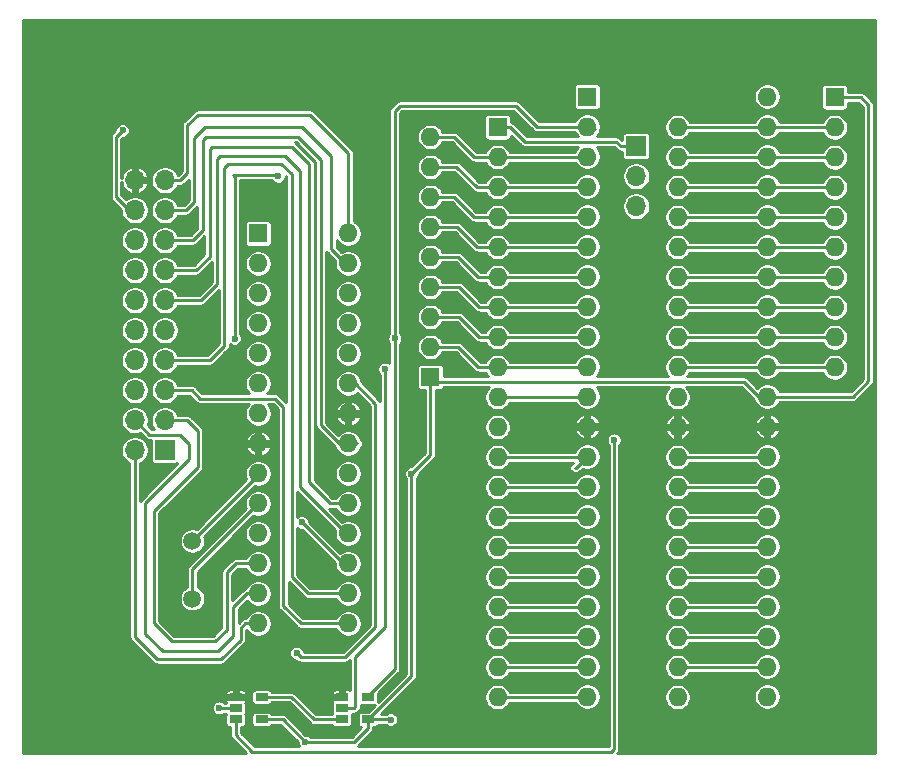
<source format=gbr>
G04 #@! TF.GenerationSoftware,KiCad,Pcbnew,(5.1.5)-2*
G04 #@! TF.CreationDate,2020-04-13T15:56:23+02:00*
G04 #@! TF.ProjectId,kickswitch,6b69636b-7377-4697-9463-682e6b696361,rev?*
G04 #@! TF.SameCoordinates,Original*
G04 #@! TF.FileFunction,Copper,L2,Bot*
G04 #@! TF.FilePolarity,Positive*
%FSLAX46Y46*%
G04 Gerber Fmt 4.6, Leading zero omitted, Abs format (unit mm)*
G04 Created by KiCad (PCBNEW (5.1.5)-2) date 2020-04-13 15:56:23*
%MOMM*%
%LPD*%
G04 APERTURE LIST*
%ADD10R,1.060000X0.650000*%
%ADD11R,1.600000X1.600000*%
%ADD12O,1.600000X1.600000*%
%ADD13C,1.500000*%
%ADD14R,1.700000X1.700000*%
%ADD15O,1.700000X1.700000*%
%ADD16C,0.600000*%
%ADD17C,0.250000*%
%ADD18C,0.254000*%
G04 APERTURE END LIST*
D10*
X95348880Y-153111240D03*
X95348880Y-152161240D03*
X95348880Y-151211240D03*
X97548880Y-151211240D03*
X97548880Y-153111240D03*
X104345560Y-153111240D03*
X104345560Y-152161240D03*
X104345560Y-151211240D03*
X106545560Y-151211240D03*
X106545560Y-153111240D03*
D11*
X97261680Y-111963200D03*
D12*
X104881680Y-144983200D03*
X97261680Y-114503200D03*
X104881680Y-142443200D03*
X97261680Y-117043200D03*
X104881680Y-139903200D03*
X97261680Y-119583200D03*
X104881680Y-137363200D03*
X97261680Y-122123200D03*
X104881680Y-134823200D03*
X97261680Y-124663200D03*
X104881680Y-132283200D03*
X97261680Y-127203200D03*
X104881680Y-129743200D03*
X97261680Y-129743200D03*
X104881680Y-127203200D03*
X97261680Y-132283200D03*
X104881680Y-124663200D03*
X97261680Y-134823200D03*
X104881680Y-122123200D03*
X97261680Y-137363200D03*
X104881680Y-119583200D03*
X97261680Y-139903200D03*
X104881680Y-117043200D03*
X97261680Y-142443200D03*
X104881680Y-114503200D03*
X97261680Y-144983200D03*
X104881680Y-111963200D03*
D11*
X117520720Y-102954280D03*
D12*
X132760720Y-151214280D03*
X117520720Y-105494280D03*
X132760720Y-148674280D03*
X117520720Y-108034280D03*
X132760720Y-146134280D03*
X117520720Y-110574280D03*
X132760720Y-143594280D03*
X117520720Y-113114280D03*
X132760720Y-141054280D03*
X117520720Y-115654280D03*
X132760720Y-138514280D03*
X117520720Y-118194280D03*
X132760720Y-135974280D03*
X117520720Y-120734280D03*
X132760720Y-133434280D03*
X117520720Y-123274280D03*
X132760720Y-130894280D03*
X117520720Y-125814280D03*
X132760720Y-128354280D03*
X117520720Y-128354280D03*
X132760720Y-125814280D03*
X117520720Y-130894280D03*
X132760720Y-123274280D03*
X117520720Y-133434280D03*
X132760720Y-120734280D03*
X117520720Y-135974280D03*
X132760720Y-118194280D03*
X117520720Y-138514280D03*
X132760720Y-115654280D03*
X117520720Y-141054280D03*
X132760720Y-113114280D03*
X117520720Y-143594280D03*
X132760720Y-110574280D03*
X117520720Y-146134280D03*
X132760720Y-108034280D03*
X117520720Y-148674280D03*
X132760720Y-105494280D03*
X117520720Y-151214280D03*
X132760720Y-102954280D03*
D11*
X125120400Y-100370640D03*
D12*
X140360400Y-151170640D03*
X125120400Y-102910640D03*
X140360400Y-148630640D03*
X125120400Y-105450640D03*
X140360400Y-146090640D03*
X125120400Y-107990640D03*
X140360400Y-143550640D03*
X125120400Y-110530640D03*
X140360400Y-141010640D03*
X125120400Y-113070640D03*
X140360400Y-138470640D03*
X125120400Y-115610640D03*
X140360400Y-135930640D03*
X125120400Y-118150640D03*
X140360400Y-133390640D03*
X125120400Y-120690640D03*
X140360400Y-130850640D03*
X125120400Y-123230640D03*
X140360400Y-128310640D03*
X125120400Y-125770640D03*
X140360400Y-125770640D03*
X125120400Y-128310640D03*
X140360400Y-123230640D03*
X125120400Y-130850640D03*
X140360400Y-120690640D03*
X125120400Y-133390640D03*
X140360400Y-118150640D03*
X125120400Y-135930640D03*
X140360400Y-115610640D03*
X125120400Y-138470640D03*
X140360400Y-113070640D03*
X125120400Y-141010640D03*
X140360400Y-110530640D03*
X125120400Y-143550640D03*
X140360400Y-107990640D03*
X125120400Y-146090640D03*
X140360400Y-105450640D03*
X125120400Y-148630640D03*
X140360400Y-102910640D03*
X125120400Y-151170640D03*
X140360400Y-100370640D03*
D13*
X91683840Y-137993120D03*
X91683840Y-142873120D03*
D14*
X89352120Y-130312160D03*
D15*
X86812120Y-130312160D03*
X89352120Y-127772160D03*
X86812120Y-127772160D03*
X89352120Y-125232160D03*
X86812120Y-125232160D03*
X89352120Y-122692160D03*
X86812120Y-122692160D03*
X89352120Y-120152160D03*
X86812120Y-120152160D03*
X89352120Y-117612160D03*
X86812120Y-117612160D03*
X89352120Y-115072160D03*
X86812120Y-115072160D03*
X89352120Y-112532160D03*
X86812120Y-112532160D03*
X89352120Y-109992160D03*
X86812120Y-109992160D03*
X89352120Y-107452160D03*
X86812120Y-107452160D03*
D11*
X111815880Y-124109480D03*
D12*
X111815880Y-121569480D03*
X111815880Y-119029480D03*
X111815880Y-116489480D03*
X111815880Y-113949480D03*
X111815880Y-111409480D03*
X111815880Y-108869480D03*
X111815880Y-106329480D03*
X111815880Y-103789480D03*
D11*
X146070320Y-100416360D03*
D12*
X146070320Y-102956360D03*
X146070320Y-105496360D03*
X146070320Y-108036360D03*
X146070320Y-110576360D03*
X146070320Y-113116360D03*
X146070320Y-115656360D03*
X146070320Y-118196360D03*
X146070320Y-120736360D03*
X146070320Y-123276360D03*
D15*
X129250000Y-109650000D03*
X129250000Y-107110000D03*
D14*
X129250000Y-104570000D03*
D16*
X102146100Y-151180800D03*
X93573600Y-151142700D03*
X85775800Y-133720840D03*
X85803740Y-131876800D03*
X127378460Y-129446020D03*
X100507800Y-147485100D03*
X93954600Y-152133300D03*
X107988100Y-123438920D03*
X100947220Y-136431020D03*
X98935540Y-107121960D03*
X95247460Y-120868440D03*
X108813600Y-120853200D03*
X108470700Y-153123900D03*
X110223300Y-132295900D03*
X101231700Y-155028900D03*
X85775800Y-103238300D03*
D17*
X102176540Y-151211240D02*
X104345560Y-151211240D01*
X102146100Y-151180800D02*
X102176540Y-151211240D01*
X93642140Y-151211240D02*
X95348880Y-151211240D01*
X93573600Y-151142700D02*
X93642140Y-151211240D01*
X85775800Y-131904740D02*
X85775800Y-133720840D01*
X85803740Y-131876800D02*
X85775800Y-131904740D01*
X104345560Y-151211240D02*
X104345560Y-149867440D01*
X102783640Y-148305520D02*
X99075240Y-148305520D01*
X104345560Y-149867440D02*
X102783640Y-148305520D01*
X95348880Y-151211240D02*
X95348880Y-149517280D01*
X96560640Y-148305520D02*
X99075240Y-148305520D01*
X95348880Y-149517280D02*
X96560640Y-148305520D01*
X97261680Y-132283200D02*
X97261680Y-132415280D01*
X97261680Y-132415280D02*
X91683840Y-137993120D01*
X91683840Y-142873120D02*
X91683840Y-140401040D01*
X91683840Y-140401040D02*
X97261680Y-134823200D01*
X104881680Y-137363200D02*
X104711500Y-137363200D01*
X104711500Y-137363200D02*
X100774500Y-133426200D01*
X100774500Y-133426200D02*
X100774500Y-106641900D01*
X100774500Y-106641900D02*
X99555300Y-105422700D01*
X99555300Y-105422700D02*
X93992700Y-105422700D01*
X93992700Y-105422700D02*
X93764100Y-105651300D01*
X93764100Y-105651300D02*
X93764100Y-116243100D01*
X93764100Y-116243100D02*
X92395040Y-117612160D01*
X92395040Y-117612160D02*
X89352120Y-117612160D01*
X104881680Y-134823200D02*
X103352600Y-134823200D01*
X92001340Y-115072160D02*
X89352120Y-115072160D01*
X93154500Y-113919000D02*
X92001340Y-115072160D01*
X93154500Y-104775000D02*
X93154500Y-113919000D01*
X93306900Y-104622600D02*
X93154500Y-104775000D01*
X100088700Y-104622600D02*
X93306900Y-104622600D01*
X101574600Y-106108500D02*
X100088700Y-104622600D01*
X101574600Y-133045200D02*
X101574600Y-106108500D01*
X103352600Y-134823200D02*
X101574600Y-133045200D01*
X95348880Y-154441980D02*
X95348880Y-153111240D01*
X96756220Y-155849320D02*
X95348880Y-154441980D01*
X127127000Y-155849320D02*
X96756220Y-155849320D01*
X127378460Y-155597860D02*
X127127000Y-155849320D01*
X127378460Y-129446020D02*
X127378460Y-155597860D01*
X104881680Y-124663200D02*
X105460800Y-124663200D01*
X105460800Y-124663200D02*
X107175300Y-126377700D01*
X107175300Y-126377700D02*
X107175300Y-145275300D01*
X107175300Y-145275300D02*
X104595082Y-147855518D01*
X104595082Y-147855518D02*
X100878218Y-147855518D01*
X100878218Y-147855518D02*
X100507800Y-147485100D01*
X93954600Y-152133300D02*
X93982540Y-152161240D01*
X93982540Y-152161240D02*
X95348880Y-152161240D01*
X97548880Y-151211240D02*
X100042940Y-151211240D01*
X101942940Y-153111240D02*
X104345560Y-153111240D01*
X100042940Y-151211240D02*
X101942940Y-153111240D01*
X104345560Y-152161240D02*
X105333800Y-152161240D01*
X108016040Y-123466860D02*
X107988100Y-123438920D01*
X108016040Y-145315940D02*
X108016040Y-123466860D01*
X105473500Y-147858480D02*
X108016040Y-145315940D01*
X105473500Y-152021540D02*
X105473500Y-147858480D01*
X105333800Y-152161240D02*
X105473500Y-152021540D01*
X111815880Y-103789480D02*
X113847880Y-103789480D01*
X115552680Y-105494280D02*
X117520720Y-105494280D01*
X113847880Y-103789480D02*
X115552680Y-105494280D01*
X117520720Y-105494280D02*
X125076760Y-105494280D01*
X125076760Y-105494280D02*
X125120400Y-105450640D01*
X125095000Y-105661000D02*
X125120400Y-105635600D01*
X132760720Y-148674280D02*
X140316760Y-148674280D01*
X140316760Y-148674280D02*
X140360400Y-148630640D01*
X111815880Y-106329480D02*
X114040920Y-106329480D01*
X115745720Y-108034280D02*
X117520720Y-108034280D01*
X114040920Y-106329480D02*
X115745720Y-108034280D01*
X117520720Y-108034280D02*
X125076760Y-108034280D01*
X125076760Y-108034280D02*
X125120400Y-107990640D01*
X125095000Y-108201000D02*
X125120400Y-108175600D01*
X132760720Y-146134280D02*
X140316760Y-146134280D01*
X140316760Y-146134280D02*
X140360400Y-146090640D01*
X111815880Y-108869480D02*
X113814860Y-108869480D01*
X115519660Y-110574280D02*
X117520720Y-110574280D01*
X113814860Y-108869480D02*
X115519660Y-110574280D01*
X117520720Y-110574280D02*
X125076760Y-110574280D01*
X125076760Y-110574280D02*
X125120400Y-110530640D01*
X132760720Y-143594280D02*
X140316760Y-143594280D01*
X140316760Y-143594280D02*
X140360400Y-143550640D01*
X111815880Y-111409480D02*
X114091720Y-111409480D01*
X115796520Y-113114280D02*
X117520720Y-113114280D01*
X114091720Y-111409480D02*
X115796520Y-113114280D01*
X117520720Y-113114280D02*
X125076760Y-113114280D01*
X125076760Y-113114280D02*
X125120400Y-113070640D01*
X132760720Y-141054280D02*
X140316760Y-141054280D01*
X140316760Y-141054280D02*
X140360400Y-141010640D01*
X111815880Y-113949480D02*
X114200940Y-113949480D01*
X115905740Y-115654280D02*
X117520720Y-115654280D01*
X114200940Y-113949480D02*
X115905740Y-115654280D01*
X117520720Y-115654280D02*
X125076760Y-115654280D01*
X125076760Y-115654280D02*
X125120400Y-115610640D01*
X132760720Y-138514280D02*
X140316760Y-138514280D01*
X140316760Y-138514280D02*
X140360400Y-138470640D01*
X111815880Y-116489480D02*
X114226340Y-116489480D01*
X115931140Y-118194280D02*
X117520720Y-118194280D01*
X114226340Y-116489480D02*
X115931140Y-118194280D01*
X117520720Y-118194280D02*
X125076760Y-118194280D01*
X125076760Y-118194280D02*
X125120400Y-118150640D01*
X132760720Y-135974280D02*
X140316760Y-135974280D01*
X140316760Y-135974280D02*
X140360400Y-135930640D01*
X111815880Y-119029480D02*
X114279680Y-119029480D01*
X115984480Y-120734280D02*
X117520720Y-120734280D01*
X114279680Y-119029480D02*
X115984480Y-120734280D01*
X117520720Y-120734280D02*
X125076760Y-120734280D01*
X125076760Y-120734280D02*
X125120400Y-120690640D01*
X132760720Y-133434280D02*
X140316760Y-133434280D01*
X140316760Y-133434280D02*
X140360400Y-133390640D01*
X111815880Y-121569480D02*
X114193320Y-121569480D01*
X115898120Y-123274280D02*
X117520720Y-123274280D01*
X114193320Y-121569480D02*
X115898120Y-123274280D01*
X117520720Y-123274280D02*
X125076760Y-123274280D01*
X125076760Y-123274280D02*
X125120400Y-123230640D01*
X132760720Y-130894280D02*
X140316760Y-130894280D01*
X140316760Y-130894280D02*
X140360400Y-130850640D01*
X117520720Y-125814280D02*
X125076760Y-125814280D01*
X125076760Y-125814280D02*
X125120400Y-125770640D01*
X117520720Y-130894280D02*
X125076760Y-130894280D01*
X125076760Y-130894280D02*
X124190760Y-131780280D01*
X124190760Y-131780280D02*
X124045980Y-131780280D01*
X146070320Y-123276360D02*
X140406120Y-123276360D01*
X140406120Y-123276360D02*
X140360400Y-123230640D01*
X132760720Y-123274280D02*
X140316760Y-123274280D01*
X140316760Y-123274280D02*
X140360400Y-123230640D01*
X117520720Y-133434280D02*
X125076760Y-133434280D01*
X125076760Y-133434280D02*
X125120400Y-133390640D01*
X146070320Y-120736360D02*
X140406120Y-120736360D01*
X140406120Y-120736360D02*
X140360400Y-120690640D01*
X132760720Y-120734280D02*
X140316760Y-120734280D01*
X140316760Y-120734280D02*
X140360400Y-120690640D01*
X117520720Y-135974280D02*
X125076760Y-135974280D01*
X125076760Y-135974280D02*
X125120400Y-135930640D01*
X146070320Y-118196360D02*
X140406120Y-118196360D01*
X140406120Y-118196360D02*
X140360400Y-118150640D01*
X132760720Y-118194280D02*
X140316760Y-118194280D01*
X140316760Y-118194280D02*
X140360400Y-118150640D01*
X117520720Y-138514280D02*
X125076760Y-138514280D01*
X125076760Y-138514280D02*
X125120400Y-138470640D01*
X146070320Y-115656360D02*
X140406120Y-115656360D01*
X140406120Y-115656360D02*
X140360400Y-115610640D01*
X132760720Y-115654280D02*
X140316760Y-115654280D01*
X140316760Y-115654280D02*
X140360400Y-115610640D01*
X117520720Y-141054280D02*
X125076760Y-141054280D01*
X125076760Y-141054280D02*
X125120400Y-141010640D01*
X146070320Y-113116360D02*
X140406120Y-113116360D01*
X140406120Y-113116360D02*
X140360400Y-113070640D01*
X132760720Y-113114280D02*
X140316760Y-113114280D01*
X140316760Y-113114280D02*
X140360400Y-113070640D01*
X117520720Y-143594280D02*
X125076760Y-143594280D01*
X125076760Y-143594280D02*
X125120400Y-143550640D01*
X146070320Y-110576360D02*
X140406120Y-110576360D01*
X140406120Y-110576360D02*
X140360400Y-110530640D01*
X132760720Y-110574280D02*
X140316760Y-110574280D01*
X140316760Y-110574280D02*
X140360400Y-110530640D01*
X117520720Y-146134280D02*
X125076760Y-146134280D01*
X125076760Y-146134280D02*
X125120400Y-146090640D01*
X146070320Y-108036360D02*
X140406120Y-108036360D01*
X140406120Y-108036360D02*
X140360400Y-107990640D01*
X132760720Y-108034280D02*
X140316760Y-108034280D01*
X140316760Y-108034280D02*
X140360400Y-107990640D01*
X117520720Y-148674280D02*
X125076760Y-148674280D01*
X125076760Y-148674280D02*
X125120400Y-148630640D01*
X146070320Y-105496360D02*
X140406120Y-105496360D01*
X140406120Y-105496360D02*
X140360400Y-105450640D01*
X132760720Y-105494280D02*
X140316760Y-105494280D01*
X140316760Y-105494280D02*
X140360400Y-105450640D01*
X117520720Y-151214280D02*
X125076760Y-151214280D01*
X125076760Y-151214280D02*
X125120400Y-151170640D01*
X146070320Y-102956360D02*
X140406120Y-102956360D01*
X140406120Y-102956360D02*
X140360400Y-102910640D01*
X132760720Y-102954280D02*
X140316760Y-102954280D01*
X140316760Y-102954280D02*
X140360400Y-102910640D01*
X104881680Y-139903200D02*
X104419400Y-139903200D01*
X104419400Y-139903200D02*
X100947220Y-136431020D01*
X98935540Y-107121960D02*
X98823780Y-107010200D01*
X98823780Y-107010200D02*
X95079820Y-107010200D01*
X95079820Y-107010200D02*
X95247460Y-107177840D01*
X95247460Y-107177840D02*
X95247460Y-120868440D01*
X97261680Y-144983200D02*
X96166940Y-144983200D01*
X86812120Y-146128740D02*
X86812120Y-130312160D01*
X88681560Y-147998180D02*
X86812120Y-146128740D01*
X94129860Y-147998180D02*
X88681560Y-147998180D01*
X95778320Y-146349720D02*
X94129860Y-147998180D01*
X95778320Y-145371820D02*
X95778320Y-146349720D01*
X96166940Y-144983200D02*
X95778320Y-145371820D01*
X104881680Y-144983200D02*
X100865940Y-144983200D01*
X91620340Y-125232160D02*
X89352120Y-125232160D01*
X92341700Y-125953520D02*
X91620340Y-125232160D01*
X98712020Y-125953520D02*
X92341700Y-125953520D01*
X99382580Y-126624080D02*
X98712020Y-125953520D01*
X99382580Y-143499840D02*
X99382580Y-126624080D01*
X100865940Y-144983200D02*
X99382580Y-143499840D01*
X104881680Y-142443200D02*
X101485700Y-142443200D01*
X93144340Y-122692160D02*
X89352120Y-122692160D01*
X94373700Y-121462800D02*
X93144340Y-122692160D01*
X94373700Y-106413300D02*
X94373700Y-121462800D01*
X94716600Y-106070400D02*
X94373700Y-106413300D01*
X99212400Y-106070400D02*
X94716600Y-106070400D01*
X100088700Y-106946700D02*
X99212400Y-106070400D01*
X100088700Y-141046200D02*
X100088700Y-106946700D01*
X101485700Y-142443200D02*
X100088700Y-141046200D01*
X104881680Y-129743200D02*
X104101900Y-129743200D01*
X104101900Y-129743200D02*
X102565200Y-128206500D01*
X91721940Y-112532160D02*
X89352120Y-112532160D01*
X92544900Y-111709200D02*
X91721940Y-112532160D01*
X92544900Y-104051100D02*
X92544900Y-111709200D01*
X92811600Y-103784400D02*
X92544900Y-104051100D01*
X100622100Y-103784400D02*
X92811600Y-103784400D01*
X102565200Y-105727500D02*
X100622100Y-103784400D01*
X102565200Y-128206500D02*
X102565200Y-105727500D01*
X104881680Y-129743200D02*
X105638600Y-129743200D01*
X104881680Y-114503200D02*
X104635300Y-114503200D01*
X104635300Y-114503200D02*
X103441500Y-113309400D01*
X91137740Y-109992160D02*
X89352120Y-109992160D01*
X91821000Y-109308900D02*
X91137740Y-109992160D01*
X91821000Y-103898700D02*
X91821000Y-109308900D01*
X92773500Y-102946200D02*
X91821000Y-103898700D01*
X100965000Y-102946200D02*
X92773500Y-102946200D01*
X103441500Y-105422700D02*
X100965000Y-102946200D01*
X103441500Y-113309400D02*
X103441500Y-105422700D01*
X104881680Y-114503200D02*
X105257600Y-114503200D01*
X104881680Y-111963200D02*
X104881680Y-105186480D01*
X90667840Y-107452160D02*
X89352120Y-107452160D01*
X91249500Y-106870500D02*
X90667840Y-107452160D01*
X91249500Y-102793800D02*
X91249500Y-106870500D01*
X92125800Y-101917500D02*
X91249500Y-102793800D01*
X101612700Y-101917500D02*
X92125800Y-101917500D01*
X104881680Y-105186480D02*
X101612700Y-101917500D01*
X97261680Y-139903200D02*
X95351600Y-139903200D01*
X91226640Y-127772160D02*
X89352120Y-127772160D01*
X92146120Y-128691640D02*
X91226640Y-127772160D01*
X92146120Y-131709160D02*
X92146120Y-128691640D01*
X88430100Y-135425180D02*
X92146120Y-131709160D01*
X88430100Y-144952720D02*
X88430100Y-135425180D01*
X89966800Y-146489420D02*
X88430100Y-144952720D01*
X93626940Y-146489420D02*
X89966800Y-146489420D01*
X94604840Y-145511520D02*
X93626940Y-146489420D01*
X94604840Y-140649960D02*
X94604840Y-145511520D01*
X95351600Y-139903200D02*
X94604840Y-140649960D01*
X97261680Y-142443200D02*
X96276160Y-142443200D01*
X88038940Y-128998980D02*
X86812120Y-127772160D01*
X90637360Y-128998980D02*
X88038940Y-128998980D01*
X91391740Y-129753360D02*
X90637360Y-128998980D01*
X91391740Y-131094480D02*
X91391740Y-129753360D01*
X87703660Y-134782560D02*
X91391740Y-131094480D01*
X87703660Y-145846800D02*
X87703660Y-134782560D01*
X89156540Y-147299680D02*
X87703660Y-145846800D01*
X93850460Y-147299680D02*
X89156540Y-147299680D01*
X95135700Y-146014440D02*
X93850460Y-147299680D01*
X95135700Y-143583660D02*
X95135700Y-146014440D01*
X96276160Y-142443200D02*
X95135700Y-143583660D01*
X125120400Y-102910640D02*
X120820180Y-102910640D01*
X108813600Y-148856700D02*
X108813600Y-120853200D01*
X108813600Y-148856700D02*
X106545560Y-151124740D01*
X108813600Y-101574600D02*
X108813600Y-120853200D01*
X109245400Y-101142800D02*
X108813600Y-101574600D01*
X119052340Y-101142800D02*
X109245400Y-101142800D01*
X120820180Y-102910640D02*
X119052340Y-101142800D01*
X106545560Y-151211240D02*
X106545560Y-151124740D01*
X125765560Y-103121000D02*
X125740160Y-103095600D01*
X108458040Y-153111240D02*
X106545560Y-153111240D01*
X108470700Y-153123900D02*
X108458040Y-153111240D01*
X110223300Y-132295900D02*
X110223300Y-149433500D01*
X110223300Y-149433500D02*
X106545560Y-153111240D01*
X111815880Y-124109480D02*
X111815880Y-130703320D01*
X111815880Y-130703320D02*
X110223300Y-132295900D01*
X140360400Y-125770640D02*
X139628880Y-125770640D01*
X139628880Y-125770640D02*
X138358880Y-124500640D01*
X138358880Y-124500640D02*
X112207040Y-124500640D01*
X112207040Y-124500640D02*
X111815880Y-124109480D01*
X146070320Y-100416360D02*
X148249640Y-100416360D01*
X147594320Y-125770640D02*
X140360400Y-125770640D01*
X148920200Y-124444760D02*
X147594320Y-125770640D01*
X148920200Y-101086920D02*
X148920200Y-124444760D01*
X148249640Y-100416360D02*
X148920200Y-101086920D01*
X101231700Y-155028900D02*
X105384600Y-155028900D01*
X106545560Y-153867940D02*
X106545560Y-153111240D01*
X105384600Y-155028900D02*
X106545560Y-153867940D01*
X97548880Y-153111240D02*
X99314040Y-153111240D01*
X99314040Y-153111240D02*
X101231700Y-155028900D01*
X85217000Y-108910120D02*
X86299040Y-109992160D01*
X85217000Y-103797100D02*
X85217000Y-108910120D01*
X85775800Y-103238300D02*
X85217000Y-103797100D01*
X86299040Y-109992160D02*
X86812120Y-109992160D01*
X117520720Y-102954280D02*
X118584280Y-102954280D01*
X118584280Y-102954280D02*
X119820000Y-104190000D01*
X119820000Y-104190000D02*
X127560000Y-104190000D01*
X127940000Y-104570000D02*
X129250000Y-104570000D01*
X127560000Y-104190000D02*
X127940000Y-104570000D01*
D18*
G36*
X149466300Y-155956000D02*
G01*
X127670857Y-155956000D01*
X127687752Y-155939105D01*
X127705302Y-155924702D01*
X127762786Y-155854658D01*
X127805500Y-155774746D01*
X127831803Y-155688037D01*
X127834180Y-155663900D01*
X127838460Y-155620450D01*
X127838460Y-155620443D01*
X127840684Y-155597861D01*
X127838460Y-155575279D01*
X127838460Y-151102492D01*
X131625720Y-151102492D01*
X131625720Y-151326068D01*
X131669337Y-151545347D01*
X131754896Y-151751904D01*
X131879108Y-151937800D01*
X132037200Y-152095892D01*
X132223096Y-152220104D01*
X132429653Y-152305663D01*
X132648932Y-152349280D01*
X132872508Y-152349280D01*
X133091787Y-152305663D01*
X133298344Y-152220104D01*
X133484240Y-152095892D01*
X133642332Y-151937800D01*
X133766544Y-151751904D01*
X133852103Y-151545347D01*
X133895720Y-151326068D01*
X133895720Y-151102492D01*
X133887040Y-151058852D01*
X139225400Y-151058852D01*
X139225400Y-151282428D01*
X139269017Y-151501707D01*
X139354576Y-151708264D01*
X139478788Y-151894160D01*
X139636880Y-152052252D01*
X139822776Y-152176464D01*
X140029333Y-152262023D01*
X140248612Y-152305640D01*
X140472188Y-152305640D01*
X140691467Y-152262023D01*
X140898024Y-152176464D01*
X141083920Y-152052252D01*
X141242012Y-151894160D01*
X141366224Y-151708264D01*
X141451783Y-151501707D01*
X141495400Y-151282428D01*
X141495400Y-151058852D01*
X141451783Y-150839573D01*
X141366224Y-150633016D01*
X141242012Y-150447120D01*
X141083920Y-150289028D01*
X140898024Y-150164816D01*
X140691467Y-150079257D01*
X140472188Y-150035640D01*
X140248612Y-150035640D01*
X140029333Y-150079257D01*
X139822776Y-150164816D01*
X139636880Y-150289028D01*
X139478788Y-150447120D01*
X139354576Y-150633016D01*
X139269017Y-150839573D01*
X139225400Y-151058852D01*
X133887040Y-151058852D01*
X133852103Y-150883213D01*
X133766544Y-150676656D01*
X133642332Y-150490760D01*
X133484240Y-150332668D01*
X133298344Y-150208456D01*
X133091787Y-150122897D01*
X132872508Y-150079280D01*
X132648932Y-150079280D01*
X132429653Y-150122897D01*
X132223096Y-150208456D01*
X132037200Y-150332668D01*
X131879108Y-150490760D01*
X131754896Y-150676656D01*
X131669337Y-150883213D01*
X131625720Y-151102492D01*
X127838460Y-151102492D01*
X127838460Y-148562492D01*
X131625720Y-148562492D01*
X131625720Y-148786068D01*
X131669337Y-149005347D01*
X131754896Y-149211904D01*
X131879108Y-149397800D01*
X132037200Y-149555892D01*
X132223096Y-149680104D01*
X132429653Y-149765663D01*
X132648932Y-149809280D01*
X132872508Y-149809280D01*
X133091787Y-149765663D01*
X133298344Y-149680104D01*
X133484240Y-149555892D01*
X133642332Y-149397800D01*
X133766544Y-149211904D01*
X133798697Y-149134280D01*
X139340499Y-149134280D01*
X139354576Y-149168264D01*
X139478788Y-149354160D01*
X139636880Y-149512252D01*
X139822776Y-149636464D01*
X140029333Y-149722023D01*
X140248612Y-149765640D01*
X140472188Y-149765640D01*
X140691467Y-149722023D01*
X140898024Y-149636464D01*
X141083920Y-149512252D01*
X141242012Y-149354160D01*
X141366224Y-149168264D01*
X141451783Y-148961707D01*
X141495400Y-148742428D01*
X141495400Y-148518852D01*
X141451783Y-148299573D01*
X141366224Y-148093016D01*
X141242012Y-147907120D01*
X141083920Y-147749028D01*
X140898024Y-147624816D01*
X140691467Y-147539257D01*
X140472188Y-147495640D01*
X140248612Y-147495640D01*
X140029333Y-147539257D01*
X139822776Y-147624816D01*
X139636880Y-147749028D01*
X139478788Y-147907120D01*
X139354576Y-148093016D01*
X139304347Y-148214280D01*
X133798697Y-148214280D01*
X133766544Y-148136656D01*
X133642332Y-147950760D01*
X133484240Y-147792668D01*
X133298344Y-147668456D01*
X133091787Y-147582897D01*
X132872508Y-147539280D01*
X132648932Y-147539280D01*
X132429653Y-147582897D01*
X132223096Y-147668456D01*
X132037200Y-147792668D01*
X131879108Y-147950760D01*
X131754896Y-148136656D01*
X131669337Y-148343213D01*
X131625720Y-148562492D01*
X127838460Y-148562492D01*
X127838460Y-146022492D01*
X131625720Y-146022492D01*
X131625720Y-146246068D01*
X131669337Y-146465347D01*
X131754896Y-146671904D01*
X131879108Y-146857800D01*
X132037200Y-147015892D01*
X132223096Y-147140104D01*
X132429653Y-147225663D01*
X132648932Y-147269280D01*
X132872508Y-147269280D01*
X133091787Y-147225663D01*
X133298344Y-147140104D01*
X133484240Y-147015892D01*
X133642332Y-146857800D01*
X133766544Y-146671904D01*
X133798697Y-146594280D01*
X139340499Y-146594280D01*
X139354576Y-146628264D01*
X139478788Y-146814160D01*
X139636880Y-146972252D01*
X139822776Y-147096464D01*
X140029333Y-147182023D01*
X140248612Y-147225640D01*
X140472188Y-147225640D01*
X140691467Y-147182023D01*
X140898024Y-147096464D01*
X141083920Y-146972252D01*
X141242012Y-146814160D01*
X141366224Y-146628264D01*
X141451783Y-146421707D01*
X141495400Y-146202428D01*
X141495400Y-145978852D01*
X141451783Y-145759573D01*
X141366224Y-145553016D01*
X141242012Y-145367120D01*
X141083920Y-145209028D01*
X140898024Y-145084816D01*
X140691467Y-144999257D01*
X140472188Y-144955640D01*
X140248612Y-144955640D01*
X140029333Y-144999257D01*
X139822776Y-145084816D01*
X139636880Y-145209028D01*
X139478788Y-145367120D01*
X139354576Y-145553016D01*
X139304347Y-145674280D01*
X133798697Y-145674280D01*
X133766544Y-145596656D01*
X133642332Y-145410760D01*
X133484240Y-145252668D01*
X133298344Y-145128456D01*
X133091787Y-145042897D01*
X132872508Y-144999280D01*
X132648932Y-144999280D01*
X132429653Y-145042897D01*
X132223096Y-145128456D01*
X132037200Y-145252668D01*
X131879108Y-145410760D01*
X131754896Y-145596656D01*
X131669337Y-145803213D01*
X131625720Y-146022492D01*
X127838460Y-146022492D01*
X127838460Y-143482492D01*
X131625720Y-143482492D01*
X131625720Y-143706068D01*
X131669337Y-143925347D01*
X131754896Y-144131904D01*
X131879108Y-144317800D01*
X132037200Y-144475892D01*
X132223096Y-144600104D01*
X132429653Y-144685663D01*
X132648932Y-144729280D01*
X132872508Y-144729280D01*
X133091787Y-144685663D01*
X133298344Y-144600104D01*
X133484240Y-144475892D01*
X133642332Y-144317800D01*
X133766544Y-144131904D01*
X133798697Y-144054280D01*
X139340499Y-144054280D01*
X139354576Y-144088264D01*
X139478788Y-144274160D01*
X139636880Y-144432252D01*
X139822776Y-144556464D01*
X140029333Y-144642023D01*
X140248612Y-144685640D01*
X140472188Y-144685640D01*
X140691467Y-144642023D01*
X140898024Y-144556464D01*
X141083920Y-144432252D01*
X141242012Y-144274160D01*
X141366224Y-144088264D01*
X141451783Y-143881707D01*
X141495400Y-143662428D01*
X141495400Y-143438852D01*
X141451783Y-143219573D01*
X141366224Y-143013016D01*
X141242012Y-142827120D01*
X141083920Y-142669028D01*
X140898024Y-142544816D01*
X140691467Y-142459257D01*
X140472188Y-142415640D01*
X140248612Y-142415640D01*
X140029333Y-142459257D01*
X139822776Y-142544816D01*
X139636880Y-142669028D01*
X139478788Y-142827120D01*
X139354576Y-143013016D01*
X139304347Y-143134280D01*
X133798697Y-143134280D01*
X133766544Y-143056656D01*
X133642332Y-142870760D01*
X133484240Y-142712668D01*
X133298344Y-142588456D01*
X133091787Y-142502897D01*
X132872508Y-142459280D01*
X132648932Y-142459280D01*
X132429653Y-142502897D01*
X132223096Y-142588456D01*
X132037200Y-142712668D01*
X131879108Y-142870760D01*
X131754896Y-143056656D01*
X131669337Y-143263213D01*
X131625720Y-143482492D01*
X127838460Y-143482492D01*
X127838460Y-140942492D01*
X131625720Y-140942492D01*
X131625720Y-141166068D01*
X131669337Y-141385347D01*
X131754896Y-141591904D01*
X131879108Y-141777800D01*
X132037200Y-141935892D01*
X132223096Y-142060104D01*
X132429653Y-142145663D01*
X132648932Y-142189280D01*
X132872508Y-142189280D01*
X133091787Y-142145663D01*
X133298344Y-142060104D01*
X133484240Y-141935892D01*
X133642332Y-141777800D01*
X133766544Y-141591904D01*
X133798697Y-141514280D01*
X139340499Y-141514280D01*
X139354576Y-141548264D01*
X139478788Y-141734160D01*
X139636880Y-141892252D01*
X139822776Y-142016464D01*
X140029333Y-142102023D01*
X140248612Y-142145640D01*
X140472188Y-142145640D01*
X140691467Y-142102023D01*
X140898024Y-142016464D01*
X141083920Y-141892252D01*
X141242012Y-141734160D01*
X141366224Y-141548264D01*
X141451783Y-141341707D01*
X141495400Y-141122428D01*
X141495400Y-140898852D01*
X141451783Y-140679573D01*
X141366224Y-140473016D01*
X141242012Y-140287120D01*
X141083920Y-140129028D01*
X140898024Y-140004816D01*
X140691467Y-139919257D01*
X140472188Y-139875640D01*
X140248612Y-139875640D01*
X140029333Y-139919257D01*
X139822776Y-140004816D01*
X139636880Y-140129028D01*
X139478788Y-140287120D01*
X139354576Y-140473016D01*
X139304347Y-140594280D01*
X133798697Y-140594280D01*
X133766544Y-140516656D01*
X133642332Y-140330760D01*
X133484240Y-140172668D01*
X133298344Y-140048456D01*
X133091787Y-139962897D01*
X132872508Y-139919280D01*
X132648932Y-139919280D01*
X132429653Y-139962897D01*
X132223096Y-140048456D01*
X132037200Y-140172668D01*
X131879108Y-140330760D01*
X131754896Y-140516656D01*
X131669337Y-140723213D01*
X131625720Y-140942492D01*
X127838460Y-140942492D01*
X127838460Y-138402492D01*
X131625720Y-138402492D01*
X131625720Y-138626068D01*
X131669337Y-138845347D01*
X131754896Y-139051904D01*
X131879108Y-139237800D01*
X132037200Y-139395892D01*
X132223096Y-139520104D01*
X132429653Y-139605663D01*
X132648932Y-139649280D01*
X132872508Y-139649280D01*
X133091787Y-139605663D01*
X133298344Y-139520104D01*
X133484240Y-139395892D01*
X133642332Y-139237800D01*
X133766544Y-139051904D01*
X133798697Y-138974280D01*
X139340499Y-138974280D01*
X139354576Y-139008264D01*
X139478788Y-139194160D01*
X139636880Y-139352252D01*
X139822776Y-139476464D01*
X140029333Y-139562023D01*
X140248612Y-139605640D01*
X140472188Y-139605640D01*
X140691467Y-139562023D01*
X140898024Y-139476464D01*
X141083920Y-139352252D01*
X141242012Y-139194160D01*
X141366224Y-139008264D01*
X141451783Y-138801707D01*
X141495400Y-138582428D01*
X141495400Y-138358852D01*
X141451783Y-138139573D01*
X141366224Y-137933016D01*
X141242012Y-137747120D01*
X141083920Y-137589028D01*
X140898024Y-137464816D01*
X140691467Y-137379257D01*
X140472188Y-137335640D01*
X140248612Y-137335640D01*
X140029333Y-137379257D01*
X139822776Y-137464816D01*
X139636880Y-137589028D01*
X139478788Y-137747120D01*
X139354576Y-137933016D01*
X139304347Y-138054280D01*
X133798697Y-138054280D01*
X133766544Y-137976656D01*
X133642332Y-137790760D01*
X133484240Y-137632668D01*
X133298344Y-137508456D01*
X133091787Y-137422897D01*
X132872508Y-137379280D01*
X132648932Y-137379280D01*
X132429653Y-137422897D01*
X132223096Y-137508456D01*
X132037200Y-137632668D01*
X131879108Y-137790760D01*
X131754896Y-137976656D01*
X131669337Y-138183213D01*
X131625720Y-138402492D01*
X127838460Y-138402492D01*
X127838460Y-135862492D01*
X131625720Y-135862492D01*
X131625720Y-136086068D01*
X131669337Y-136305347D01*
X131754896Y-136511904D01*
X131879108Y-136697800D01*
X132037200Y-136855892D01*
X132223096Y-136980104D01*
X132429653Y-137065663D01*
X132648932Y-137109280D01*
X132872508Y-137109280D01*
X133091787Y-137065663D01*
X133298344Y-136980104D01*
X133484240Y-136855892D01*
X133642332Y-136697800D01*
X133766544Y-136511904D01*
X133798697Y-136434280D01*
X139340499Y-136434280D01*
X139354576Y-136468264D01*
X139478788Y-136654160D01*
X139636880Y-136812252D01*
X139822776Y-136936464D01*
X140029333Y-137022023D01*
X140248612Y-137065640D01*
X140472188Y-137065640D01*
X140691467Y-137022023D01*
X140898024Y-136936464D01*
X141083920Y-136812252D01*
X141242012Y-136654160D01*
X141366224Y-136468264D01*
X141451783Y-136261707D01*
X141495400Y-136042428D01*
X141495400Y-135818852D01*
X141451783Y-135599573D01*
X141366224Y-135393016D01*
X141242012Y-135207120D01*
X141083920Y-135049028D01*
X140898024Y-134924816D01*
X140691467Y-134839257D01*
X140472188Y-134795640D01*
X140248612Y-134795640D01*
X140029333Y-134839257D01*
X139822776Y-134924816D01*
X139636880Y-135049028D01*
X139478788Y-135207120D01*
X139354576Y-135393016D01*
X139304347Y-135514280D01*
X133798697Y-135514280D01*
X133766544Y-135436656D01*
X133642332Y-135250760D01*
X133484240Y-135092668D01*
X133298344Y-134968456D01*
X133091787Y-134882897D01*
X132872508Y-134839280D01*
X132648932Y-134839280D01*
X132429653Y-134882897D01*
X132223096Y-134968456D01*
X132037200Y-135092668D01*
X131879108Y-135250760D01*
X131754896Y-135436656D01*
X131669337Y-135643213D01*
X131625720Y-135862492D01*
X127838460Y-135862492D01*
X127838460Y-133322492D01*
X131625720Y-133322492D01*
X131625720Y-133546068D01*
X131669337Y-133765347D01*
X131754896Y-133971904D01*
X131879108Y-134157800D01*
X132037200Y-134315892D01*
X132223096Y-134440104D01*
X132429653Y-134525663D01*
X132648932Y-134569280D01*
X132872508Y-134569280D01*
X133091787Y-134525663D01*
X133298344Y-134440104D01*
X133484240Y-134315892D01*
X133642332Y-134157800D01*
X133766544Y-133971904D01*
X133798697Y-133894280D01*
X139340499Y-133894280D01*
X139354576Y-133928264D01*
X139478788Y-134114160D01*
X139636880Y-134272252D01*
X139822776Y-134396464D01*
X140029333Y-134482023D01*
X140248612Y-134525640D01*
X140472188Y-134525640D01*
X140691467Y-134482023D01*
X140898024Y-134396464D01*
X141083920Y-134272252D01*
X141242012Y-134114160D01*
X141366224Y-133928264D01*
X141451783Y-133721707D01*
X141495400Y-133502428D01*
X141495400Y-133278852D01*
X141451783Y-133059573D01*
X141366224Y-132853016D01*
X141242012Y-132667120D01*
X141083920Y-132509028D01*
X140898024Y-132384816D01*
X140691467Y-132299257D01*
X140472188Y-132255640D01*
X140248612Y-132255640D01*
X140029333Y-132299257D01*
X139822776Y-132384816D01*
X139636880Y-132509028D01*
X139478788Y-132667120D01*
X139354576Y-132853016D01*
X139304347Y-132974280D01*
X133798697Y-132974280D01*
X133766544Y-132896656D01*
X133642332Y-132710760D01*
X133484240Y-132552668D01*
X133298344Y-132428456D01*
X133091787Y-132342897D01*
X132872508Y-132299280D01*
X132648932Y-132299280D01*
X132429653Y-132342897D01*
X132223096Y-132428456D01*
X132037200Y-132552668D01*
X131879108Y-132710760D01*
X131754896Y-132896656D01*
X131669337Y-133103213D01*
X131625720Y-133322492D01*
X127838460Y-133322492D01*
X127838460Y-130782492D01*
X131625720Y-130782492D01*
X131625720Y-131006068D01*
X131669337Y-131225347D01*
X131754896Y-131431904D01*
X131879108Y-131617800D01*
X132037200Y-131775892D01*
X132223096Y-131900104D01*
X132429653Y-131985663D01*
X132648932Y-132029280D01*
X132872508Y-132029280D01*
X133091787Y-131985663D01*
X133298344Y-131900104D01*
X133484240Y-131775892D01*
X133642332Y-131617800D01*
X133766544Y-131431904D01*
X133798697Y-131354280D01*
X139340499Y-131354280D01*
X139354576Y-131388264D01*
X139478788Y-131574160D01*
X139636880Y-131732252D01*
X139822776Y-131856464D01*
X140029333Y-131942023D01*
X140248612Y-131985640D01*
X140472188Y-131985640D01*
X140691467Y-131942023D01*
X140898024Y-131856464D01*
X141083920Y-131732252D01*
X141242012Y-131574160D01*
X141366224Y-131388264D01*
X141451783Y-131181707D01*
X141495400Y-130962428D01*
X141495400Y-130738852D01*
X141451783Y-130519573D01*
X141366224Y-130313016D01*
X141242012Y-130127120D01*
X141083920Y-129969028D01*
X140898024Y-129844816D01*
X140691467Y-129759257D01*
X140472188Y-129715640D01*
X140248612Y-129715640D01*
X140029333Y-129759257D01*
X139822776Y-129844816D01*
X139636880Y-129969028D01*
X139478788Y-130127120D01*
X139354576Y-130313016D01*
X139304347Y-130434280D01*
X133798697Y-130434280D01*
X133766544Y-130356656D01*
X133642332Y-130170760D01*
X133484240Y-130012668D01*
X133298344Y-129888456D01*
X133091787Y-129802897D01*
X132872508Y-129759280D01*
X132648932Y-129759280D01*
X132429653Y-129802897D01*
X132223096Y-129888456D01*
X132037200Y-130012668D01*
X131879108Y-130170760D01*
X131754896Y-130356656D01*
X131669337Y-130563213D01*
X131625720Y-130782492D01*
X127838460Y-130782492D01*
X127838460Y-129884045D01*
X127871696Y-129850809D01*
X127941189Y-129746805D01*
X127989057Y-129631243D01*
X128013460Y-129508562D01*
X128013460Y-129383478D01*
X127989057Y-129260797D01*
X127941189Y-129145235D01*
X127871696Y-129041231D01*
X127783249Y-128952784D01*
X127679245Y-128883291D01*
X127563683Y-128835423D01*
X127441002Y-128811020D01*
X127315918Y-128811020D01*
X127193237Y-128835423D01*
X127077675Y-128883291D01*
X126973671Y-128952784D01*
X126885224Y-129041231D01*
X126815731Y-129145235D01*
X126767863Y-129260797D01*
X126743460Y-129383478D01*
X126743460Y-129508562D01*
X126767863Y-129631243D01*
X126815731Y-129746805D01*
X126885224Y-129850809D01*
X126918460Y-129884045D01*
X126918461Y-155389320D01*
X105670527Y-155389320D01*
X105711442Y-155355742D01*
X105725845Y-155338192D01*
X106854859Y-154209179D01*
X106872402Y-154194782D01*
X106929886Y-154124738D01*
X106972600Y-154044826D01*
X106998903Y-153958116D01*
X107005560Y-153890530D01*
X107005560Y-153890521D01*
X107007784Y-153867941D01*
X107005560Y-153845361D01*
X107005560Y-153772860D01*
X107075560Y-153772860D01*
X107141231Y-153766392D01*
X107204379Y-153747236D01*
X107262576Y-153716129D01*
X107313586Y-153674266D01*
X107355449Y-153623256D01*
X107383252Y-153571240D01*
X108020015Y-153571240D01*
X108065911Y-153617136D01*
X108169915Y-153686629D01*
X108285477Y-153734497D01*
X108408158Y-153758900D01*
X108533242Y-153758900D01*
X108655923Y-153734497D01*
X108771485Y-153686629D01*
X108875489Y-153617136D01*
X108963936Y-153528689D01*
X109033429Y-153424685D01*
X109081297Y-153309123D01*
X109105700Y-153186442D01*
X109105700Y-153061358D01*
X109081297Y-152938677D01*
X109033429Y-152823115D01*
X108963936Y-152719111D01*
X108875489Y-152630664D01*
X108771485Y-152561171D01*
X108655923Y-152513303D01*
X108533242Y-152488900D01*
X108408158Y-152488900D01*
X108285477Y-152513303D01*
X108169915Y-152561171D01*
X108065911Y-152630664D01*
X108045335Y-152651240D01*
X107656097Y-152651240D01*
X109204845Y-151102492D01*
X116385720Y-151102492D01*
X116385720Y-151326068D01*
X116429337Y-151545347D01*
X116514896Y-151751904D01*
X116639108Y-151937800D01*
X116797200Y-152095892D01*
X116983096Y-152220104D01*
X117189653Y-152305663D01*
X117408932Y-152349280D01*
X117632508Y-152349280D01*
X117851787Y-152305663D01*
X118058344Y-152220104D01*
X118244240Y-152095892D01*
X118402332Y-151937800D01*
X118526544Y-151751904D01*
X118558697Y-151674280D01*
X124100499Y-151674280D01*
X124114576Y-151708264D01*
X124238788Y-151894160D01*
X124396880Y-152052252D01*
X124582776Y-152176464D01*
X124789333Y-152262023D01*
X125008612Y-152305640D01*
X125232188Y-152305640D01*
X125451467Y-152262023D01*
X125658024Y-152176464D01*
X125843920Y-152052252D01*
X126002012Y-151894160D01*
X126126224Y-151708264D01*
X126211783Y-151501707D01*
X126255400Y-151282428D01*
X126255400Y-151058852D01*
X126211783Y-150839573D01*
X126126224Y-150633016D01*
X126002012Y-150447120D01*
X125843920Y-150289028D01*
X125658024Y-150164816D01*
X125451467Y-150079257D01*
X125232188Y-150035640D01*
X125008612Y-150035640D01*
X124789333Y-150079257D01*
X124582776Y-150164816D01*
X124396880Y-150289028D01*
X124238788Y-150447120D01*
X124114576Y-150633016D01*
X124064347Y-150754280D01*
X118558697Y-150754280D01*
X118526544Y-150676656D01*
X118402332Y-150490760D01*
X118244240Y-150332668D01*
X118058344Y-150208456D01*
X117851787Y-150122897D01*
X117632508Y-150079280D01*
X117408932Y-150079280D01*
X117189653Y-150122897D01*
X116983096Y-150208456D01*
X116797200Y-150332668D01*
X116639108Y-150490760D01*
X116514896Y-150676656D01*
X116429337Y-150883213D01*
X116385720Y-151102492D01*
X109204845Y-151102492D01*
X110532597Y-149774740D01*
X110550142Y-149760342D01*
X110607626Y-149690298D01*
X110650340Y-149610386D01*
X110676643Y-149523676D01*
X110683300Y-149456090D01*
X110683300Y-149456082D01*
X110685524Y-149433500D01*
X110683300Y-149410918D01*
X110683300Y-148562492D01*
X116385720Y-148562492D01*
X116385720Y-148786068D01*
X116429337Y-149005347D01*
X116514896Y-149211904D01*
X116639108Y-149397800D01*
X116797200Y-149555892D01*
X116983096Y-149680104D01*
X117189653Y-149765663D01*
X117408932Y-149809280D01*
X117632508Y-149809280D01*
X117851787Y-149765663D01*
X118058344Y-149680104D01*
X118244240Y-149555892D01*
X118402332Y-149397800D01*
X118526544Y-149211904D01*
X118558697Y-149134280D01*
X124100499Y-149134280D01*
X124114576Y-149168264D01*
X124238788Y-149354160D01*
X124396880Y-149512252D01*
X124582776Y-149636464D01*
X124789333Y-149722023D01*
X125008612Y-149765640D01*
X125232188Y-149765640D01*
X125451467Y-149722023D01*
X125658024Y-149636464D01*
X125843920Y-149512252D01*
X126002012Y-149354160D01*
X126126224Y-149168264D01*
X126211783Y-148961707D01*
X126255400Y-148742428D01*
X126255400Y-148518852D01*
X126211783Y-148299573D01*
X126126224Y-148093016D01*
X126002012Y-147907120D01*
X125843920Y-147749028D01*
X125658024Y-147624816D01*
X125451467Y-147539257D01*
X125232188Y-147495640D01*
X125008612Y-147495640D01*
X124789333Y-147539257D01*
X124582776Y-147624816D01*
X124396880Y-147749028D01*
X124238788Y-147907120D01*
X124114576Y-148093016D01*
X124064347Y-148214280D01*
X118558697Y-148214280D01*
X118526544Y-148136656D01*
X118402332Y-147950760D01*
X118244240Y-147792668D01*
X118058344Y-147668456D01*
X117851787Y-147582897D01*
X117632508Y-147539280D01*
X117408932Y-147539280D01*
X117189653Y-147582897D01*
X116983096Y-147668456D01*
X116797200Y-147792668D01*
X116639108Y-147950760D01*
X116514896Y-148136656D01*
X116429337Y-148343213D01*
X116385720Y-148562492D01*
X110683300Y-148562492D01*
X110683300Y-146022492D01*
X116385720Y-146022492D01*
X116385720Y-146246068D01*
X116429337Y-146465347D01*
X116514896Y-146671904D01*
X116639108Y-146857800D01*
X116797200Y-147015892D01*
X116983096Y-147140104D01*
X117189653Y-147225663D01*
X117408932Y-147269280D01*
X117632508Y-147269280D01*
X117851787Y-147225663D01*
X118058344Y-147140104D01*
X118244240Y-147015892D01*
X118402332Y-146857800D01*
X118526544Y-146671904D01*
X118558697Y-146594280D01*
X124100499Y-146594280D01*
X124114576Y-146628264D01*
X124238788Y-146814160D01*
X124396880Y-146972252D01*
X124582776Y-147096464D01*
X124789333Y-147182023D01*
X125008612Y-147225640D01*
X125232188Y-147225640D01*
X125451467Y-147182023D01*
X125658024Y-147096464D01*
X125843920Y-146972252D01*
X126002012Y-146814160D01*
X126126224Y-146628264D01*
X126211783Y-146421707D01*
X126255400Y-146202428D01*
X126255400Y-145978852D01*
X126211783Y-145759573D01*
X126126224Y-145553016D01*
X126002012Y-145367120D01*
X125843920Y-145209028D01*
X125658024Y-145084816D01*
X125451467Y-144999257D01*
X125232188Y-144955640D01*
X125008612Y-144955640D01*
X124789333Y-144999257D01*
X124582776Y-145084816D01*
X124396880Y-145209028D01*
X124238788Y-145367120D01*
X124114576Y-145553016D01*
X124064347Y-145674280D01*
X118558697Y-145674280D01*
X118526544Y-145596656D01*
X118402332Y-145410760D01*
X118244240Y-145252668D01*
X118058344Y-145128456D01*
X117851787Y-145042897D01*
X117632508Y-144999280D01*
X117408932Y-144999280D01*
X117189653Y-145042897D01*
X116983096Y-145128456D01*
X116797200Y-145252668D01*
X116639108Y-145410760D01*
X116514896Y-145596656D01*
X116429337Y-145803213D01*
X116385720Y-146022492D01*
X110683300Y-146022492D01*
X110683300Y-143482492D01*
X116385720Y-143482492D01*
X116385720Y-143706068D01*
X116429337Y-143925347D01*
X116514896Y-144131904D01*
X116639108Y-144317800D01*
X116797200Y-144475892D01*
X116983096Y-144600104D01*
X117189653Y-144685663D01*
X117408932Y-144729280D01*
X117632508Y-144729280D01*
X117851787Y-144685663D01*
X118058344Y-144600104D01*
X118244240Y-144475892D01*
X118402332Y-144317800D01*
X118526544Y-144131904D01*
X118558697Y-144054280D01*
X124100499Y-144054280D01*
X124114576Y-144088264D01*
X124238788Y-144274160D01*
X124396880Y-144432252D01*
X124582776Y-144556464D01*
X124789333Y-144642023D01*
X125008612Y-144685640D01*
X125232188Y-144685640D01*
X125451467Y-144642023D01*
X125658024Y-144556464D01*
X125843920Y-144432252D01*
X126002012Y-144274160D01*
X126126224Y-144088264D01*
X126211783Y-143881707D01*
X126255400Y-143662428D01*
X126255400Y-143438852D01*
X126211783Y-143219573D01*
X126126224Y-143013016D01*
X126002012Y-142827120D01*
X125843920Y-142669028D01*
X125658024Y-142544816D01*
X125451467Y-142459257D01*
X125232188Y-142415640D01*
X125008612Y-142415640D01*
X124789333Y-142459257D01*
X124582776Y-142544816D01*
X124396880Y-142669028D01*
X124238788Y-142827120D01*
X124114576Y-143013016D01*
X124064347Y-143134280D01*
X118558697Y-143134280D01*
X118526544Y-143056656D01*
X118402332Y-142870760D01*
X118244240Y-142712668D01*
X118058344Y-142588456D01*
X117851787Y-142502897D01*
X117632508Y-142459280D01*
X117408932Y-142459280D01*
X117189653Y-142502897D01*
X116983096Y-142588456D01*
X116797200Y-142712668D01*
X116639108Y-142870760D01*
X116514896Y-143056656D01*
X116429337Y-143263213D01*
X116385720Y-143482492D01*
X110683300Y-143482492D01*
X110683300Y-140942492D01*
X116385720Y-140942492D01*
X116385720Y-141166068D01*
X116429337Y-141385347D01*
X116514896Y-141591904D01*
X116639108Y-141777800D01*
X116797200Y-141935892D01*
X116983096Y-142060104D01*
X117189653Y-142145663D01*
X117408932Y-142189280D01*
X117632508Y-142189280D01*
X117851787Y-142145663D01*
X118058344Y-142060104D01*
X118244240Y-141935892D01*
X118402332Y-141777800D01*
X118526544Y-141591904D01*
X118558697Y-141514280D01*
X124100499Y-141514280D01*
X124114576Y-141548264D01*
X124238788Y-141734160D01*
X124396880Y-141892252D01*
X124582776Y-142016464D01*
X124789333Y-142102023D01*
X125008612Y-142145640D01*
X125232188Y-142145640D01*
X125451467Y-142102023D01*
X125658024Y-142016464D01*
X125843920Y-141892252D01*
X126002012Y-141734160D01*
X126126224Y-141548264D01*
X126211783Y-141341707D01*
X126255400Y-141122428D01*
X126255400Y-140898852D01*
X126211783Y-140679573D01*
X126126224Y-140473016D01*
X126002012Y-140287120D01*
X125843920Y-140129028D01*
X125658024Y-140004816D01*
X125451467Y-139919257D01*
X125232188Y-139875640D01*
X125008612Y-139875640D01*
X124789333Y-139919257D01*
X124582776Y-140004816D01*
X124396880Y-140129028D01*
X124238788Y-140287120D01*
X124114576Y-140473016D01*
X124064347Y-140594280D01*
X118558697Y-140594280D01*
X118526544Y-140516656D01*
X118402332Y-140330760D01*
X118244240Y-140172668D01*
X118058344Y-140048456D01*
X117851787Y-139962897D01*
X117632508Y-139919280D01*
X117408932Y-139919280D01*
X117189653Y-139962897D01*
X116983096Y-140048456D01*
X116797200Y-140172668D01*
X116639108Y-140330760D01*
X116514896Y-140516656D01*
X116429337Y-140723213D01*
X116385720Y-140942492D01*
X110683300Y-140942492D01*
X110683300Y-138402492D01*
X116385720Y-138402492D01*
X116385720Y-138626068D01*
X116429337Y-138845347D01*
X116514896Y-139051904D01*
X116639108Y-139237800D01*
X116797200Y-139395892D01*
X116983096Y-139520104D01*
X117189653Y-139605663D01*
X117408932Y-139649280D01*
X117632508Y-139649280D01*
X117851787Y-139605663D01*
X118058344Y-139520104D01*
X118244240Y-139395892D01*
X118402332Y-139237800D01*
X118526544Y-139051904D01*
X118558697Y-138974280D01*
X124100499Y-138974280D01*
X124114576Y-139008264D01*
X124238788Y-139194160D01*
X124396880Y-139352252D01*
X124582776Y-139476464D01*
X124789333Y-139562023D01*
X125008612Y-139605640D01*
X125232188Y-139605640D01*
X125451467Y-139562023D01*
X125658024Y-139476464D01*
X125843920Y-139352252D01*
X126002012Y-139194160D01*
X126126224Y-139008264D01*
X126211783Y-138801707D01*
X126255400Y-138582428D01*
X126255400Y-138358852D01*
X126211783Y-138139573D01*
X126126224Y-137933016D01*
X126002012Y-137747120D01*
X125843920Y-137589028D01*
X125658024Y-137464816D01*
X125451467Y-137379257D01*
X125232188Y-137335640D01*
X125008612Y-137335640D01*
X124789333Y-137379257D01*
X124582776Y-137464816D01*
X124396880Y-137589028D01*
X124238788Y-137747120D01*
X124114576Y-137933016D01*
X124064347Y-138054280D01*
X118558697Y-138054280D01*
X118526544Y-137976656D01*
X118402332Y-137790760D01*
X118244240Y-137632668D01*
X118058344Y-137508456D01*
X117851787Y-137422897D01*
X117632508Y-137379280D01*
X117408932Y-137379280D01*
X117189653Y-137422897D01*
X116983096Y-137508456D01*
X116797200Y-137632668D01*
X116639108Y-137790760D01*
X116514896Y-137976656D01*
X116429337Y-138183213D01*
X116385720Y-138402492D01*
X110683300Y-138402492D01*
X110683300Y-135862492D01*
X116385720Y-135862492D01*
X116385720Y-136086068D01*
X116429337Y-136305347D01*
X116514896Y-136511904D01*
X116639108Y-136697800D01*
X116797200Y-136855892D01*
X116983096Y-136980104D01*
X117189653Y-137065663D01*
X117408932Y-137109280D01*
X117632508Y-137109280D01*
X117851787Y-137065663D01*
X118058344Y-136980104D01*
X118244240Y-136855892D01*
X118402332Y-136697800D01*
X118526544Y-136511904D01*
X118558697Y-136434280D01*
X124100499Y-136434280D01*
X124114576Y-136468264D01*
X124238788Y-136654160D01*
X124396880Y-136812252D01*
X124582776Y-136936464D01*
X124789333Y-137022023D01*
X125008612Y-137065640D01*
X125232188Y-137065640D01*
X125451467Y-137022023D01*
X125658024Y-136936464D01*
X125843920Y-136812252D01*
X126002012Y-136654160D01*
X126126224Y-136468264D01*
X126211783Y-136261707D01*
X126255400Y-136042428D01*
X126255400Y-135818852D01*
X126211783Y-135599573D01*
X126126224Y-135393016D01*
X126002012Y-135207120D01*
X125843920Y-135049028D01*
X125658024Y-134924816D01*
X125451467Y-134839257D01*
X125232188Y-134795640D01*
X125008612Y-134795640D01*
X124789333Y-134839257D01*
X124582776Y-134924816D01*
X124396880Y-135049028D01*
X124238788Y-135207120D01*
X124114576Y-135393016D01*
X124064347Y-135514280D01*
X118558697Y-135514280D01*
X118526544Y-135436656D01*
X118402332Y-135250760D01*
X118244240Y-135092668D01*
X118058344Y-134968456D01*
X117851787Y-134882897D01*
X117632508Y-134839280D01*
X117408932Y-134839280D01*
X117189653Y-134882897D01*
X116983096Y-134968456D01*
X116797200Y-135092668D01*
X116639108Y-135250760D01*
X116514896Y-135436656D01*
X116429337Y-135643213D01*
X116385720Y-135862492D01*
X110683300Y-135862492D01*
X110683300Y-133322492D01*
X116385720Y-133322492D01*
X116385720Y-133546068D01*
X116429337Y-133765347D01*
X116514896Y-133971904D01*
X116639108Y-134157800D01*
X116797200Y-134315892D01*
X116983096Y-134440104D01*
X117189653Y-134525663D01*
X117408932Y-134569280D01*
X117632508Y-134569280D01*
X117851787Y-134525663D01*
X118058344Y-134440104D01*
X118244240Y-134315892D01*
X118402332Y-134157800D01*
X118526544Y-133971904D01*
X118558697Y-133894280D01*
X124100499Y-133894280D01*
X124114576Y-133928264D01*
X124238788Y-134114160D01*
X124396880Y-134272252D01*
X124582776Y-134396464D01*
X124789333Y-134482023D01*
X125008612Y-134525640D01*
X125232188Y-134525640D01*
X125451467Y-134482023D01*
X125658024Y-134396464D01*
X125843920Y-134272252D01*
X126002012Y-134114160D01*
X126126224Y-133928264D01*
X126211783Y-133721707D01*
X126255400Y-133502428D01*
X126255400Y-133278852D01*
X126211783Y-133059573D01*
X126126224Y-132853016D01*
X126002012Y-132667120D01*
X125843920Y-132509028D01*
X125658024Y-132384816D01*
X125451467Y-132299257D01*
X125232188Y-132255640D01*
X125008612Y-132255640D01*
X124789333Y-132299257D01*
X124582776Y-132384816D01*
X124396880Y-132509028D01*
X124238788Y-132667120D01*
X124114576Y-132853016D01*
X124064347Y-132974280D01*
X118558697Y-132974280D01*
X118526544Y-132896656D01*
X118402332Y-132710760D01*
X118244240Y-132552668D01*
X118058344Y-132428456D01*
X117851787Y-132342897D01*
X117632508Y-132299280D01*
X117408932Y-132299280D01*
X117189653Y-132342897D01*
X116983096Y-132428456D01*
X116797200Y-132552668D01*
X116639108Y-132710760D01*
X116514896Y-132896656D01*
X116429337Y-133103213D01*
X116385720Y-133322492D01*
X110683300Y-133322492D01*
X110683300Y-132733925D01*
X110716536Y-132700689D01*
X110786029Y-132596685D01*
X110833897Y-132481123D01*
X110858300Y-132358442D01*
X110858300Y-132311437D01*
X112125177Y-131044561D01*
X112142722Y-131030162D01*
X112200206Y-130960118D01*
X112242920Y-130880206D01*
X112269223Y-130793496D01*
X112270306Y-130782492D01*
X116385720Y-130782492D01*
X116385720Y-131006068D01*
X116429337Y-131225347D01*
X116514896Y-131431904D01*
X116639108Y-131617800D01*
X116797200Y-131775892D01*
X116983096Y-131900104D01*
X117189653Y-131985663D01*
X117408932Y-132029280D01*
X117632508Y-132029280D01*
X117851787Y-131985663D01*
X118058344Y-131900104D01*
X118244240Y-131775892D01*
X118402332Y-131617800D01*
X118526544Y-131431904D01*
X118558697Y-131354280D01*
X123867148Y-131354280D01*
X123789182Y-131395954D01*
X123719138Y-131453438D01*
X123661654Y-131523482D01*
X123618940Y-131603394D01*
X123592637Y-131690104D01*
X123583755Y-131780280D01*
X123592637Y-131870456D01*
X123618940Y-131957166D01*
X123661654Y-132037078D01*
X123719138Y-132107122D01*
X123789182Y-132164606D01*
X123869094Y-132207320D01*
X123955804Y-132233623D01*
X124023390Y-132240280D01*
X124168178Y-132240280D01*
X124190760Y-132242504D01*
X124213342Y-132240280D01*
X124213350Y-132240280D01*
X124280936Y-132233623D01*
X124367646Y-132207320D01*
X124447558Y-132164606D01*
X124517602Y-132107122D01*
X124532005Y-132089572D01*
X124711708Y-131909869D01*
X124789333Y-131942023D01*
X125008612Y-131985640D01*
X125232188Y-131985640D01*
X125451467Y-131942023D01*
X125658024Y-131856464D01*
X125843920Y-131732252D01*
X126002012Y-131574160D01*
X126126224Y-131388264D01*
X126211783Y-131181707D01*
X126255400Y-130962428D01*
X126255400Y-130738852D01*
X126211783Y-130519573D01*
X126126224Y-130313016D01*
X126002012Y-130127120D01*
X125843920Y-129969028D01*
X125658024Y-129844816D01*
X125451467Y-129759257D01*
X125232188Y-129715640D01*
X125008612Y-129715640D01*
X124789333Y-129759257D01*
X124582776Y-129844816D01*
X124396880Y-129969028D01*
X124238788Y-130127120D01*
X124114576Y-130313016D01*
X124064347Y-130434280D01*
X118558697Y-130434280D01*
X118526544Y-130356656D01*
X118402332Y-130170760D01*
X118244240Y-130012668D01*
X118058344Y-129888456D01*
X117851787Y-129802897D01*
X117632508Y-129759280D01*
X117408932Y-129759280D01*
X117189653Y-129802897D01*
X116983096Y-129888456D01*
X116797200Y-130012668D01*
X116639108Y-130170760D01*
X116514896Y-130356656D01*
X116429337Y-130563213D01*
X116385720Y-130782492D01*
X112270306Y-130782492D01*
X112275880Y-130725910D01*
X112275880Y-130725901D01*
X112278104Y-130703321D01*
X112275880Y-130680741D01*
X112275880Y-128242492D01*
X116385720Y-128242492D01*
X116385720Y-128466068D01*
X116429337Y-128685347D01*
X116514896Y-128891904D01*
X116639108Y-129077800D01*
X116797200Y-129235892D01*
X116983096Y-129360104D01*
X117189653Y-129445663D01*
X117408932Y-129489280D01*
X117632508Y-129489280D01*
X117851787Y-129445663D01*
X118058344Y-129360104D01*
X118244240Y-129235892D01*
X118402332Y-129077800D01*
X118526544Y-128891904D01*
X118612103Y-128685347D01*
X118616977Y-128660842D01*
X124040778Y-128660842D01*
X124109354Y-128826423D01*
X124229405Y-129013758D01*
X124383697Y-129174072D01*
X124566300Y-129301205D01*
X124770197Y-129390271D01*
X124943400Y-129348013D01*
X124943400Y-128487640D01*
X125297400Y-128487640D01*
X125297400Y-129348013D01*
X125470603Y-129390271D01*
X125674500Y-129301205D01*
X125857103Y-129174072D01*
X126011395Y-129013758D01*
X126131446Y-128826423D01*
X126181948Y-128704482D01*
X131681098Y-128704482D01*
X131749674Y-128870063D01*
X131869725Y-129057398D01*
X132024017Y-129217712D01*
X132206620Y-129344845D01*
X132410517Y-129433911D01*
X132583720Y-129391653D01*
X132583720Y-128531280D01*
X132937720Y-128531280D01*
X132937720Y-129391653D01*
X133110923Y-129433911D01*
X133314820Y-129344845D01*
X133497423Y-129217712D01*
X133651715Y-129057398D01*
X133771766Y-128870063D01*
X133840342Y-128704482D01*
X133829412Y-128660842D01*
X139280778Y-128660842D01*
X139349354Y-128826423D01*
X139469405Y-129013758D01*
X139623697Y-129174072D01*
X139806300Y-129301205D01*
X140010197Y-129390271D01*
X140183400Y-129348013D01*
X140183400Y-128487640D01*
X140537400Y-128487640D01*
X140537400Y-129348013D01*
X140710603Y-129390271D01*
X140914500Y-129301205D01*
X141097103Y-129174072D01*
X141251395Y-129013758D01*
X141371446Y-128826423D01*
X141440022Y-128660842D01*
X141396642Y-128487640D01*
X140537400Y-128487640D01*
X140183400Y-128487640D01*
X139324158Y-128487640D01*
X139280778Y-128660842D01*
X133829412Y-128660842D01*
X133796962Y-128531280D01*
X132937720Y-128531280D01*
X132583720Y-128531280D01*
X131724478Y-128531280D01*
X131681098Y-128704482D01*
X126181948Y-128704482D01*
X126200022Y-128660842D01*
X126156642Y-128487640D01*
X125297400Y-128487640D01*
X124943400Y-128487640D01*
X124084158Y-128487640D01*
X124040778Y-128660842D01*
X118616977Y-128660842D01*
X118655720Y-128466068D01*
X118655720Y-128242492D01*
X118612103Y-128023213D01*
X118586101Y-127960438D01*
X124040778Y-127960438D01*
X124084158Y-128133640D01*
X124943400Y-128133640D01*
X124943400Y-127273267D01*
X125297400Y-127273267D01*
X125297400Y-128133640D01*
X126156642Y-128133640D01*
X126189091Y-128004078D01*
X131681098Y-128004078D01*
X131724478Y-128177280D01*
X132583720Y-128177280D01*
X132583720Y-127316907D01*
X132937720Y-127316907D01*
X132937720Y-128177280D01*
X133796962Y-128177280D01*
X133840342Y-128004078D01*
X133822269Y-127960438D01*
X139280778Y-127960438D01*
X139324158Y-128133640D01*
X140183400Y-128133640D01*
X140183400Y-127273267D01*
X140537400Y-127273267D01*
X140537400Y-128133640D01*
X141396642Y-128133640D01*
X141440022Y-127960438D01*
X141371446Y-127794857D01*
X141251395Y-127607522D01*
X141097103Y-127447208D01*
X140914500Y-127320075D01*
X140710603Y-127231009D01*
X140537400Y-127273267D01*
X140183400Y-127273267D01*
X140010197Y-127231009D01*
X139806300Y-127320075D01*
X139623697Y-127447208D01*
X139469405Y-127607522D01*
X139349354Y-127794857D01*
X139280778Y-127960438D01*
X133822269Y-127960438D01*
X133771766Y-127838497D01*
X133651715Y-127651162D01*
X133497423Y-127490848D01*
X133314820Y-127363715D01*
X133110923Y-127274649D01*
X132937720Y-127316907D01*
X132583720Y-127316907D01*
X132410517Y-127274649D01*
X132206620Y-127363715D01*
X132024017Y-127490848D01*
X131869725Y-127651162D01*
X131749674Y-127838497D01*
X131681098Y-128004078D01*
X126189091Y-128004078D01*
X126200022Y-127960438D01*
X126131446Y-127794857D01*
X126011395Y-127607522D01*
X125857103Y-127447208D01*
X125674500Y-127320075D01*
X125470603Y-127231009D01*
X125297400Y-127273267D01*
X124943400Y-127273267D01*
X124770197Y-127231009D01*
X124566300Y-127320075D01*
X124383697Y-127447208D01*
X124229405Y-127607522D01*
X124109354Y-127794857D01*
X124040778Y-127960438D01*
X118586101Y-127960438D01*
X118526544Y-127816656D01*
X118402332Y-127630760D01*
X118244240Y-127472668D01*
X118058344Y-127348456D01*
X117851787Y-127262897D01*
X117632508Y-127219280D01*
X117408932Y-127219280D01*
X117189653Y-127262897D01*
X116983096Y-127348456D01*
X116797200Y-127472668D01*
X116639108Y-127630760D01*
X116514896Y-127816656D01*
X116429337Y-128023213D01*
X116385720Y-128242492D01*
X112275880Y-128242492D01*
X112275880Y-125246100D01*
X112615880Y-125246100D01*
X112681551Y-125239632D01*
X112744699Y-125220476D01*
X112802896Y-125189369D01*
X112853906Y-125147506D01*
X112895769Y-125096496D01*
X112926876Y-125038299D01*
X112946032Y-124975151D01*
X112947461Y-124960640D01*
X116769228Y-124960640D01*
X116639108Y-125090760D01*
X116514896Y-125276656D01*
X116429337Y-125483213D01*
X116385720Y-125702492D01*
X116385720Y-125926068D01*
X116429337Y-126145347D01*
X116514896Y-126351904D01*
X116639108Y-126537800D01*
X116797200Y-126695892D01*
X116983096Y-126820104D01*
X117189653Y-126905663D01*
X117408932Y-126949280D01*
X117632508Y-126949280D01*
X117851787Y-126905663D01*
X118058344Y-126820104D01*
X118244240Y-126695892D01*
X118402332Y-126537800D01*
X118526544Y-126351904D01*
X118558697Y-126274280D01*
X124100499Y-126274280D01*
X124114576Y-126308264D01*
X124238788Y-126494160D01*
X124396880Y-126652252D01*
X124582776Y-126776464D01*
X124789333Y-126862023D01*
X125008612Y-126905640D01*
X125232188Y-126905640D01*
X125451467Y-126862023D01*
X125658024Y-126776464D01*
X125843920Y-126652252D01*
X126002012Y-126494160D01*
X126126224Y-126308264D01*
X126211783Y-126101707D01*
X126255400Y-125882428D01*
X126255400Y-125658852D01*
X126211783Y-125439573D01*
X126126224Y-125233016D01*
X126002012Y-125047120D01*
X125915532Y-124960640D01*
X132009228Y-124960640D01*
X131879108Y-125090760D01*
X131754896Y-125276656D01*
X131669337Y-125483213D01*
X131625720Y-125702492D01*
X131625720Y-125926068D01*
X131669337Y-126145347D01*
X131754896Y-126351904D01*
X131879108Y-126537800D01*
X132037200Y-126695892D01*
X132223096Y-126820104D01*
X132429653Y-126905663D01*
X132648932Y-126949280D01*
X132872508Y-126949280D01*
X133091787Y-126905663D01*
X133298344Y-126820104D01*
X133484240Y-126695892D01*
X133642332Y-126537800D01*
X133766544Y-126351904D01*
X133852103Y-126145347D01*
X133895720Y-125926068D01*
X133895720Y-125702492D01*
X133852103Y-125483213D01*
X133766544Y-125276656D01*
X133642332Y-125090760D01*
X133512212Y-124960640D01*
X138168343Y-124960640D01*
X139258988Y-126051286D01*
X139269017Y-126101707D01*
X139354576Y-126308264D01*
X139478788Y-126494160D01*
X139636880Y-126652252D01*
X139822776Y-126776464D01*
X140029333Y-126862023D01*
X140248612Y-126905640D01*
X140472188Y-126905640D01*
X140691467Y-126862023D01*
X140898024Y-126776464D01*
X141083920Y-126652252D01*
X141242012Y-126494160D01*
X141366224Y-126308264D01*
X141398377Y-126230640D01*
X147571738Y-126230640D01*
X147594320Y-126232864D01*
X147616902Y-126230640D01*
X147616910Y-126230640D01*
X147684496Y-126223983D01*
X147771206Y-126197680D01*
X147851118Y-126154966D01*
X147921162Y-126097482D01*
X147935565Y-126079932D01*
X149229497Y-124786001D01*
X149247042Y-124771602D01*
X149304526Y-124701558D01*
X149347240Y-124621646D01*
X149373543Y-124534936D01*
X149380200Y-124467350D01*
X149380200Y-124467341D01*
X149382424Y-124444761D01*
X149380200Y-124422181D01*
X149380200Y-101109501D01*
X149382424Y-101086919D01*
X149380200Y-101064337D01*
X149380200Y-101064330D01*
X149373543Y-100996744D01*
X149347240Y-100910034D01*
X149304526Y-100830122D01*
X149247042Y-100760078D01*
X149229498Y-100745680D01*
X148590885Y-100107068D01*
X148576482Y-100089518D01*
X148506438Y-100032034D01*
X148426526Y-99989320D01*
X148339816Y-99963017D01*
X148272230Y-99956360D01*
X148272222Y-99956360D01*
X148249640Y-99954136D01*
X148227058Y-99956360D01*
X147206940Y-99956360D01*
X147206940Y-99616360D01*
X147200472Y-99550689D01*
X147181316Y-99487541D01*
X147150209Y-99429344D01*
X147108346Y-99378334D01*
X147057336Y-99336471D01*
X146999139Y-99305364D01*
X146935991Y-99286208D01*
X146870320Y-99279740D01*
X145270320Y-99279740D01*
X145204649Y-99286208D01*
X145141501Y-99305364D01*
X145083304Y-99336471D01*
X145032294Y-99378334D01*
X144990431Y-99429344D01*
X144959324Y-99487541D01*
X144940168Y-99550689D01*
X144933700Y-99616360D01*
X144933700Y-101216360D01*
X144940168Y-101282031D01*
X144959324Y-101345179D01*
X144990431Y-101403376D01*
X145032294Y-101454386D01*
X145083304Y-101496249D01*
X145141501Y-101527356D01*
X145204649Y-101546512D01*
X145270320Y-101552980D01*
X146870320Y-101552980D01*
X146935991Y-101546512D01*
X146999139Y-101527356D01*
X147057336Y-101496249D01*
X147108346Y-101454386D01*
X147150209Y-101403376D01*
X147181316Y-101345179D01*
X147200472Y-101282031D01*
X147206940Y-101216360D01*
X147206940Y-100876360D01*
X148059103Y-100876360D01*
X148460200Y-101277458D01*
X148460201Y-124254221D01*
X147403783Y-125310640D01*
X141398377Y-125310640D01*
X141366224Y-125233016D01*
X141242012Y-125047120D01*
X141083920Y-124889028D01*
X140898024Y-124764816D01*
X140691467Y-124679257D01*
X140472188Y-124635640D01*
X140248612Y-124635640D01*
X140029333Y-124679257D01*
X139822776Y-124764816D01*
X139636880Y-124889028D01*
X139517343Y-125008565D01*
X138700125Y-124191348D01*
X138685722Y-124173798D01*
X138615678Y-124116314D01*
X138535766Y-124073600D01*
X138449056Y-124047297D01*
X138381470Y-124040640D01*
X138381462Y-124040640D01*
X138358880Y-124038416D01*
X138336298Y-124040640D01*
X133599492Y-124040640D01*
X133642332Y-123997800D01*
X133766544Y-123811904D01*
X133798697Y-123734280D01*
X139340499Y-123734280D01*
X139354576Y-123768264D01*
X139478788Y-123954160D01*
X139636880Y-124112252D01*
X139822776Y-124236464D01*
X140029333Y-124322023D01*
X140248612Y-124365640D01*
X140472188Y-124365640D01*
X140691467Y-124322023D01*
X140898024Y-124236464D01*
X141083920Y-124112252D01*
X141242012Y-123954160D01*
X141366224Y-123768264D01*
X141379439Y-123736360D01*
X145032343Y-123736360D01*
X145064496Y-123813984D01*
X145188708Y-123999880D01*
X145346800Y-124157972D01*
X145532696Y-124282184D01*
X145739253Y-124367743D01*
X145958532Y-124411360D01*
X146182108Y-124411360D01*
X146401387Y-124367743D01*
X146607944Y-124282184D01*
X146793840Y-124157972D01*
X146951932Y-123999880D01*
X147076144Y-123813984D01*
X147161703Y-123607427D01*
X147205320Y-123388148D01*
X147205320Y-123164572D01*
X147161703Y-122945293D01*
X147076144Y-122738736D01*
X146951932Y-122552840D01*
X146793840Y-122394748D01*
X146607944Y-122270536D01*
X146401387Y-122184977D01*
X146182108Y-122141360D01*
X145958532Y-122141360D01*
X145739253Y-122184977D01*
X145532696Y-122270536D01*
X145346800Y-122394748D01*
X145188708Y-122552840D01*
X145064496Y-122738736D01*
X145032343Y-122816360D01*
X141417315Y-122816360D01*
X141366224Y-122693016D01*
X141242012Y-122507120D01*
X141083920Y-122349028D01*
X140898024Y-122224816D01*
X140691467Y-122139257D01*
X140472188Y-122095640D01*
X140248612Y-122095640D01*
X140029333Y-122139257D01*
X139822776Y-122224816D01*
X139636880Y-122349028D01*
X139478788Y-122507120D01*
X139354576Y-122693016D01*
X139304347Y-122814280D01*
X133798697Y-122814280D01*
X133766544Y-122736656D01*
X133642332Y-122550760D01*
X133484240Y-122392668D01*
X133298344Y-122268456D01*
X133091787Y-122182897D01*
X132872508Y-122139280D01*
X132648932Y-122139280D01*
X132429653Y-122182897D01*
X132223096Y-122268456D01*
X132037200Y-122392668D01*
X131879108Y-122550760D01*
X131754896Y-122736656D01*
X131669337Y-122943213D01*
X131625720Y-123162492D01*
X131625720Y-123386068D01*
X131669337Y-123605347D01*
X131754896Y-123811904D01*
X131879108Y-123997800D01*
X131921948Y-124040640D01*
X125915532Y-124040640D01*
X126002012Y-123954160D01*
X126126224Y-123768264D01*
X126211783Y-123561707D01*
X126255400Y-123342428D01*
X126255400Y-123118852D01*
X126211783Y-122899573D01*
X126126224Y-122693016D01*
X126002012Y-122507120D01*
X125843920Y-122349028D01*
X125658024Y-122224816D01*
X125451467Y-122139257D01*
X125232188Y-122095640D01*
X125008612Y-122095640D01*
X124789333Y-122139257D01*
X124582776Y-122224816D01*
X124396880Y-122349028D01*
X124238788Y-122507120D01*
X124114576Y-122693016D01*
X124064347Y-122814280D01*
X118558697Y-122814280D01*
X118526544Y-122736656D01*
X118402332Y-122550760D01*
X118244240Y-122392668D01*
X118058344Y-122268456D01*
X117851787Y-122182897D01*
X117632508Y-122139280D01*
X117408932Y-122139280D01*
X117189653Y-122182897D01*
X116983096Y-122268456D01*
X116797200Y-122392668D01*
X116639108Y-122550760D01*
X116514896Y-122736656D01*
X116482743Y-122814280D01*
X116088658Y-122814280D01*
X114534565Y-121260188D01*
X114520162Y-121242638D01*
X114450118Y-121185154D01*
X114370206Y-121142440D01*
X114283496Y-121116137D01*
X114215910Y-121109480D01*
X114215902Y-121109480D01*
X114193320Y-121107256D01*
X114170738Y-121109480D01*
X112853857Y-121109480D01*
X112821704Y-121031856D01*
X112697492Y-120845960D01*
X112539400Y-120687868D01*
X112353504Y-120563656D01*
X112146947Y-120478097D01*
X111927668Y-120434480D01*
X111704092Y-120434480D01*
X111484813Y-120478097D01*
X111278256Y-120563656D01*
X111092360Y-120687868D01*
X110934268Y-120845960D01*
X110810056Y-121031856D01*
X110724497Y-121238413D01*
X110680880Y-121457692D01*
X110680880Y-121681268D01*
X110724497Y-121900547D01*
X110810056Y-122107104D01*
X110934268Y-122293000D01*
X111092360Y-122451092D01*
X111278256Y-122575304D01*
X111484813Y-122660863D01*
X111704092Y-122704480D01*
X111927668Y-122704480D01*
X112146947Y-122660863D01*
X112353504Y-122575304D01*
X112539400Y-122451092D01*
X112697492Y-122293000D01*
X112821704Y-122107104D01*
X112853857Y-122029480D01*
X114002783Y-122029480D01*
X115556879Y-123583577D01*
X115571278Y-123601122D01*
X115588822Y-123615520D01*
X115588824Y-123615522D01*
X115599329Y-123624143D01*
X115641322Y-123658606D01*
X115721234Y-123701320D01*
X115807944Y-123727623D01*
X115875530Y-123734280D01*
X115875539Y-123734280D01*
X115898119Y-123736504D01*
X115920699Y-123734280D01*
X116482743Y-123734280D01*
X116514896Y-123811904D01*
X116639108Y-123997800D01*
X116681948Y-124040640D01*
X112952500Y-124040640D01*
X112952500Y-123309480D01*
X112946032Y-123243809D01*
X112926876Y-123180661D01*
X112895769Y-123122464D01*
X112853906Y-123071454D01*
X112802896Y-123029591D01*
X112744699Y-122998484D01*
X112681551Y-122979328D01*
X112615880Y-122972860D01*
X111015880Y-122972860D01*
X110950209Y-122979328D01*
X110887061Y-122998484D01*
X110828864Y-123029591D01*
X110777854Y-123071454D01*
X110735991Y-123122464D01*
X110704884Y-123180661D01*
X110685728Y-123243809D01*
X110679260Y-123309480D01*
X110679260Y-124909480D01*
X110685728Y-124975151D01*
X110704884Y-125038299D01*
X110735991Y-125096496D01*
X110777854Y-125147506D01*
X110828864Y-125189369D01*
X110887061Y-125220476D01*
X110950209Y-125239632D01*
X111015880Y-125246100D01*
X111355880Y-125246100D01*
X111355881Y-130512781D01*
X110207763Y-131660900D01*
X110160758Y-131660900D01*
X110038077Y-131685303D01*
X109922515Y-131733171D01*
X109818511Y-131802664D01*
X109730064Y-131891111D01*
X109660571Y-131995115D01*
X109612703Y-132110677D01*
X109588300Y-132233358D01*
X109588300Y-132358442D01*
X109612703Y-132481123D01*
X109660571Y-132596685D01*
X109730064Y-132700689D01*
X109763300Y-132733925D01*
X109763301Y-149242961D01*
X107405861Y-151600402D01*
X107412180Y-151536240D01*
X107412180Y-150908657D01*
X109122899Y-149197939D01*
X109140442Y-149183542D01*
X109197926Y-149113498D01*
X109240640Y-149033586D01*
X109266943Y-148946876D01*
X109273600Y-148879290D01*
X109273600Y-148879282D01*
X109275824Y-148856700D01*
X109273600Y-148834118D01*
X109273600Y-121291225D01*
X109306836Y-121257989D01*
X109376329Y-121153985D01*
X109424197Y-121038423D01*
X109448600Y-120915742D01*
X109448600Y-120790658D01*
X109424197Y-120667977D01*
X109376329Y-120552415D01*
X109306836Y-120448411D01*
X109273600Y-120415175D01*
X109273600Y-118917692D01*
X110680880Y-118917692D01*
X110680880Y-119141268D01*
X110724497Y-119360547D01*
X110810056Y-119567104D01*
X110934268Y-119753000D01*
X111092360Y-119911092D01*
X111278256Y-120035304D01*
X111484813Y-120120863D01*
X111704092Y-120164480D01*
X111927668Y-120164480D01*
X112146947Y-120120863D01*
X112353504Y-120035304D01*
X112539400Y-119911092D01*
X112697492Y-119753000D01*
X112821704Y-119567104D01*
X112853857Y-119489480D01*
X114089143Y-119489480D01*
X115643239Y-121043577D01*
X115657638Y-121061122D01*
X115675182Y-121075520D01*
X115675184Y-121075522D01*
X115678781Y-121078474D01*
X115727682Y-121118606D01*
X115807594Y-121161320D01*
X115894304Y-121187623D01*
X115961890Y-121194280D01*
X115961899Y-121194280D01*
X115984479Y-121196504D01*
X116007059Y-121194280D01*
X116482743Y-121194280D01*
X116514896Y-121271904D01*
X116639108Y-121457800D01*
X116797200Y-121615892D01*
X116983096Y-121740104D01*
X117189653Y-121825663D01*
X117408932Y-121869280D01*
X117632508Y-121869280D01*
X117851787Y-121825663D01*
X118058344Y-121740104D01*
X118244240Y-121615892D01*
X118402332Y-121457800D01*
X118526544Y-121271904D01*
X118558697Y-121194280D01*
X124100499Y-121194280D01*
X124114576Y-121228264D01*
X124238788Y-121414160D01*
X124396880Y-121572252D01*
X124582776Y-121696464D01*
X124789333Y-121782023D01*
X125008612Y-121825640D01*
X125232188Y-121825640D01*
X125451467Y-121782023D01*
X125658024Y-121696464D01*
X125843920Y-121572252D01*
X126002012Y-121414160D01*
X126126224Y-121228264D01*
X126211783Y-121021707D01*
X126255400Y-120802428D01*
X126255400Y-120622492D01*
X131625720Y-120622492D01*
X131625720Y-120846068D01*
X131669337Y-121065347D01*
X131754896Y-121271904D01*
X131879108Y-121457800D01*
X132037200Y-121615892D01*
X132223096Y-121740104D01*
X132429653Y-121825663D01*
X132648932Y-121869280D01*
X132872508Y-121869280D01*
X133091787Y-121825663D01*
X133298344Y-121740104D01*
X133484240Y-121615892D01*
X133642332Y-121457800D01*
X133766544Y-121271904D01*
X133798697Y-121194280D01*
X139340499Y-121194280D01*
X139354576Y-121228264D01*
X139478788Y-121414160D01*
X139636880Y-121572252D01*
X139822776Y-121696464D01*
X140029333Y-121782023D01*
X140248612Y-121825640D01*
X140472188Y-121825640D01*
X140691467Y-121782023D01*
X140898024Y-121696464D01*
X141083920Y-121572252D01*
X141242012Y-121414160D01*
X141366224Y-121228264D01*
X141379439Y-121196360D01*
X145032343Y-121196360D01*
X145064496Y-121273984D01*
X145188708Y-121459880D01*
X145346800Y-121617972D01*
X145532696Y-121742184D01*
X145739253Y-121827743D01*
X145958532Y-121871360D01*
X146182108Y-121871360D01*
X146401387Y-121827743D01*
X146607944Y-121742184D01*
X146793840Y-121617972D01*
X146951932Y-121459880D01*
X147076144Y-121273984D01*
X147161703Y-121067427D01*
X147205320Y-120848148D01*
X147205320Y-120624572D01*
X147161703Y-120405293D01*
X147076144Y-120198736D01*
X146951932Y-120012840D01*
X146793840Y-119854748D01*
X146607944Y-119730536D01*
X146401387Y-119644977D01*
X146182108Y-119601360D01*
X145958532Y-119601360D01*
X145739253Y-119644977D01*
X145532696Y-119730536D01*
X145346800Y-119854748D01*
X145188708Y-120012840D01*
X145064496Y-120198736D01*
X145032343Y-120276360D01*
X141417315Y-120276360D01*
X141366224Y-120153016D01*
X141242012Y-119967120D01*
X141083920Y-119809028D01*
X140898024Y-119684816D01*
X140691467Y-119599257D01*
X140472188Y-119555640D01*
X140248612Y-119555640D01*
X140029333Y-119599257D01*
X139822776Y-119684816D01*
X139636880Y-119809028D01*
X139478788Y-119967120D01*
X139354576Y-120153016D01*
X139304347Y-120274280D01*
X133798697Y-120274280D01*
X133766544Y-120196656D01*
X133642332Y-120010760D01*
X133484240Y-119852668D01*
X133298344Y-119728456D01*
X133091787Y-119642897D01*
X132872508Y-119599280D01*
X132648932Y-119599280D01*
X132429653Y-119642897D01*
X132223096Y-119728456D01*
X132037200Y-119852668D01*
X131879108Y-120010760D01*
X131754896Y-120196656D01*
X131669337Y-120403213D01*
X131625720Y-120622492D01*
X126255400Y-120622492D01*
X126255400Y-120578852D01*
X126211783Y-120359573D01*
X126126224Y-120153016D01*
X126002012Y-119967120D01*
X125843920Y-119809028D01*
X125658024Y-119684816D01*
X125451467Y-119599257D01*
X125232188Y-119555640D01*
X125008612Y-119555640D01*
X124789333Y-119599257D01*
X124582776Y-119684816D01*
X124396880Y-119809028D01*
X124238788Y-119967120D01*
X124114576Y-120153016D01*
X124064347Y-120274280D01*
X118558697Y-120274280D01*
X118526544Y-120196656D01*
X118402332Y-120010760D01*
X118244240Y-119852668D01*
X118058344Y-119728456D01*
X117851787Y-119642897D01*
X117632508Y-119599280D01*
X117408932Y-119599280D01*
X117189653Y-119642897D01*
X116983096Y-119728456D01*
X116797200Y-119852668D01*
X116639108Y-120010760D01*
X116514896Y-120196656D01*
X116482743Y-120274280D01*
X116175018Y-120274280D01*
X114620925Y-118720188D01*
X114606522Y-118702638D01*
X114536478Y-118645154D01*
X114456566Y-118602440D01*
X114369856Y-118576137D01*
X114302270Y-118569480D01*
X114302262Y-118569480D01*
X114279680Y-118567256D01*
X114257098Y-118569480D01*
X112853857Y-118569480D01*
X112821704Y-118491856D01*
X112697492Y-118305960D01*
X112539400Y-118147868D01*
X112353504Y-118023656D01*
X112146947Y-117938097D01*
X111927668Y-117894480D01*
X111704092Y-117894480D01*
X111484813Y-117938097D01*
X111278256Y-118023656D01*
X111092360Y-118147868D01*
X110934268Y-118305960D01*
X110810056Y-118491856D01*
X110724497Y-118698413D01*
X110680880Y-118917692D01*
X109273600Y-118917692D01*
X109273600Y-116377692D01*
X110680880Y-116377692D01*
X110680880Y-116601268D01*
X110724497Y-116820547D01*
X110810056Y-117027104D01*
X110934268Y-117213000D01*
X111092360Y-117371092D01*
X111278256Y-117495304D01*
X111484813Y-117580863D01*
X111704092Y-117624480D01*
X111927668Y-117624480D01*
X112146947Y-117580863D01*
X112353504Y-117495304D01*
X112539400Y-117371092D01*
X112697492Y-117213000D01*
X112821704Y-117027104D01*
X112853857Y-116949480D01*
X114035803Y-116949480D01*
X115589899Y-118503577D01*
X115604298Y-118521122D01*
X115621842Y-118535520D01*
X115621844Y-118535522D01*
X115653669Y-118561640D01*
X115674342Y-118578606D01*
X115754254Y-118621320D01*
X115840964Y-118647623D01*
X115908550Y-118654280D01*
X115908559Y-118654280D01*
X115931139Y-118656504D01*
X115953719Y-118654280D01*
X116482743Y-118654280D01*
X116514896Y-118731904D01*
X116639108Y-118917800D01*
X116797200Y-119075892D01*
X116983096Y-119200104D01*
X117189653Y-119285663D01*
X117408932Y-119329280D01*
X117632508Y-119329280D01*
X117851787Y-119285663D01*
X118058344Y-119200104D01*
X118244240Y-119075892D01*
X118402332Y-118917800D01*
X118526544Y-118731904D01*
X118558697Y-118654280D01*
X124100499Y-118654280D01*
X124114576Y-118688264D01*
X124238788Y-118874160D01*
X124396880Y-119032252D01*
X124582776Y-119156464D01*
X124789333Y-119242023D01*
X125008612Y-119285640D01*
X125232188Y-119285640D01*
X125451467Y-119242023D01*
X125658024Y-119156464D01*
X125843920Y-119032252D01*
X126002012Y-118874160D01*
X126126224Y-118688264D01*
X126211783Y-118481707D01*
X126255400Y-118262428D01*
X126255400Y-118082492D01*
X131625720Y-118082492D01*
X131625720Y-118306068D01*
X131669337Y-118525347D01*
X131754896Y-118731904D01*
X131879108Y-118917800D01*
X132037200Y-119075892D01*
X132223096Y-119200104D01*
X132429653Y-119285663D01*
X132648932Y-119329280D01*
X132872508Y-119329280D01*
X133091787Y-119285663D01*
X133298344Y-119200104D01*
X133484240Y-119075892D01*
X133642332Y-118917800D01*
X133766544Y-118731904D01*
X133798697Y-118654280D01*
X139340499Y-118654280D01*
X139354576Y-118688264D01*
X139478788Y-118874160D01*
X139636880Y-119032252D01*
X139822776Y-119156464D01*
X140029333Y-119242023D01*
X140248612Y-119285640D01*
X140472188Y-119285640D01*
X140691467Y-119242023D01*
X140898024Y-119156464D01*
X141083920Y-119032252D01*
X141242012Y-118874160D01*
X141366224Y-118688264D01*
X141379439Y-118656360D01*
X145032343Y-118656360D01*
X145064496Y-118733984D01*
X145188708Y-118919880D01*
X145346800Y-119077972D01*
X145532696Y-119202184D01*
X145739253Y-119287743D01*
X145958532Y-119331360D01*
X146182108Y-119331360D01*
X146401387Y-119287743D01*
X146607944Y-119202184D01*
X146793840Y-119077972D01*
X146951932Y-118919880D01*
X147076144Y-118733984D01*
X147161703Y-118527427D01*
X147205320Y-118308148D01*
X147205320Y-118084572D01*
X147161703Y-117865293D01*
X147076144Y-117658736D01*
X146951932Y-117472840D01*
X146793840Y-117314748D01*
X146607944Y-117190536D01*
X146401387Y-117104977D01*
X146182108Y-117061360D01*
X145958532Y-117061360D01*
X145739253Y-117104977D01*
X145532696Y-117190536D01*
X145346800Y-117314748D01*
X145188708Y-117472840D01*
X145064496Y-117658736D01*
X145032343Y-117736360D01*
X141417315Y-117736360D01*
X141366224Y-117613016D01*
X141242012Y-117427120D01*
X141083920Y-117269028D01*
X140898024Y-117144816D01*
X140691467Y-117059257D01*
X140472188Y-117015640D01*
X140248612Y-117015640D01*
X140029333Y-117059257D01*
X139822776Y-117144816D01*
X139636880Y-117269028D01*
X139478788Y-117427120D01*
X139354576Y-117613016D01*
X139304347Y-117734280D01*
X133798697Y-117734280D01*
X133766544Y-117656656D01*
X133642332Y-117470760D01*
X133484240Y-117312668D01*
X133298344Y-117188456D01*
X133091787Y-117102897D01*
X132872508Y-117059280D01*
X132648932Y-117059280D01*
X132429653Y-117102897D01*
X132223096Y-117188456D01*
X132037200Y-117312668D01*
X131879108Y-117470760D01*
X131754896Y-117656656D01*
X131669337Y-117863213D01*
X131625720Y-118082492D01*
X126255400Y-118082492D01*
X126255400Y-118038852D01*
X126211783Y-117819573D01*
X126126224Y-117613016D01*
X126002012Y-117427120D01*
X125843920Y-117269028D01*
X125658024Y-117144816D01*
X125451467Y-117059257D01*
X125232188Y-117015640D01*
X125008612Y-117015640D01*
X124789333Y-117059257D01*
X124582776Y-117144816D01*
X124396880Y-117269028D01*
X124238788Y-117427120D01*
X124114576Y-117613016D01*
X124064347Y-117734280D01*
X118558697Y-117734280D01*
X118526544Y-117656656D01*
X118402332Y-117470760D01*
X118244240Y-117312668D01*
X118058344Y-117188456D01*
X117851787Y-117102897D01*
X117632508Y-117059280D01*
X117408932Y-117059280D01*
X117189653Y-117102897D01*
X116983096Y-117188456D01*
X116797200Y-117312668D01*
X116639108Y-117470760D01*
X116514896Y-117656656D01*
X116482743Y-117734280D01*
X116121678Y-117734280D01*
X114567585Y-116180188D01*
X114553182Y-116162638D01*
X114483138Y-116105154D01*
X114403226Y-116062440D01*
X114316516Y-116036137D01*
X114248930Y-116029480D01*
X114248922Y-116029480D01*
X114226340Y-116027256D01*
X114203758Y-116029480D01*
X112853857Y-116029480D01*
X112821704Y-115951856D01*
X112697492Y-115765960D01*
X112539400Y-115607868D01*
X112353504Y-115483656D01*
X112146947Y-115398097D01*
X111927668Y-115354480D01*
X111704092Y-115354480D01*
X111484813Y-115398097D01*
X111278256Y-115483656D01*
X111092360Y-115607868D01*
X110934268Y-115765960D01*
X110810056Y-115951856D01*
X110724497Y-116158413D01*
X110680880Y-116377692D01*
X109273600Y-116377692D01*
X109273600Y-113837692D01*
X110680880Y-113837692D01*
X110680880Y-114061268D01*
X110724497Y-114280547D01*
X110810056Y-114487104D01*
X110934268Y-114673000D01*
X111092360Y-114831092D01*
X111278256Y-114955304D01*
X111484813Y-115040863D01*
X111704092Y-115084480D01*
X111927668Y-115084480D01*
X112146947Y-115040863D01*
X112353504Y-114955304D01*
X112539400Y-114831092D01*
X112697492Y-114673000D01*
X112821704Y-114487104D01*
X112853857Y-114409480D01*
X114010403Y-114409480D01*
X115564499Y-115963577D01*
X115578898Y-115981122D01*
X115596442Y-115995520D01*
X115596444Y-115995522D01*
X115628269Y-116021640D01*
X115648942Y-116038606D01*
X115728854Y-116081320D01*
X115815564Y-116107623D01*
X115883150Y-116114280D01*
X115883159Y-116114280D01*
X115905739Y-116116504D01*
X115928319Y-116114280D01*
X116482743Y-116114280D01*
X116514896Y-116191904D01*
X116639108Y-116377800D01*
X116797200Y-116535892D01*
X116983096Y-116660104D01*
X117189653Y-116745663D01*
X117408932Y-116789280D01*
X117632508Y-116789280D01*
X117851787Y-116745663D01*
X118058344Y-116660104D01*
X118244240Y-116535892D01*
X118402332Y-116377800D01*
X118526544Y-116191904D01*
X118558697Y-116114280D01*
X124100499Y-116114280D01*
X124114576Y-116148264D01*
X124238788Y-116334160D01*
X124396880Y-116492252D01*
X124582776Y-116616464D01*
X124789333Y-116702023D01*
X125008612Y-116745640D01*
X125232188Y-116745640D01*
X125451467Y-116702023D01*
X125658024Y-116616464D01*
X125843920Y-116492252D01*
X126002012Y-116334160D01*
X126126224Y-116148264D01*
X126211783Y-115941707D01*
X126255400Y-115722428D01*
X126255400Y-115542492D01*
X131625720Y-115542492D01*
X131625720Y-115766068D01*
X131669337Y-115985347D01*
X131754896Y-116191904D01*
X131879108Y-116377800D01*
X132037200Y-116535892D01*
X132223096Y-116660104D01*
X132429653Y-116745663D01*
X132648932Y-116789280D01*
X132872508Y-116789280D01*
X133091787Y-116745663D01*
X133298344Y-116660104D01*
X133484240Y-116535892D01*
X133642332Y-116377800D01*
X133766544Y-116191904D01*
X133798697Y-116114280D01*
X139340499Y-116114280D01*
X139354576Y-116148264D01*
X139478788Y-116334160D01*
X139636880Y-116492252D01*
X139822776Y-116616464D01*
X140029333Y-116702023D01*
X140248612Y-116745640D01*
X140472188Y-116745640D01*
X140691467Y-116702023D01*
X140898024Y-116616464D01*
X141083920Y-116492252D01*
X141242012Y-116334160D01*
X141366224Y-116148264D01*
X141379439Y-116116360D01*
X145032343Y-116116360D01*
X145064496Y-116193984D01*
X145188708Y-116379880D01*
X145346800Y-116537972D01*
X145532696Y-116662184D01*
X145739253Y-116747743D01*
X145958532Y-116791360D01*
X146182108Y-116791360D01*
X146401387Y-116747743D01*
X146607944Y-116662184D01*
X146793840Y-116537972D01*
X146951932Y-116379880D01*
X147076144Y-116193984D01*
X147161703Y-115987427D01*
X147205320Y-115768148D01*
X147205320Y-115544572D01*
X147161703Y-115325293D01*
X147076144Y-115118736D01*
X146951932Y-114932840D01*
X146793840Y-114774748D01*
X146607944Y-114650536D01*
X146401387Y-114564977D01*
X146182108Y-114521360D01*
X145958532Y-114521360D01*
X145739253Y-114564977D01*
X145532696Y-114650536D01*
X145346800Y-114774748D01*
X145188708Y-114932840D01*
X145064496Y-115118736D01*
X145032343Y-115196360D01*
X141417315Y-115196360D01*
X141366224Y-115073016D01*
X141242012Y-114887120D01*
X141083920Y-114729028D01*
X140898024Y-114604816D01*
X140691467Y-114519257D01*
X140472188Y-114475640D01*
X140248612Y-114475640D01*
X140029333Y-114519257D01*
X139822776Y-114604816D01*
X139636880Y-114729028D01*
X139478788Y-114887120D01*
X139354576Y-115073016D01*
X139304347Y-115194280D01*
X133798697Y-115194280D01*
X133766544Y-115116656D01*
X133642332Y-114930760D01*
X133484240Y-114772668D01*
X133298344Y-114648456D01*
X133091787Y-114562897D01*
X132872508Y-114519280D01*
X132648932Y-114519280D01*
X132429653Y-114562897D01*
X132223096Y-114648456D01*
X132037200Y-114772668D01*
X131879108Y-114930760D01*
X131754896Y-115116656D01*
X131669337Y-115323213D01*
X131625720Y-115542492D01*
X126255400Y-115542492D01*
X126255400Y-115498852D01*
X126211783Y-115279573D01*
X126126224Y-115073016D01*
X126002012Y-114887120D01*
X125843920Y-114729028D01*
X125658024Y-114604816D01*
X125451467Y-114519257D01*
X125232188Y-114475640D01*
X125008612Y-114475640D01*
X124789333Y-114519257D01*
X124582776Y-114604816D01*
X124396880Y-114729028D01*
X124238788Y-114887120D01*
X124114576Y-115073016D01*
X124064347Y-115194280D01*
X118558697Y-115194280D01*
X118526544Y-115116656D01*
X118402332Y-114930760D01*
X118244240Y-114772668D01*
X118058344Y-114648456D01*
X117851787Y-114562897D01*
X117632508Y-114519280D01*
X117408932Y-114519280D01*
X117189653Y-114562897D01*
X116983096Y-114648456D01*
X116797200Y-114772668D01*
X116639108Y-114930760D01*
X116514896Y-115116656D01*
X116482743Y-115194280D01*
X116096278Y-115194280D01*
X114542185Y-113640188D01*
X114527782Y-113622638D01*
X114457738Y-113565154D01*
X114377826Y-113522440D01*
X114291116Y-113496137D01*
X114223530Y-113489480D01*
X114223522Y-113489480D01*
X114200940Y-113487256D01*
X114178358Y-113489480D01*
X112853857Y-113489480D01*
X112821704Y-113411856D01*
X112697492Y-113225960D01*
X112539400Y-113067868D01*
X112353504Y-112943656D01*
X112146947Y-112858097D01*
X111927668Y-112814480D01*
X111704092Y-112814480D01*
X111484813Y-112858097D01*
X111278256Y-112943656D01*
X111092360Y-113067868D01*
X110934268Y-113225960D01*
X110810056Y-113411856D01*
X110724497Y-113618413D01*
X110680880Y-113837692D01*
X109273600Y-113837692D01*
X109273600Y-111297692D01*
X110680880Y-111297692D01*
X110680880Y-111521268D01*
X110724497Y-111740547D01*
X110810056Y-111947104D01*
X110934268Y-112133000D01*
X111092360Y-112291092D01*
X111278256Y-112415304D01*
X111484813Y-112500863D01*
X111704092Y-112544480D01*
X111927668Y-112544480D01*
X112146947Y-112500863D01*
X112353504Y-112415304D01*
X112539400Y-112291092D01*
X112697492Y-112133000D01*
X112821704Y-111947104D01*
X112853857Y-111869480D01*
X113901183Y-111869480D01*
X115455279Y-113423577D01*
X115469678Y-113441122D01*
X115487222Y-113455520D01*
X115487224Y-113455522D01*
X115499574Y-113465657D01*
X115539722Y-113498606D01*
X115619634Y-113541320D01*
X115706344Y-113567623D01*
X115773930Y-113574280D01*
X115773939Y-113574280D01*
X115796519Y-113576504D01*
X115819099Y-113574280D01*
X116482743Y-113574280D01*
X116514896Y-113651904D01*
X116639108Y-113837800D01*
X116797200Y-113995892D01*
X116983096Y-114120104D01*
X117189653Y-114205663D01*
X117408932Y-114249280D01*
X117632508Y-114249280D01*
X117851787Y-114205663D01*
X118058344Y-114120104D01*
X118244240Y-113995892D01*
X118402332Y-113837800D01*
X118526544Y-113651904D01*
X118558697Y-113574280D01*
X124100499Y-113574280D01*
X124114576Y-113608264D01*
X124238788Y-113794160D01*
X124396880Y-113952252D01*
X124582776Y-114076464D01*
X124789333Y-114162023D01*
X125008612Y-114205640D01*
X125232188Y-114205640D01*
X125451467Y-114162023D01*
X125658024Y-114076464D01*
X125843920Y-113952252D01*
X126002012Y-113794160D01*
X126126224Y-113608264D01*
X126211783Y-113401707D01*
X126255400Y-113182428D01*
X126255400Y-113002492D01*
X131625720Y-113002492D01*
X131625720Y-113226068D01*
X131669337Y-113445347D01*
X131754896Y-113651904D01*
X131879108Y-113837800D01*
X132037200Y-113995892D01*
X132223096Y-114120104D01*
X132429653Y-114205663D01*
X132648932Y-114249280D01*
X132872508Y-114249280D01*
X133091787Y-114205663D01*
X133298344Y-114120104D01*
X133484240Y-113995892D01*
X133642332Y-113837800D01*
X133766544Y-113651904D01*
X133798697Y-113574280D01*
X139340499Y-113574280D01*
X139354576Y-113608264D01*
X139478788Y-113794160D01*
X139636880Y-113952252D01*
X139822776Y-114076464D01*
X140029333Y-114162023D01*
X140248612Y-114205640D01*
X140472188Y-114205640D01*
X140691467Y-114162023D01*
X140898024Y-114076464D01*
X141083920Y-113952252D01*
X141242012Y-113794160D01*
X141366224Y-113608264D01*
X141379439Y-113576360D01*
X145032343Y-113576360D01*
X145064496Y-113653984D01*
X145188708Y-113839880D01*
X145346800Y-113997972D01*
X145532696Y-114122184D01*
X145739253Y-114207743D01*
X145958532Y-114251360D01*
X146182108Y-114251360D01*
X146401387Y-114207743D01*
X146607944Y-114122184D01*
X146793840Y-113997972D01*
X146951932Y-113839880D01*
X147076144Y-113653984D01*
X147161703Y-113447427D01*
X147205320Y-113228148D01*
X147205320Y-113004572D01*
X147161703Y-112785293D01*
X147076144Y-112578736D01*
X146951932Y-112392840D01*
X146793840Y-112234748D01*
X146607944Y-112110536D01*
X146401387Y-112024977D01*
X146182108Y-111981360D01*
X145958532Y-111981360D01*
X145739253Y-112024977D01*
X145532696Y-112110536D01*
X145346800Y-112234748D01*
X145188708Y-112392840D01*
X145064496Y-112578736D01*
X145032343Y-112656360D01*
X141417315Y-112656360D01*
X141366224Y-112533016D01*
X141242012Y-112347120D01*
X141083920Y-112189028D01*
X140898024Y-112064816D01*
X140691467Y-111979257D01*
X140472188Y-111935640D01*
X140248612Y-111935640D01*
X140029333Y-111979257D01*
X139822776Y-112064816D01*
X139636880Y-112189028D01*
X139478788Y-112347120D01*
X139354576Y-112533016D01*
X139304347Y-112654280D01*
X133798697Y-112654280D01*
X133766544Y-112576656D01*
X133642332Y-112390760D01*
X133484240Y-112232668D01*
X133298344Y-112108456D01*
X133091787Y-112022897D01*
X132872508Y-111979280D01*
X132648932Y-111979280D01*
X132429653Y-112022897D01*
X132223096Y-112108456D01*
X132037200Y-112232668D01*
X131879108Y-112390760D01*
X131754896Y-112576656D01*
X131669337Y-112783213D01*
X131625720Y-113002492D01*
X126255400Y-113002492D01*
X126255400Y-112958852D01*
X126211783Y-112739573D01*
X126126224Y-112533016D01*
X126002012Y-112347120D01*
X125843920Y-112189028D01*
X125658024Y-112064816D01*
X125451467Y-111979257D01*
X125232188Y-111935640D01*
X125008612Y-111935640D01*
X124789333Y-111979257D01*
X124582776Y-112064816D01*
X124396880Y-112189028D01*
X124238788Y-112347120D01*
X124114576Y-112533016D01*
X124064347Y-112654280D01*
X118558697Y-112654280D01*
X118526544Y-112576656D01*
X118402332Y-112390760D01*
X118244240Y-112232668D01*
X118058344Y-112108456D01*
X117851787Y-112022897D01*
X117632508Y-111979280D01*
X117408932Y-111979280D01*
X117189653Y-112022897D01*
X116983096Y-112108456D01*
X116797200Y-112232668D01*
X116639108Y-112390760D01*
X116514896Y-112576656D01*
X116482743Y-112654280D01*
X115987058Y-112654280D01*
X114432965Y-111100188D01*
X114418562Y-111082638D01*
X114348518Y-111025154D01*
X114268606Y-110982440D01*
X114181896Y-110956137D01*
X114114310Y-110949480D01*
X114114302Y-110949480D01*
X114091720Y-110947256D01*
X114069138Y-110949480D01*
X112853857Y-110949480D01*
X112821704Y-110871856D01*
X112697492Y-110685960D01*
X112539400Y-110527868D01*
X112353504Y-110403656D01*
X112146947Y-110318097D01*
X111927668Y-110274480D01*
X111704092Y-110274480D01*
X111484813Y-110318097D01*
X111278256Y-110403656D01*
X111092360Y-110527868D01*
X110934268Y-110685960D01*
X110810056Y-110871856D01*
X110724497Y-111078413D01*
X110680880Y-111297692D01*
X109273600Y-111297692D01*
X109273600Y-108757692D01*
X110680880Y-108757692D01*
X110680880Y-108981268D01*
X110724497Y-109200547D01*
X110810056Y-109407104D01*
X110934268Y-109593000D01*
X111092360Y-109751092D01*
X111278256Y-109875304D01*
X111484813Y-109960863D01*
X111704092Y-110004480D01*
X111927668Y-110004480D01*
X112146947Y-109960863D01*
X112353504Y-109875304D01*
X112539400Y-109751092D01*
X112697492Y-109593000D01*
X112821704Y-109407104D01*
X112853857Y-109329480D01*
X113624323Y-109329480D01*
X115178419Y-110883577D01*
X115192818Y-110901122D01*
X115210362Y-110915520D01*
X115210364Y-110915522D01*
X115222125Y-110925174D01*
X115262862Y-110958606D01*
X115342774Y-111001320D01*
X115429484Y-111027623D01*
X115497070Y-111034280D01*
X115497079Y-111034280D01*
X115519659Y-111036504D01*
X115542239Y-111034280D01*
X116482743Y-111034280D01*
X116514896Y-111111904D01*
X116639108Y-111297800D01*
X116797200Y-111455892D01*
X116983096Y-111580104D01*
X117189653Y-111665663D01*
X117408932Y-111709280D01*
X117632508Y-111709280D01*
X117851787Y-111665663D01*
X118058344Y-111580104D01*
X118244240Y-111455892D01*
X118402332Y-111297800D01*
X118526544Y-111111904D01*
X118558697Y-111034280D01*
X124100499Y-111034280D01*
X124114576Y-111068264D01*
X124238788Y-111254160D01*
X124396880Y-111412252D01*
X124582776Y-111536464D01*
X124789333Y-111622023D01*
X125008612Y-111665640D01*
X125232188Y-111665640D01*
X125451467Y-111622023D01*
X125658024Y-111536464D01*
X125843920Y-111412252D01*
X126002012Y-111254160D01*
X126126224Y-111068264D01*
X126211783Y-110861707D01*
X126255400Y-110642428D01*
X126255400Y-110418852D01*
X126211783Y-110199573D01*
X126126224Y-109993016D01*
X126002012Y-109807120D01*
X125843920Y-109649028D01*
X125670704Y-109533288D01*
X128065000Y-109533288D01*
X128065000Y-109766712D01*
X128110539Y-109995652D01*
X128199866Y-110211308D01*
X128329550Y-110405394D01*
X128494606Y-110570450D01*
X128688692Y-110700134D01*
X128904348Y-110789461D01*
X129133288Y-110835000D01*
X129366712Y-110835000D01*
X129595652Y-110789461D01*
X129811308Y-110700134D01*
X130005394Y-110570450D01*
X130113352Y-110462492D01*
X131625720Y-110462492D01*
X131625720Y-110686068D01*
X131669337Y-110905347D01*
X131754896Y-111111904D01*
X131879108Y-111297800D01*
X132037200Y-111455892D01*
X132223096Y-111580104D01*
X132429653Y-111665663D01*
X132648932Y-111709280D01*
X132872508Y-111709280D01*
X133091787Y-111665663D01*
X133298344Y-111580104D01*
X133484240Y-111455892D01*
X133642332Y-111297800D01*
X133766544Y-111111904D01*
X133798697Y-111034280D01*
X139340499Y-111034280D01*
X139354576Y-111068264D01*
X139478788Y-111254160D01*
X139636880Y-111412252D01*
X139822776Y-111536464D01*
X140029333Y-111622023D01*
X140248612Y-111665640D01*
X140472188Y-111665640D01*
X140691467Y-111622023D01*
X140898024Y-111536464D01*
X141083920Y-111412252D01*
X141242012Y-111254160D01*
X141366224Y-111068264D01*
X141379439Y-111036360D01*
X145032343Y-111036360D01*
X145064496Y-111113984D01*
X145188708Y-111299880D01*
X145346800Y-111457972D01*
X145532696Y-111582184D01*
X145739253Y-111667743D01*
X145958532Y-111711360D01*
X146182108Y-111711360D01*
X146401387Y-111667743D01*
X146607944Y-111582184D01*
X146793840Y-111457972D01*
X146951932Y-111299880D01*
X147076144Y-111113984D01*
X147161703Y-110907427D01*
X147205320Y-110688148D01*
X147205320Y-110464572D01*
X147161703Y-110245293D01*
X147076144Y-110038736D01*
X146951932Y-109852840D01*
X146793840Y-109694748D01*
X146607944Y-109570536D01*
X146401387Y-109484977D01*
X146182108Y-109441360D01*
X145958532Y-109441360D01*
X145739253Y-109484977D01*
X145532696Y-109570536D01*
X145346800Y-109694748D01*
X145188708Y-109852840D01*
X145064496Y-110038736D01*
X145032343Y-110116360D01*
X141417315Y-110116360D01*
X141366224Y-109993016D01*
X141242012Y-109807120D01*
X141083920Y-109649028D01*
X140898024Y-109524816D01*
X140691467Y-109439257D01*
X140472188Y-109395640D01*
X140248612Y-109395640D01*
X140029333Y-109439257D01*
X139822776Y-109524816D01*
X139636880Y-109649028D01*
X139478788Y-109807120D01*
X139354576Y-109993016D01*
X139304347Y-110114280D01*
X133798697Y-110114280D01*
X133766544Y-110036656D01*
X133642332Y-109850760D01*
X133484240Y-109692668D01*
X133298344Y-109568456D01*
X133091787Y-109482897D01*
X132872508Y-109439280D01*
X132648932Y-109439280D01*
X132429653Y-109482897D01*
X132223096Y-109568456D01*
X132037200Y-109692668D01*
X131879108Y-109850760D01*
X131754896Y-110036656D01*
X131669337Y-110243213D01*
X131625720Y-110462492D01*
X130113352Y-110462492D01*
X130170450Y-110405394D01*
X130300134Y-110211308D01*
X130389461Y-109995652D01*
X130435000Y-109766712D01*
X130435000Y-109533288D01*
X130389461Y-109304348D01*
X130300134Y-109088692D01*
X130170450Y-108894606D01*
X130005394Y-108729550D01*
X129811308Y-108599866D01*
X129595652Y-108510539D01*
X129366712Y-108465000D01*
X129133288Y-108465000D01*
X128904348Y-108510539D01*
X128688692Y-108599866D01*
X128494606Y-108729550D01*
X128329550Y-108894606D01*
X128199866Y-109088692D01*
X128110539Y-109304348D01*
X128065000Y-109533288D01*
X125670704Y-109533288D01*
X125658024Y-109524816D01*
X125451467Y-109439257D01*
X125232188Y-109395640D01*
X125008612Y-109395640D01*
X124789333Y-109439257D01*
X124582776Y-109524816D01*
X124396880Y-109649028D01*
X124238788Y-109807120D01*
X124114576Y-109993016D01*
X124064347Y-110114280D01*
X118558697Y-110114280D01*
X118526544Y-110036656D01*
X118402332Y-109850760D01*
X118244240Y-109692668D01*
X118058344Y-109568456D01*
X117851787Y-109482897D01*
X117632508Y-109439280D01*
X117408932Y-109439280D01*
X117189653Y-109482897D01*
X116983096Y-109568456D01*
X116797200Y-109692668D01*
X116639108Y-109850760D01*
X116514896Y-110036656D01*
X116482743Y-110114280D01*
X115710198Y-110114280D01*
X114156105Y-108560188D01*
X114141702Y-108542638D01*
X114071658Y-108485154D01*
X113991746Y-108442440D01*
X113905036Y-108416137D01*
X113837450Y-108409480D01*
X113837442Y-108409480D01*
X113814860Y-108407256D01*
X113792278Y-108409480D01*
X112853857Y-108409480D01*
X112821704Y-108331856D01*
X112697492Y-108145960D01*
X112539400Y-107987868D01*
X112353504Y-107863656D01*
X112146947Y-107778097D01*
X111927668Y-107734480D01*
X111704092Y-107734480D01*
X111484813Y-107778097D01*
X111278256Y-107863656D01*
X111092360Y-107987868D01*
X110934268Y-108145960D01*
X110810056Y-108331856D01*
X110724497Y-108538413D01*
X110680880Y-108757692D01*
X109273600Y-108757692D01*
X109273600Y-106217692D01*
X110680880Y-106217692D01*
X110680880Y-106441268D01*
X110724497Y-106660547D01*
X110810056Y-106867104D01*
X110934268Y-107053000D01*
X111092360Y-107211092D01*
X111278256Y-107335304D01*
X111484813Y-107420863D01*
X111704092Y-107464480D01*
X111927668Y-107464480D01*
X112146947Y-107420863D01*
X112353504Y-107335304D01*
X112539400Y-107211092D01*
X112697492Y-107053000D01*
X112821704Y-106867104D01*
X112853857Y-106789480D01*
X113850383Y-106789480D01*
X115404479Y-108343577D01*
X115418878Y-108361122D01*
X115436422Y-108375520D01*
X115436424Y-108375522D01*
X115468249Y-108401640D01*
X115488922Y-108418606D01*
X115568834Y-108461320D01*
X115655544Y-108487623D01*
X115723130Y-108494280D01*
X115723139Y-108494280D01*
X115745719Y-108496504D01*
X115768299Y-108494280D01*
X116482743Y-108494280D01*
X116514896Y-108571904D01*
X116639108Y-108757800D01*
X116797200Y-108915892D01*
X116983096Y-109040104D01*
X117189653Y-109125663D01*
X117408932Y-109169280D01*
X117632508Y-109169280D01*
X117851787Y-109125663D01*
X118058344Y-109040104D01*
X118244240Y-108915892D01*
X118402332Y-108757800D01*
X118526544Y-108571904D01*
X118558697Y-108494280D01*
X124100499Y-108494280D01*
X124114576Y-108528264D01*
X124238788Y-108714160D01*
X124396880Y-108872252D01*
X124582776Y-108996464D01*
X124789333Y-109082023D01*
X125008612Y-109125640D01*
X125232188Y-109125640D01*
X125451467Y-109082023D01*
X125658024Y-108996464D01*
X125843920Y-108872252D01*
X126002012Y-108714160D01*
X126126224Y-108528264D01*
X126211783Y-108321707D01*
X126255400Y-108102428D01*
X126255400Y-107878852D01*
X126211783Y-107659573D01*
X126126224Y-107453016D01*
X126002012Y-107267120D01*
X125843920Y-107109028D01*
X125670704Y-106993288D01*
X128065000Y-106993288D01*
X128065000Y-107226712D01*
X128110539Y-107455652D01*
X128199866Y-107671308D01*
X128329550Y-107865394D01*
X128494606Y-108030450D01*
X128688692Y-108160134D01*
X128904348Y-108249461D01*
X129133288Y-108295000D01*
X129366712Y-108295000D01*
X129595652Y-108249461D01*
X129811308Y-108160134D01*
X130005394Y-108030450D01*
X130113352Y-107922492D01*
X131625720Y-107922492D01*
X131625720Y-108146068D01*
X131669337Y-108365347D01*
X131754896Y-108571904D01*
X131879108Y-108757800D01*
X132037200Y-108915892D01*
X132223096Y-109040104D01*
X132429653Y-109125663D01*
X132648932Y-109169280D01*
X132872508Y-109169280D01*
X133091787Y-109125663D01*
X133298344Y-109040104D01*
X133484240Y-108915892D01*
X133642332Y-108757800D01*
X133766544Y-108571904D01*
X133798697Y-108494280D01*
X139340499Y-108494280D01*
X139354576Y-108528264D01*
X139478788Y-108714160D01*
X139636880Y-108872252D01*
X139822776Y-108996464D01*
X140029333Y-109082023D01*
X140248612Y-109125640D01*
X140472188Y-109125640D01*
X140691467Y-109082023D01*
X140898024Y-108996464D01*
X141083920Y-108872252D01*
X141242012Y-108714160D01*
X141366224Y-108528264D01*
X141379439Y-108496360D01*
X145032343Y-108496360D01*
X145064496Y-108573984D01*
X145188708Y-108759880D01*
X145346800Y-108917972D01*
X145532696Y-109042184D01*
X145739253Y-109127743D01*
X145958532Y-109171360D01*
X146182108Y-109171360D01*
X146401387Y-109127743D01*
X146607944Y-109042184D01*
X146793840Y-108917972D01*
X146951932Y-108759880D01*
X147076144Y-108573984D01*
X147161703Y-108367427D01*
X147205320Y-108148148D01*
X147205320Y-107924572D01*
X147161703Y-107705293D01*
X147076144Y-107498736D01*
X146951932Y-107312840D01*
X146793840Y-107154748D01*
X146607944Y-107030536D01*
X146401387Y-106944977D01*
X146182108Y-106901360D01*
X145958532Y-106901360D01*
X145739253Y-106944977D01*
X145532696Y-107030536D01*
X145346800Y-107154748D01*
X145188708Y-107312840D01*
X145064496Y-107498736D01*
X145032343Y-107576360D01*
X141417315Y-107576360D01*
X141366224Y-107453016D01*
X141242012Y-107267120D01*
X141083920Y-107109028D01*
X140898024Y-106984816D01*
X140691467Y-106899257D01*
X140472188Y-106855640D01*
X140248612Y-106855640D01*
X140029333Y-106899257D01*
X139822776Y-106984816D01*
X139636880Y-107109028D01*
X139478788Y-107267120D01*
X139354576Y-107453016D01*
X139304347Y-107574280D01*
X133798697Y-107574280D01*
X133766544Y-107496656D01*
X133642332Y-107310760D01*
X133484240Y-107152668D01*
X133298344Y-107028456D01*
X133091787Y-106942897D01*
X132872508Y-106899280D01*
X132648932Y-106899280D01*
X132429653Y-106942897D01*
X132223096Y-107028456D01*
X132037200Y-107152668D01*
X131879108Y-107310760D01*
X131754896Y-107496656D01*
X131669337Y-107703213D01*
X131625720Y-107922492D01*
X130113352Y-107922492D01*
X130170450Y-107865394D01*
X130300134Y-107671308D01*
X130389461Y-107455652D01*
X130435000Y-107226712D01*
X130435000Y-106993288D01*
X130389461Y-106764348D01*
X130300134Y-106548692D01*
X130170450Y-106354606D01*
X130005394Y-106189550D01*
X129811308Y-106059866D01*
X129595652Y-105970539D01*
X129366712Y-105925000D01*
X129133288Y-105925000D01*
X128904348Y-105970539D01*
X128688692Y-106059866D01*
X128494606Y-106189550D01*
X128329550Y-106354606D01*
X128199866Y-106548692D01*
X128110539Y-106764348D01*
X128065000Y-106993288D01*
X125670704Y-106993288D01*
X125658024Y-106984816D01*
X125451467Y-106899257D01*
X125232188Y-106855640D01*
X125008612Y-106855640D01*
X124789333Y-106899257D01*
X124582776Y-106984816D01*
X124396880Y-107109028D01*
X124238788Y-107267120D01*
X124114576Y-107453016D01*
X124064347Y-107574280D01*
X118558697Y-107574280D01*
X118526544Y-107496656D01*
X118402332Y-107310760D01*
X118244240Y-107152668D01*
X118058344Y-107028456D01*
X117851787Y-106942897D01*
X117632508Y-106899280D01*
X117408932Y-106899280D01*
X117189653Y-106942897D01*
X116983096Y-107028456D01*
X116797200Y-107152668D01*
X116639108Y-107310760D01*
X116514896Y-107496656D01*
X116482743Y-107574280D01*
X115936258Y-107574280D01*
X114382165Y-106020188D01*
X114367762Y-106002638D01*
X114297718Y-105945154D01*
X114217806Y-105902440D01*
X114131096Y-105876137D01*
X114063510Y-105869480D01*
X114063502Y-105869480D01*
X114040920Y-105867256D01*
X114018338Y-105869480D01*
X112853857Y-105869480D01*
X112821704Y-105791856D01*
X112697492Y-105605960D01*
X112539400Y-105447868D01*
X112353504Y-105323656D01*
X112146947Y-105238097D01*
X111927668Y-105194480D01*
X111704092Y-105194480D01*
X111484813Y-105238097D01*
X111278256Y-105323656D01*
X111092360Y-105447868D01*
X110934268Y-105605960D01*
X110810056Y-105791856D01*
X110724497Y-105998413D01*
X110680880Y-106217692D01*
X109273600Y-106217692D01*
X109273600Y-101765137D01*
X109435938Y-101602800D01*
X118861803Y-101602800D01*
X120478937Y-103219935D01*
X120493338Y-103237482D01*
X120510882Y-103251880D01*
X120510884Y-103251882D01*
X120515288Y-103255496D01*
X120563382Y-103294966D01*
X120643294Y-103337680D01*
X120730004Y-103363983D01*
X120797590Y-103370640D01*
X120797599Y-103370640D01*
X120820179Y-103372864D01*
X120842759Y-103370640D01*
X124082423Y-103370640D01*
X124114576Y-103448264D01*
X124238788Y-103634160D01*
X124334628Y-103730000D01*
X120010538Y-103730000D01*
X118925525Y-102644988D01*
X118911122Y-102627438D01*
X118841078Y-102569954D01*
X118761166Y-102527240D01*
X118674456Y-102500937D01*
X118657340Y-102499251D01*
X118657340Y-102154280D01*
X118650872Y-102088609D01*
X118631716Y-102025461D01*
X118600609Y-101967264D01*
X118558746Y-101916254D01*
X118507736Y-101874391D01*
X118449539Y-101843284D01*
X118386391Y-101824128D01*
X118320720Y-101817660D01*
X116720720Y-101817660D01*
X116655049Y-101824128D01*
X116591901Y-101843284D01*
X116533704Y-101874391D01*
X116482694Y-101916254D01*
X116440831Y-101967264D01*
X116409724Y-102025461D01*
X116390568Y-102088609D01*
X116384100Y-102154280D01*
X116384100Y-103754280D01*
X116390568Y-103819951D01*
X116409724Y-103883099D01*
X116440831Y-103941296D01*
X116482694Y-103992306D01*
X116533704Y-104034169D01*
X116591901Y-104065276D01*
X116655049Y-104084432D01*
X116720720Y-104090900D01*
X118320720Y-104090900D01*
X118386391Y-104084432D01*
X118449539Y-104065276D01*
X118507736Y-104034169D01*
X118558746Y-103992306D01*
X118600609Y-103941296D01*
X118631716Y-103883099D01*
X118650872Y-103819951D01*
X118657340Y-103754280D01*
X118657340Y-103677877D01*
X119478757Y-104499295D01*
X119493158Y-104516842D01*
X119510702Y-104531240D01*
X119510704Y-104531242D01*
X119512146Y-104532425D01*
X119563202Y-104574326D01*
X119643114Y-104617040D01*
X119729824Y-104643343D01*
X119797410Y-104650000D01*
X119797418Y-104650000D01*
X119820000Y-104652224D01*
X119842582Y-104650000D01*
X124315908Y-104650000D01*
X124238788Y-104727120D01*
X124114576Y-104913016D01*
X124064347Y-105034280D01*
X118558697Y-105034280D01*
X118526544Y-104956656D01*
X118402332Y-104770760D01*
X118244240Y-104612668D01*
X118058344Y-104488456D01*
X117851787Y-104402897D01*
X117632508Y-104359280D01*
X117408932Y-104359280D01*
X117189653Y-104402897D01*
X116983096Y-104488456D01*
X116797200Y-104612668D01*
X116639108Y-104770760D01*
X116514896Y-104956656D01*
X116482743Y-105034280D01*
X115743218Y-105034280D01*
X114189125Y-103480188D01*
X114174722Y-103462638D01*
X114104678Y-103405154D01*
X114024766Y-103362440D01*
X113938056Y-103336137D01*
X113870470Y-103329480D01*
X113870462Y-103329480D01*
X113847880Y-103327256D01*
X113825298Y-103329480D01*
X112853857Y-103329480D01*
X112821704Y-103251856D01*
X112697492Y-103065960D01*
X112539400Y-102907868D01*
X112353504Y-102783656D01*
X112146947Y-102698097D01*
X111927668Y-102654480D01*
X111704092Y-102654480D01*
X111484813Y-102698097D01*
X111278256Y-102783656D01*
X111092360Y-102907868D01*
X110934268Y-103065960D01*
X110810056Y-103251856D01*
X110724497Y-103458413D01*
X110680880Y-103677692D01*
X110680880Y-103901268D01*
X110724497Y-104120547D01*
X110810056Y-104327104D01*
X110934268Y-104513000D01*
X111092360Y-104671092D01*
X111278256Y-104795304D01*
X111484813Y-104880863D01*
X111704092Y-104924480D01*
X111927668Y-104924480D01*
X112146947Y-104880863D01*
X112353504Y-104795304D01*
X112539400Y-104671092D01*
X112697492Y-104513000D01*
X112821704Y-104327104D01*
X112853857Y-104249480D01*
X113657343Y-104249480D01*
X115211439Y-105803577D01*
X115225838Y-105821122D01*
X115243382Y-105835520D01*
X115243384Y-105835522D01*
X115275209Y-105861640D01*
X115295882Y-105878606D01*
X115375794Y-105921320D01*
X115462504Y-105947623D01*
X115530090Y-105954280D01*
X115530099Y-105954280D01*
X115552679Y-105956504D01*
X115575259Y-105954280D01*
X116482743Y-105954280D01*
X116514896Y-106031904D01*
X116639108Y-106217800D01*
X116797200Y-106375892D01*
X116983096Y-106500104D01*
X117189653Y-106585663D01*
X117408932Y-106629280D01*
X117632508Y-106629280D01*
X117851787Y-106585663D01*
X118058344Y-106500104D01*
X118244240Y-106375892D01*
X118402332Y-106217800D01*
X118526544Y-106031904D01*
X118558697Y-105954280D01*
X124100499Y-105954280D01*
X124114576Y-105988264D01*
X124238788Y-106174160D01*
X124396880Y-106332252D01*
X124582776Y-106456464D01*
X124789333Y-106542023D01*
X125008612Y-106585640D01*
X125232188Y-106585640D01*
X125451467Y-106542023D01*
X125658024Y-106456464D01*
X125843920Y-106332252D01*
X126002012Y-106174160D01*
X126126224Y-105988264D01*
X126211783Y-105781707D01*
X126255400Y-105562428D01*
X126255400Y-105338852D01*
X126211783Y-105119573D01*
X126126224Y-104913016D01*
X126002012Y-104727120D01*
X125924892Y-104650000D01*
X127369463Y-104650000D01*
X127598759Y-104879297D01*
X127613158Y-104896842D01*
X127683202Y-104954326D01*
X127746980Y-104988416D01*
X127763114Y-104997040D01*
X127849823Y-105023343D01*
X127852433Y-105023600D01*
X127917410Y-105030000D01*
X127917417Y-105030000D01*
X127939999Y-105032224D01*
X127962581Y-105030000D01*
X128063380Y-105030000D01*
X128063380Y-105420000D01*
X128069848Y-105485671D01*
X128089004Y-105548819D01*
X128120111Y-105607016D01*
X128161974Y-105658026D01*
X128212984Y-105699889D01*
X128271181Y-105730996D01*
X128334329Y-105750152D01*
X128400000Y-105756620D01*
X130100000Y-105756620D01*
X130165671Y-105750152D01*
X130228819Y-105730996D01*
X130287016Y-105699889D01*
X130338026Y-105658026D01*
X130379889Y-105607016D01*
X130410996Y-105548819D01*
X130430152Y-105485671D01*
X130436620Y-105420000D01*
X130436620Y-105382492D01*
X131625720Y-105382492D01*
X131625720Y-105606068D01*
X131669337Y-105825347D01*
X131754896Y-106031904D01*
X131879108Y-106217800D01*
X132037200Y-106375892D01*
X132223096Y-106500104D01*
X132429653Y-106585663D01*
X132648932Y-106629280D01*
X132872508Y-106629280D01*
X133091787Y-106585663D01*
X133298344Y-106500104D01*
X133484240Y-106375892D01*
X133642332Y-106217800D01*
X133766544Y-106031904D01*
X133798697Y-105954280D01*
X139340499Y-105954280D01*
X139354576Y-105988264D01*
X139478788Y-106174160D01*
X139636880Y-106332252D01*
X139822776Y-106456464D01*
X140029333Y-106542023D01*
X140248612Y-106585640D01*
X140472188Y-106585640D01*
X140691467Y-106542023D01*
X140898024Y-106456464D01*
X141083920Y-106332252D01*
X141242012Y-106174160D01*
X141366224Y-105988264D01*
X141379439Y-105956360D01*
X145032343Y-105956360D01*
X145064496Y-106033984D01*
X145188708Y-106219880D01*
X145346800Y-106377972D01*
X145532696Y-106502184D01*
X145739253Y-106587743D01*
X145958532Y-106631360D01*
X146182108Y-106631360D01*
X146401387Y-106587743D01*
X146607944Y-106502184D01*
X146793840Y-106377972D01*
X146951932Y-106219880D01*
X147076144Y-106033984D01*
X147161703Y-105827427D01*
X147205320Y-105608148D01*
X147205320Y-105384572D01*
X147161703Y-105165293D01*
X147076144Y-104958736D01*
X146951932Y-104772840D01*
X146793840Y-104614748D01*
X146607944Y-104490536D01*
X146401387Y-104404977D01*
X146182108Y-104361360D01*
X145958532Y-104361360D01*
X145739253Y-104404977D01*
X145532696Y-104490536D01*
X145346800Y-104614748D01*
X145188708Y-104772840D01*
X145064496Y-104958736D01*
X145032343Y-105036360D01*
X141417315Y-105036360D01*
X141366224Y-104913016D01*
X141242012Y-104727120D01*
X141083920Y-104569028D01*
X140898024Y-104444816D01*
X140691467Y-104359257D01*
X140472188Y-104315640D01*
X140248612Y-104315640D01*
X140029333Y-104359257D01*
X139822776Y-104444816D01*
X139636880Y-104569028D01*
X139478788Y-104727120D01*
X139354576Y-104913016D01*
X139304347Y-105034280D01*
X133798697Y-105034280D01*
X133766544Y-104956656D01*
X133642332Y-104770760D01*
X133484240Y-104612668D01*
X133298344Y-104488456D01*
X133091787Y-104402897D01*
X132872508Y-104359280D01*
X132648932Y-104359280D01*
X132429653Y-104402897D01*
X132223096Y-104488456D01*
X132037200Y-104612668D01*
X131879108Y-104770760D01*
X131754896Y-104956656D01*
X131669337Y-105163213D01*
X131625720Y-105382492D01*
X130436620Y-105382492D01*
X130436620Y-103720000D01*
X130430152Y-103654329D01*
X130410996Y-103591181D01*
X130379889Y-103532984D01*
X130338026Y-103481974D01*
X130287016Y-103440111D01*
X130228819Y-103409004D01*
X130165671Y-103389848D01*
X130100000Y-103383380D01*
X128400000Y-103383380D01*
X128334329Y-103389848D01*
X128271181Y-103409004D01*
X128212984Y-103440111D01*
X128161974Y-103481974D01*
X128120111Y-103532984D01*
X128089004Y-103591181D01*
X128069848Y-103654329D01*
X128063380Y-103720000D01*
X128063380Y-104042843D01*
X127901245Y-103880708D01*
X127886842Y-103863158D01*
X127816798Y-103805674D01*
X127736886Y-103762960D01*
X127650176Y-103736657D01*
X127582590Y-103730000D01*
X127582582Y-103730000D01*
X127560000Y-103727776D01*
X127537418Y-103730000D01*
X125906172Y-103730000D01*
X126002012Y-103634160D01*
X126126224Y-103448264D01*
X126174443Y-103331854D01*
X126192600Y-103297885D01*
X126203782Y-103261024D01*
X126211783Y-103241707D01*
X126215862Y-103221199D01*
X126218903Y-103211175D01*
X126219930Y-103200751D01*
X126255400Y-103022428D01*
X126255400Y-102842492D01*
X131625720Y-102842492D01*
X131625720Y-103066068D01*
X131669337Y-103285347D01*
X131754896Y-103491904D01*
X131879108Y-103677800D01*
X132037200Y-103835892D01*
X132223096Y-103960104D01*
X132429653Y-104045663D01*
X132648932Y-104089280D01*
X132872508Y-104089280D01*
X133091787Y-104045663D01*
X133298344Y-103960104D01*
X133484240Y-103835892D01*
X133642332Y-103677800D01*
X133766544Y-103491904D01*
X133798697Y-103414280D01*
X139340499Y-103414280D01*
X139354576Y-103448264D01*
X139478788Y-103634160D01*
X139636880Y-103792252D01*
X139822776Y-103916464D01*
X140029333Y-104002023D01*
X140248612Y-104045640D01*
X140472188Y-104045640D01*
X140691467Y-104002023D01*
X140898024Y-103916464D01*
X141083920Y-103792252D01*
X141242012Y-103634160D01*
X141366224Y-103448264D01*
X141379439Y-103416360D01*
X145032343Y-103416360D01*
X145064496Y-103493984D01*
X145188708Y-103679880D01*
X145346800Y-103837972D01*
X145532696Y-103962184D01*
X145739253Y-104047743D01*
X145958532Y-104091360D01*
X146182108Y-104091360D01*
X146401387Y-104047743D01*
X146607944Y-103962184D01*
X146793840Y-103837972D01*
X146951932Y-103679880D01*
X147076144Y-103493984D01*
X147161703Y-103287427D01*
X147205320Y-103068148D01*
X147205320Y-102844572D01*
X147161703Y-102625293D01*
X147076144Y-102418736D01*
X146951932Y-102232840D01*
X146793840Y-102074748D01*
X146607944Y-101950536D01*
X146401387Y-101864977D01*
X146182108Y-101821360D01*
X145958532Y-101821360D01*
X145739253Y-101864977D01*
X145532696Y-101950536D01*
X145346800Y-102074748D01*
X145188708Y-102232840D01*
X145064496Y-102418736D01*
X145032343Y-102496360D01*
X141417315Y-102496360D01*
X141366224Y-102373016D01*
X141242012Y-102187120D01*
X141083920Y-102029028D01*
X140898024Y-101904816D01*
X140691467Y-101819257D01*
X140472188Y-101775640D01*
X140248612Y-101775640D01*
X140029333Y-101819257D01*
X139822776Y-101904816D01*
X139636880Y-102029028D01*
X139478788Y-102187120D01*
X139354576Y-102373016D01*
X139304347Y-102494280D01*
X133798697Y-102494280D01*
X133766544Y-102416656D01*
X133642332Y-102230760D01*
X133484240Y-102072668D01*
X133298344Y-101948456D01*
X133091787Y-101862897D01*
X132872508Y-101819280D01*
X132648932Y-101819280D01*
X132429653Y-101862897D01*
X132223096Y-101948456D01*
X132037200Y-102072668D01*
X131879108Y-102230760D01*
X131754896Y-102416656D01*
X131669337Y-102623213D01*
X131625720Y-102842492D01*
X126255400Y-102842492D01*
X126255400Y-102798852D01*
X126211783Y-102579573D01*
X126126224Y-102373016D01*
X126002012Y-102187120D01*
X125843920Y-102029028D01*
X125658024Y-101904816D01*
X125451467Y-101819257D01*
X125232188Y-101775640D01*
X125008612Y-101775640D01*
X124789333Y-101819257D01*
X124582776Y-101904816D01*
X124396880Y-102029028D01*
X124238788Y-102187120D01*
X124114576Y-102373016D01*
X124082423Y-102450640D01*
X121010718Y-102450640D01*
X119393585Y-100833508D01*
X119379182Y-100815958D01*
X119309138Y-100758474D01*
X119229226Y-100715760D01*
X119142516Y-100689457D01*
X119074930Y-100682800D01*
X119074922Y-100682800D01*
X119052340Y-100680576D01*
X119029758Y-100682800D01*
X109267979Y-100682800D01*
X109245399Y-100680576D01*
X109222819Y-100682800D01*
X109222810Y-100682800D01*
X109155224Y-100689457D01*
X109068514Y-100715760D01*
X108988602Y-100758474D01*
X108918558Y-100815958D01*
X108904159Y-100833503D01*
X108504308Y-101233355D01*
X108486758Y-101247758D01*
X108429274Y-101317803D01*
X108386560Y-101397715D01*
X108360257Y-101484425D01*
X108353600Y-101552011D01*
X108353600Y-101552018D01*
X108351376Y-101574600D01*
X108353600Y-101597182D01*
X108353601Y-120415174D01*
X108320364Y-120448411D01*
X108250871Y-120552415D01*
X108203003Y-120667977D01*
X108178600Y-120790658D01*
X108178600Y-120915742D01*
X108203003Y-121038423D01*
X108250871Y-121153985D01*
X108320364Y-121257989D01*
X108353601Y-121291226D01*
X108353601Y-122919433D01*
X108288885Y-122876191D01*
X108173323Y-122828323D01*
X108050642Y-122803920D01*
X107925558Y-122803920D01*
X107802877Y-122828323D01*
X107687315Y-122876191D01*
X107583311Y-122945684D01*
X107494864Y-123034131D01*
X107425371Y-123138135D01*
X107377503Y-123253697D01*
X107353100Y-123376378D01*
X107353100Y-123501462D01*
X107377503Y-123624143D01*
X107425371Y-123739705D01*
X107494864Y-123843709D01*
X107556041Y-123904886D01*
X107556041Y-126116534D01*
X107518736Y-126071078D01*
X107516542Y-126068404D01*
X107516540Y-126068402D01*
X107502142Y-126050858D01*
X107484599Y-126036461D01*
X106016680Y-124568543D01*
X106016680Y-124551412D01*
X105973063Y-124332133D01*
X105887504Y-124125576D01*
X105763292Y-123939680D01*
X105605200Y-123781588D01*
X105419304Y-123657376D01*
X105212747Y-123571817D01*
X104993468Y-123528200D01*
X104769892Y-123528200D01*
X104550613Y-123571817D01*
X104344056Y-123657376D01*
X104158160Y-123781588D01*
X104000068Y-123939680D01*
X103875856Y-124125576D01*
X103790297Y-124332133D01*
X103746680Y-124551412D01*
X103746680Y-124774988D01*
X103790297Y-124994267D01*
X103875856Y-125200824D01*
X104000068Y-125386720D01*
X104158160Y-125544812D01*
X104344056Y-125669024D01*
X104550613Y-125754583D01*
X104769892Y-125798200D01*
X104993468Y-125798200D01*
X105212747Y-125754583D01*
X105419304Y-125669024D01*
X105605200Y-125544812D01*
X105648537Y-125501475D01*
X106715300Y-126568238D01*
X106715301Y-145084761D01*
X104404545Y-147395518D01*
X101137421Y-147395518D01*
X101118397Y-147299877D01*
X101070529Y-147184315D01*
X101001036Y-147080311D01*
X100912589Y-146991864D01*
X100808585Y-146922371D01*
X100693023Y-146874503D01*
X100570342Y-146850100D01*
X100445258Y-146850100D01*
X100322577Y-146874503D01*
X100207015Y-146922371D01*
X100103011Y-146991864D01*
X100014564Y-147080311D01*
X99945071Y-147184315D01*
X99897203Y-147299877D01*
X99872800Y-147422558D01*
X99872800Y-147547642D01*
X99897203Y-147670323D01*
X99945071Y-147785885D01*
X100014564Y-147889889D01*
X100103011Y-147978336D01*
X100207015Y-148047829D01*
X100322577Y-148095697D01*
X100445258Y-148120100D01*
X100492262Y-148120100D01*
X100536977Y-148164815D01*
X100551376Y-148182360D01*
X100568920Y-148196758D01*
X100568922Y-148196760D01*
X100577258Y-148203601D01*
X100621420Y-148239844D01*
X100701332Y-148282558D01*
X100788041Y-148308861D01*
X100796572Y-148309701D01*
X100855628Y-148315518D01*
X100855635Y-148315518D01*
X100878217Y-148317742D01*
X100900799Y-148315518D01*
X104572500Y-148315518D01*
X104595082Y-148317742D01*
X104617664Y-148315518D01*
X104617672Y-148315518D01*
X104685258Y-148308861D01*
X104771968Y-148282558D01*
X104851880Y-148239844D01*
X104921924Y-148182360D01*
X104936327Y-148164810D01*
X105013501Y-148087636D01*
X105013500Y-150580118D01*
X105004379Y-150575243D01*
X104941231Y-150556087D01*
X104875560Y-150549619D01*
X104606310Y-150551240D01*
X104522560Y-150634990D01*
X104522560Y-151034240D01*
X104542560Y-151034240D01*
X104542560Y-151388240D01*
X104522560Y-151388240D01*
X104522560Y-151408240D01*
X104168560Y-151408240D01*
X104168560Y-151388240D01*
X103564310Y-151388240D01*
X103480560Y-151471990D01*
X103478939Y-151536240D01*
X103485407Y-151601911D01*
X103504563Y-151665059D01*
X103515885Y-151686241D01*
X103504564Y-151707421D01*
X103485408Y-151770569D01*
X103478940Y-151836240D01*
X103478940Y-152486240D01*
X103485408Y-152551911D01*
X103504564Y-152615059D01*
X103515886Y-152636240D01*
X103507868Y-152651240D01*
X102133478Y-152651240D01*
X100384185Y-150901948D01*
X100371294Y-150886240D01*
X103478939Y-150886240D01*
X103480560Y-150950490D01*
X103564310Y-151034240D01*
X104168560Y-151034240D01*
X104168560Y-150634990D01*
X104084810Y-150551240D01*
X103815560Y-150549619D01*
X103749889Y-150556087D01*
X103686741Y-150575243D01*
X103628543Y-150606350D01*
X103577533Y-150648213D01*
X103535670Y-150699223D01*
X103504563Y-150757421D01*
X103485407Y-150820569D01*
X103478939Y-150886240D01*
X100371294Y-150886240D01*
X100369782Y-150884398D01*
X100299738Y-150826914D01*
X100219826Y-150784200D01*
X100133116Y-150757897D01*
X100065530Y-150751240D01*
X100065522Y-150751240D01*
X100042940Y-150749016D01*
X100020358Y-150751240D01*
X98386572Y-150751240D01*
X98358769Y-150699224D01*
X98316906Y-150648214D01*
X98265896Y-150606351D01*
X98207699Y-150575244D01*
X98144551Y-150556088D01*
X98078880Y-150549620D01*
X97018880Y-150549620D01*
X96953209Y-150556088D01*
X96890061Y-150575244D01*
X96831864Y-150606351D01*
X96780854Y-150648214D01*
X96738991Y-150699224D01*
X96707884Y-150757421D01*
X96688728Y-150820569D01*
X96682260Y-150886240D01*
X96682260Y-151536240D01*
X96688728Y-151601911D01*
X96707884Y-151665059D01*
X96738991Y-151723256D01*
X96780854Y-151774266D01*
X96831864Y-151816129D01*
X96890061Y-151847236D01*
X96953209Y-151866392D01*
X97018880Y-151872860D01*
X98078880Y-151872860D01*
X98144551Y-151866392D01*
X98207699Y-151847236D01*
X98265896Y-151816129D01*
X98316906Y-151774266D01*
X98358769Y-151723256D01*
X98386572Y-151671240D01*
X99852403Y-151671240D01*
X101601697Y-153420535D01*
X101616098Y-153438082D01*
X101686142Y-153495566D01*
X101766054Y-153538280D01*
X101852764Y-153564583D01*
X101920350Y-153571240D01*
X101920358Y-153571240D01*
X101942940Y-153573464D01*
X101965522Y-153571240D01*
X103507868Y-153571240D01*
X103535671Y-153623256D01*
X103577534Y-153674266D01*
X103628544Y-153716129D01*
X103686741Y-153747236D01*
X103749889Y-153766392D01*
X103815560Y-153772860D01*
X104875560Y-153772860D01*
X104941231Y-153766392D01*
X105004379Y-153747236D01*
X105062576Y-153716129D01*
X105113586Y-153674266D01*
X105155449Y-153623256D01*
X105186556Y-153565059D01*
X105205712Y-153501911D01*
X105212180Y-153436240D01*
X105212180Y-152786240D01*
X105205712Y-152720569D01*
X105186556Y-152657421D01*
X105175234Y-152636240D01*
X105183252Y-152621240D01*
X105311218Y-152621240D01*
X105333800Y-152623464D01*
X105356382Y-152621240D01*
X105356390Y-152621240D01*
X105423976Y-152614583D01*
X105510686Y-152588280D01*
X105590598Y-152545566D01*
X105660642Y-152488082D01*
X105675045Y-152470532D01*
X105782793Y-152362784D01*
X105800342Y-152348382D01*
X105857826Y-152278338D01*
X105900540Y-152198426D01*
X105926843Y-152111716D01*
X105933500Y-152044130D01*
X105933500Y-152044122D01*
X105935724Y-152021540D01*
X105933500Y-151998958D01*
X105933500Y-151861420D01*
X105949889Y-151866392D01*
X106015560Y-151872860D01*
X107075560Y-151872860D01*
X107139722Y-151866541D01*
X106556643Y-152449620D01*
X106015560Y-152449620D01*
X105949889Y-152456088D01*
X105886741Y-152475244D01*
X105828544Y-152506351D01*
X105777534Y-152548214D01*
X105735671Y-152599224D01*
X105704564Y-152657421D01*
X105685408Y-152720569D01*
X105678940Y-152786240D01*
X105678940Y-153436240D01*
X105685408Y-153501911D01*
X105704564Y-153565059D01*
X105735671Y-153623256D01*
X105777534Y-153674266D01*
X105828544Y-153716129D01*
X105886741Y-153747236D01*
X105949889Y-153766392D01*
X105992385Y-153770577D01*
X105194063Y-154568900D01*
X101669725Y-154568900D01*
X101636489Y-154535664D01*
X101532485Y-154466171D01*
X101416923Y-154418303D01*
X101294242Y-154393900D01*
X101247238Y-154393900D01*
X99655285Y-152801948D01*
X99640882Y-152784398D01*
X99570838Y-152726914D01*
X99490926Y-152684200D01*
X99404216Y-152657897D01*
X99336630Y-152651240D01*
X99336622Y-152651240D01*
X99314040Y-152649016D01*
X99291458Y-152651240D01*
X98386572Y-152651240D01*
X98358769Y-152599224D01*
X98316906Y-152548214D01*
X98265896Y-152506351D01*
X98207699Y-152475244D01*
X98144551Y-152456088D01*
X98078880Y-152449620D01*
X97018880Y-152449620D01*
X96953209Y-152456088D01*
X96890061Y-152475244D01*
X96831864Y-152506351D01*
X96780854Y-152548214D01*
X96738991Y-152599224D01*
X96707884Y-152657421D01*
X96688728Y-152720569D01*
X96682260Y-152786240D01*
X96682260Y-153436240D01*
X96688728Y-153501911D01*
X96707884Y-153565059D01*
X96738991Y-153623256D01*
X96780854Y-153674266D01*
X96831864Y-153716129D01*
X96890061Y-153747236D01*
X96953209Y-153766392D01*
X97018880Y-153772860D01*
X98078880Y-153772860D01*
X98144551Y-153766392D01*
X98207699Y-153747236D01*
X98265896Y-153716129D01*
X98316906Y-153674266D01*
X98358769Y-153623256D01*
X98386572Y-153571240D01*
X99123503Y-153571240D01*
X100596700Y-155044438D01*
X100596700Y-155091442D01*
X100621103Y-155214123D01*
X100668971Y-155329685D01*
X100708818Y-155389320D01*
X96946758Y-155389320D01*
X95808880Y-154251443D01*
X95808880Y-153772860D01*
X95878880Y-153772860D01*
X95944551Y-153766392D01*
X96007699Y-153747236D01*
X96065896Y-153716129D01*
X96116906Y-153674266D01*
X96158769Y-153623256D01*
X96189876Y-153565059D01*
X96209032Y-153501911D01*
X96215500Y-153436240D01*
X96215500Y-152786240D01*
X96209032Y-152720569D01*
X96189876Y-152657421D01*
X96178554Y-152636240D01*
X96189876Y-152615059D01*
X96209032Y-152551911D01*
X96215500Y-152486240D01*
X96215500Y-151836240D01*
X96209032Y-151770569D01*
X96189876Y-151707421D01*
X96178555Y-151686241D01*
X96189877Y-151665059D01*
X96209033Y-151601911D01*
X96215501Y-151536240D01*
X96213880Y-151471990D01*
X96130130Y-151388240D01*
X95525880Y-151388240D01*
X95525880Y-151408240D01*
X95171880Y-151408240D01*
X95171880Y-151388240D01*
X94567630Y-151388240D01*
X94483880Y-151471990D01*
X94482259Y-151536240D01*
X94488727Y-151601911D01*
X94507883Y-151665059D01*
X94519205Y-151686241D01*
X94511188Y-151701240D01*
X94420565Y-151701240D01*
X94359389Y-151640064D01*
X94255385Y-151570571D01*
X94139823Y-151522703D01*
X94017142Y-151498300D01*
X93892058Y-151498300D01*
X93769377Y-151522703D01*
X93653815Y-151570571D01*
X93549811Y-151640064D01*
X93461364Y-151728511D01*
X93391871Y-151832515D01*
X93344003Y-151948077D01*
X93319600Y-152070758D01*
X93319600Y-152195842D01*
X93344003Y-152318523D01*
X93391871Y-152434085D01*
X93461364Y-152538089D01*
X93549811Y-152626536D01*
X93653815Y-152696029D01*
X93769377Y-152743897D01*
X93892058Y-152768300D01*
X94017142Y-152768300D01*
X94139823Y-152743897D01*
X94255385Y-152696029D01*
X94359389Y-152626536D01*
X94364685Y-152621240D01*
X94511188Y-152621240D01*
X94519206Y-152636240D01*
X94507884Y-152657421D01*
X94488728Y-152720569D01*
X94482260Y-152786240D01*
X94482260Y-153436240D01*
X94488728Y-153501911D01*
X94507884Y-153565059D01*
X94538991Y-153623256D01*
X94580854Y-153674266D01*
X94631864Y-153716129D01*
X94690061Y-153747236D01*
X94753209Y-153766392D01*
X94818880Y-153772860D01*
X94888881Y-153772860D01*
X94888880Y-154419398D01*
X94886656Y-154441980D01*
X94888880Y-154464562D01*
X94888880Y-154464569D01*
X94895537Y-154532155D01*
X94921840Y-154618865D01*
X94964554Y-154698777D01*
X95022038Y-154768822D01*
X95039588Y-154783225D01*
X96212362Y-155956000D01*
X77330300Y-155956000D01*
X77330300Y-150886240D01*
X94482259Y-150886240D01*
X94483880Y-150950490D01*
X94567630Y-151034240D01*
X95171880Y-151034240D01*
X95171880Y-150634990D01*
X95525880Y-150634990D01*
X95525880Y-151034240D01*
X96130130Y-151034240D01*
X96213880Y-150950490D01*
X96215501Y-150886240D01*
X96209033Y-150820569D01*
X96189877Y-150757421D01*
X96158770Y-150699223D01*
X96116907Y-150648213D01*
X96065897Y-150606350D01*
X96007699Y-150575243D01*
X95944551Y-150556087D01*
X95878880Y-150549619D01*
X95609630Y-150551240D01*
X95525880Y-150634990D01*
X95171880Y-150634990D01*
X95088130Y-150551240D01*
X94818880Y-150549619D01*
X94753209Y-150556087D01*
X94690061Y-150575243D01*
X94631863Y-150606350D01*
X94580853Y-150648213D01*
X94538990Y-150699223D01*
X94507883Y-150757421D01*
X94488727Y-150820569D01*
X94482259Y-150886240D01*
X77330300Y-150886240D01*
X77330300Y-127655448D01*
X85627120Y-127655448D01*
X85627120Y-127888872D01*
X85672659Y-128117812D01*
X85761986Y-128333468D01*
X85891670Y-128527554D01*
X86056726Y-128692610D01*
X86250812Y-128822294D01*
X86466468Y-128911621D01*
X86695408Y-128957160D01*
X86928832Y-128957160D01*
X87157772Y-128911621D01*
X87259080Y-128869658D01*
X87697697Y-129308275D01*
X87712098Y-129325822D01*
X87729642Y-129340220D01*
X87729644Y-129340222D01*
X87748680Y-129355844D01*
X87782142Y-129383306D01*
X87862054Y-129426020D01*
X87948764Y-129452323D01*
X88016350Y-129458980D01*
X88016359Y-129458980D01*
X88038939Y-129461204D01*
X88061519Y-129458980D01*
X88165813Y-129458980D01*
X88165500Y-129462160D01*
X88165500Y-131162160D01*
X88171968Y-131227831D01*
X88191124Y-131290979D01*
X88222231Y-131349176D01*
X88264094Y-131400186D01*
X88315104Y-131442049D01*
X88373301Y-131473156D01*
X88436449Y-131492312D01*
X88502120Y-131498780D01*
X90202120Y-131498780D01*
X90267791Y-131492312D01*
X90330939Y-131473156D01*
X90389136Y-131442049D01*
X90414215Y-131421467D01*
X87394363Y-134441320D01*
X87376819Y-134455718D01*
X87319335Y-134525762D01*
X87297612Y-134566402D01*
X87276620Y-134605675D01*
X87272120Y-134620510D01*
X87272120Y-131404257D01*
X87373428Y-131362294D01*
X87567514Y-131232610D01*
X87732570Y-131067554D01*
X87862254Y-130873468D01*
X87951581Y-130657812D01*
X87997120Y-130428872D01*
X87997120Y-130195448D01*
X87951581Y-129966508D01*
X87862254Y-129750852D01*
X87732570Y-129556766D01*
X87567514Y-129391710D01*
X87373428Y-129262026D01*
X87157772Y-129172699D01*
X86928832Y-129127160D01*
X86695408Y-129127160D01*
X86466468Y-129172699D01*
X86250812Y-129262026D01*
X86056726Y-129391710D01*
X85891670Y-129556766D01*
X85761986Y-129750852D01*
X85672659Y-129966508D01*
X85627120Y-130195448D01*
X85627120Y-130428872D01*
X85672659Y-130657812D01*
X85761986Y-130873468D01*
X85891670Y-131067554D01*
X86056726Y-131232610D01*
X86250812Y-131362294D01*
X86352121Y-131404257D01*
X86352120Y-146106158D01*
X86349896Y-146128740D01*
X86352120Y-146151322D01*
X86352120Y-146151329D01*
X86358777Y-146218915D01*
X86385080Y-146305625D01*
X86427794Y-146385537D01*
X86485278Y-146455582D01*
X86502828Y-146469985D01*
X88340319Y-148307477D01*
X88354718Y-148325022D01*
X88372262Y-148339420D01*
X88372264Y-148339422D01*
X88382032Y-148347438D01*
X88424762Y-148382506D01*
X88504674Y-148425220D01*
X88591384Y-148451523D01*
X88658970Y-148458180D01*
X88658979Y-148458180D01*
X88681559Y-148460404D01*
X88704139Y-148458180D01*
X94107278Y-148458180D01*
X94129860Y-148460404D01*
X94152442Y-148458180D01*
X94152450Y-148458180D01*
X94220036Y-148451523D01*
X94306746Y-148425220D01*
X94386658Y-148382506D01*
X94456702Y-148325022D01*
X94471105Y-148307472D01*
X96087617Y-146690961D01*
X96105162Y-146676562D01*
X96162646Y-146606518D01*
X96205360Y-146526606D01*
X96231663Y-146439896D01*
X96238320Y-146372310D01*
X96238320Y-146372301D01*
X96240544Y-146349721D01*
X96238320Y-146327141D01*
X96238320Y-145562357D01*
X96265468Y-145535209D01*
X96380068Y-145706720D01*
X96538160Y-145864812D01*
X96724056Y-145989024D01*
X96930613Y-146074583D01*
X97149892Y-146118200D01*
X97373468Y-146118200D01*
X97592747Y-146074583D01*
X97799304Y-145989024D01*
X97985200Y-145864812D01*
X98143292Y-145706720D01*
X98267504Y-145520824D01*
X98353063Y-145314267D01*
X98396680Y-145094988D01*
X98396680Y-144871412D01*
X98353063Y-144652133D01*
X98267504Y-144445576D01*
X98143292Y-144259680D01*
X97985200Y-144101588D01*
X97799304Y-143977376D01*
X97592747Y-143891817D01*
X97373468Y-143848200D01*
X97149892Y-143848200D01*
X96930613Y-143891817D01*
X96724056Y-143977376D01*
X96538160Y-144101588D01*
X96380068Y-144259680D01*
X96255856Y-144445576D01*
X96223703Y-144523200D01*
X96189522Y-144523200D01*
X96166940Y-144520976D01*
X96144358Y-144523200D01*
X96144350Y-144523200D01*
X96076764Y-144529857D01*
X95990054Y-144556160D01*
X95910142Y-144598874D01*
X95840098Y-144656358D01*
X95825699Y-144673903D01*
X95595700Y-144903903D01*
X95595700Y-143774197D01*
X96309216Y-143060682D01*
X96380068Y-143166720D01*
X96538160Y-143324812D01*
X96724056Y-143449024D01*
X96930613Y-143534583D01*
X97149892Y-143578200D01*
X97373468Y-143578200D01*
X97592747Y-143534583D01*
X97799304Y-143449024D01*
X97985200Y-143324812D01*
X98143292Y-143166720D01*
X98267504Y-142980824D01*
X98353063Y-142774267D01*
X98396680Y-142554988D01*
X98396680Y-142331412D01*
X98353063Y-142112133D01*
X98267504Y-141905576D01*
X98143292Y-141719680D01*
X97985200Y-141561588D01*
X97799304Y-141437376D01*
X97592747Y-141351817D01*
X97373468Y-141308200D01*
X97149892Y-141308200D01*
X96930613Y-141351817D01*
X96724056Y-141437376D01*
X96538160Y-141561588D01*
X96380068Y-141719680D01*
X96255856Y-141905576D01*
X96222433Y-141986267D01*
X96185984Y-141989857D01*
X96099274Y-142016160D01*
X96019362Y-142058874D01*
X95949318Y-142116358D01*
X95934919Y-142133903D01*
X95064840Y-143003983D01*
X95064840Y-140840497D01*
X95542138Y-140363200D01*
X96223703Y-140363200D01*
X96255856Y-140440824D01*
X96380068Y-140626720D01*
X96538160Y-140784812D01*
X96724056Y-140909024D01*
X96930613Y-140994583D01*
X97149892Y-141038200D01*
X97373468Y-141038200D01*
X97592747Y-140994583D01*
X97799304Y-140909024D01*
X97985200Y-140784812D01*
X98143292Y-140626720D01*
X98267504Y-140440824D01*
X98353063Y-140234267D01*
X98396680Y-140014988D01*
X98396680Y-139791412D01*
X98353063Y-139572133D01*
X98267504Y-139365576D01*
X98143292Y-139179680D01*
X97985200Y-139021588D01*
X97799304Y-138897376D01*
X97592747Y-138811817D01*
X97373468Y-138768200D01*
X97149892Y-138768200D01*
X96930613Y-138811817D01*
X96724056Y-138897376D01*
X96538160Y-139021588D01*
X96380068Y-139179680D01*
X96255856Y-139365576D01*
X96223703Y-139443200D01*
X95374181Y-139443200D01*
X95351599Y-139440976D01*
X95329017Y-139443200D01*
X95329010Y-139443200D01*
X95261424Y-139449857D01*
X95174714Y-139476160D01*
X95094802Y-139518874D01*
X95024758Y-139576358D01*
X95010359Y-139593903D01*
X94295548Y-140308715D01*
X94277998Y-140323118D01*
X94220514Y-140393163D01*
X94177800Y-140473075D01*
X94151497Y-140559785D01*
X94144840Y-140627371D01*
X94144840Y-140627378D01*
X94142616Y-140649960D01*
X94144840Y-140672542D01*
X94144841Y-145320981D01*
X93436403Y-146029420D01*
X90157338Y-146029420D01*
X88890100Y-144762183D01*
X88890100Y-142766257D01*
X90598840Y-142766257D01*
X90598840Y-142979983D01*
X90640536Y-143189603D01*
X90722325Y-143387060D01*
X90841065Y-143564767D01*
X90992193Y-143715895D01*
X91169900Y-143834635D01*
X91367357Y-143916424D01*
X91576977Y-143958120D01*
X91790703Y-143958120D01*
X92000323Y-143916424D01*
X92197780Y-143834635D01*
X92375487Y-143715895D01*
X92526615Y-143564767D01*
X92645355Y-143387060D01*
X92727144Y-143189603D01*
X92768840Y-142979983D01*
X92768840Y-142766257D01*
X92727144Y-142556637D01*
X92645355Y-142359180D01*
X92526615Y-142181473D01*
X92375487Y-142030345D01*
X92197780Y-141911605D01*
X92143840Y-141889262D01*
X92143840Y-140591577D01*
X95484005Y-137251412D01*
X96126680Y-137251412D01*
X96126680Y-137474988D01*
X96170297Y-137694267D01*
X96255856Y-137900824D01*
X96380068Y-138086720D01*
X96538160Y-138244812D01*
X96724056Y-138369024D01*
X96930613Y-138454583D01*
X97149892Y-138498200D01*
X97373468Y-138498200D01*
X97592747Y-138454583D01*
X97799304Y-138369024D01*
X97985200Y-138244812D01*
X98143292Y-138086720D01*
X98267504Y-137900824D01*
X98353063Y-137694267D01*
X98396680Y-137474988D01*
X98396680Y-137251412D01*
X98353063Y-137032133D01*
X98267504Y-136825576D01*
X98143292Y-136639680D01*
X97985200Y-136481588D01*
X97799304Y-136357376D01*
X97592747Y-136271817D01*
X97373468Y-136228200D01*
X97149892Y-136228200D01*
X96930613Y-136271817D01*
X96724056Y-136357376D01*
X96538160Y-136481588D01*
X96380068Y-136639680D01*
X96255856Y-136825576D01*
X96170297Y-137032133D01*
X96126680Y-137251412D01*
X95484005Y-137251412D01*
X96852988Y-135882430D01*
X96930613Y-135914583D01*
X97149892Y-135958200D01*
X97373468Y-135958200D01*
X97592747Y-135914583D01*
X97799304Y-135829024D01*
X97985200Y-135704812D01*
X98143292Y-135546720D01*
X98267504Y-135360824D01*
X98353063Y-135154267D01*
X98396680Y-134934988D01*
X98396680Y-134711412D01*
X98353063Y-134492133D01*
X98267504Y-134285576D01*
X98143292Y-134099680D01*
X97985200Y-133941588D01*
X97799304Y-133817376D01*
X97592747Y-133731817D01*
X97373468Y-133688200D01*
X97149892Y-133688200D01*
X96930613Y-133731817D01*
X96724056Y-133817376D01*
X96538160Y-133941588D01*
X96380068Y-134099680D01*
X96255856Y-134285576D01*
X96170297Y-134492133D01*
X96126680Y-134711412D01*
X96126680Y-134934988D01*
X96170297Y-135154267D01*
X96202450Y-135231892D01*
X91374543Y-140059800D01*
X91356999Y-140074198D01*
X91299515Y-140144242D01*
X91284321Y-140172668D01*
X91256800Y-140224155D01*
X91230497Y-140310865D01*
X91221616Y-140401040D01*
X91223841Y-140423632D01*
X91223840Y-141889262D01*
X91169900Y-141911605D01*
X90992193Y-142030345D01*
X90841065Y-142181473D01*
X90722325Y-142359180D01*
X90640536Y-142556637D01*
X90598840Y-142766257D01*
X88890100Y-142766257D01*
X88890100Y-137886257D01*
X90598840Y-137886257D01*
X90598840Y-138099983D01*
X90640536Y-138309603D01*
X90722325Y-138507060D01*
X90841065Y-138684767D01*
X90992193Y-138835895D01*
X91169900Y-138954635D01*
X91367357Y-139036424D01*
X91576977Y-139078120D01*
X91790703Y-139078120D01*
X92000323Y-139036424D01*
X92197780Y-138954635D01*
X92375487Y-138835895D01*
X92526615Y-138684767D01*
X92645355Y-138507060D01*
X92727144Y-138309603D01*
X92768840Y-138099983D01*
X92768840Y-137886257D01*
X92727144Y-137676637D01*
X92704801Y-137622696D01*
X96949215Y-133378283D01*
X97149892Y-133418200D01*
X97373468Y-133418200D01*
X97592747Y-133374583D01*
X97799304Y-133289024D01*
X97985200Y-133164812D01*
X98143292Y-133006720D01*
X98267504Y-132820824D01*
X98353063Y-132614267D01*
X98396680Y-132394988D01*
X98396680Y-132171412D01*
X98353063Y-131952133D01*
X98267504Y-131745576D01*
X98143292Y-131559680D01*
X97985200Y-131401588D01*
X97799304Y-131277376D01*
X97592747Y-131191817D01*
X97373468Y-131148200D01*
X97149892Y-131148200D01*
X96930613Y-131191817D01*
X96724056Y-131277376D01*
X96538160Y-131401588D01*
X96380068Y-131559680D01*
X96255856Y-131745576D01*
X96170297Y-131952133D01*
X96126680Y-132171412D01*
X96126680Y-132394988D01*
X96170297Y-132614267D01*
X96241136Y-132785286D01*
X92054264Y-136972159D01*
X92000323Y-136949816D01*
X91790703Y-136908120D01*
X91576977Y-136908120D01*
X91367357Y-136949816D01*
X91169900Y-137031605D01*
X90992193Y-137150345D01*
X90841065Y-137301473D01*
X90722325Y-137479180D01*
X90640536Y-137676637D01*
X90598840Y-137886257D01*
X88890100Y-137886257D01*
X88890100Y-135615717D01*
X92455419Y-132050399D01*
X92472962Y-132036002D01*
X92514275Y-131985663D01*
X92530446Y-131965958D01*
X92573160Y-131886046D01*
X92599463Y-131799336D01*
X92604758Y-131745576D01*
X92606120Y-131731750D01*
X92606120Y-131731742D01*
X92608344Y-131709160D01*
X92606120Y-131686578D01*
X92606120Y-130093402D01*
X96182058Y-130093402D01*
X96250634Y-130258983D01*
X96370685Y-130446318D01*
X96524977Y-130606632D01*
X96707580Y-130733765D01*
X96911477Y-130822831D01*
X97084680Y-130780573D01*
X97084680Y-129920200D01*
X97438680Y-129920200D01*
X97438680Y-130780573D01*
X97611883Y-130822831D01*
X97815780Y-130733765D01*
X97998383Y-130606632D01*
X98152675Y-130446318D01*
X98272726Y-130258983D01*
X98341302Y-130093402D01*
X98297922Y-129920200D01*
X97438680Y-129920200D01*
X97084680Y-129920200D01*
X96225438Y-129920200D01*
X96182058Y-130093402D01*
X92606120Y-130093402D01*
X92606120Y-129392998D01*
X96182058Y-129392998D01*
X96225438Y-129566200D01*
X97084680Y-129566200D01*
X97084680Y-128705827D01*
X97438680Y-128705827D01*
X97438680Y-129566200D01*
X98297922Y-129566200D01*
X98341302Y-129392998D01*
X98272726Y-129227417D01*
X98152675Y-129040082D01*
X97998383Y-128879768D01*
X97815780Y-128752635D01*
X97611883Y-128663569D01*
X97438680Y-128705827D01*
X97084680Y-128705827D01*
X96911477Y-128663569D01*
X96707580Y-128752635D01*
X96524977Y-128879768D01*
X96370685Y-129040082D01*
X96250634Y-129227417D01*
X96182058Y-129392998D01*
X92606120Y-129392998D01*
X92606120Y-128714221D01*
X92608344Y-128691639D01*
X92606120Y-128669057D01*
X92606120Y-128669050D01*
X92599463Y-128601464D01*
X92573160Y-128514754D01*
X92530446Y-128434842D01*
X92472962Y-128364798D01*
X92455417Y-128350399D01*
X91567885Y-127462868D01*
X91553482Y-127445318D01*
X91483438Y-127387834D01*
X91403526Y-127345120D01*
X91316816Y-127318817D01*
X91249230Y-127312160D01*
X91249222Y-127312160D01*
X91226640Y-127309936D01*
X91204058Y-127312160D01*
X90444217Y-127312160D01*
X90402254Y-127210852D01*
X90272570Y-127016766D01*
X90107514Y-126851710D01*
X89913428Y-126722026D01*
X89697772Y-126632699D01*
X89468832Y-126587160D01*
X89235408Y-126587160D01*
X89006468Y-126632699D01*
X88790812Y-126722026D01*
X88596726Y-126851710D01*
X88431670Y-127016766D01*
X88301986Y-127210852D01*
X88212659Y-127426508D01*
X88167120Y-127655448D01*
X88167120Y-127888872D01*
X88212659Y-128117812D01*
X88301986Y-128333468D01*
X88431670Y-128527554D01*
X88443096Y-128538980D01*
X88229478Y-128538980D01*
X87909618Y-128219120D01*
X87951581Y-128117812D01*
X87997120Y-127888872D01*
X87997120Y-127655448D01*
X87951581Y-127426508D01*
X87862254Y-127210852D01*
X87732570Y-127016766D01*
X87567514Y-126851710D01*
X87373428Y-126722026D01*
X87157772Y-126632699D01*
X86928832Y-126587160D01*
X86695408Y-126587160D01*
X86466468Y-126632699D01*
X86250812Y-126722026D01*
X86056726Y-126851710D01*
X85891670Y-127016766D01*
X85761986Y-127210852D01*
X85672659Y-127426508D01*
X85627120Y-127655448D01*
X77330300Y-127655448D01*
X77330300Y-125115448D01*
X85627120Y-125115448D01*
X85627120Y-125348872D01*
X85672659Y-125577812D01*
X85761986Y-125793468D01*
X85891670Y-125987554D01*
X86056726Y-126152610D01*
X86250812Y-126282294D01*
X86466468Y-126371621D01*
X86695408Y-126417160D01*
X86928832Y-126417160D01*
X87157772Y-126371621D01*
X87373428Y-126282294D01*
X87567514Y-126152610D01*
X87732570Y-125987554D01*
X87862254Y-125793468D01*
X87951581Y-125577812D01*
X87997120Y-125348872D01*
X87997120Y-125115448D01*
X87951581Y-124886508D01*
X87862254Y-124670852D01*
X87732570Y-124476766D01*
X87567514Y-124311710D01*
X87373428Y-124182026D01*
X87157772Y-124092699D01*
X86928832Y-124047160D01*
X86695408Y-124047160D01*
X86466468Y-124092699D01*
X86250812Y-124182026D01*
X86056726Y-124311710D01*
X85891670Y-124476766D01*
X85761986Y-124670852D01*
X85672659Y-124886508D01*
X85627120Y-125115448D01*
X77330300Y-125115448D01*
X77330300Y-122575448D01*
X85627120Y-122575448D01*
X85627120Y-122808872D01*
X85672659Y-123037812D01*
X85761986Y-123253468D01*
X85891670Y-123447554D01*
X86056726Y-123612610D01*
X86250812Y-123742294D01*
X86466468Y-123831621D01*
X86695408Y-123877160D01*
X86928832Y-123877160D01*
X87157772Y-123831621D01*
X87373428Y-123742294D01*
X87567514Y-123612610D01*
X87732570Y-123447554D01*
X87862254Y-123253468D01*
X87951581Y-123037812D01*
X87997120Y-122808872D01*
X87997120Y-122575448D01*
X87951581Y-122346508D01*
X87862254Y-122130852D01*
X87732570Y-121936766D01*
X87567514Y-121771710D01*
X87373428Y-121642026D01*
X87157772Y-121552699D01*
X86928832Y-121507160D01*
X86695408Y-121507160D01*
X86466468Y-121552699D01*
X86250812Y-121642026D01*
X86056726Y-121771710D01*
X85891670Y-121936766D01*
X85761986Y-122130852D01*
X85672659Y-122346508D01*
X85627120Y-122575448D01*
X77330300Y-122575448D01*
X77330300Y-120035448D01*
X85627120Y-120035448D01*
X85627120Y-120268872D01*
X85672659Y-120497812D01*
X85761986Y-120713468D01*
X85891670Y-120907554D01*
X86056726Y-121072610D01*
X86250812Y-121202294D01*
X86466468Y-121291621D01*
X86695408Y-121337160D01*
X86928832Y-121337160D01*
X87157772Y-121291621D01*
X87373428Y-121202294D01*
X87567514Y-121072610D01*
X87732570Y-120907554D01*
X87862254Y-120713468D01*
X87951581Y-120497812D01*
X87997120Y-120268872D01*
X87997120Y-120035448D01*
X88167120Y-120035448D01*
X88167120Y-120268872D01*
X88212659Y-120497812D01*
X88301986Y-120713468D01*
X88431670Y-120907554D01*
X88596726Y-121072610D01*
X88790812Y-121202294D01*
X89006468Y-121291621D01*
X89235408Y-121337160D01*
X89468832Y-121337160D01*
X89697772Y-121291621D01*
X89913428Y-121202294D01*
X90107514Y-121072610D01*
X90272570Y-120907554D01*
X90402254Y-120713468D01*
X90491581Y-120497812D01*
X90537120Y-120268872D01*
X90537120Y-120035448D01*
X90491581Y-119806508D01*
X90402254Y-119590852D01*
X90272570Y-119396766D01*
X90107514Y-119231710D01*
X89913428Y-119102026D01*
X89697772Y-119012699D01*
X89468832Y-118967160D01*
X89235408Y-118967160D01*
X89006468Y-119012699D01*
X88790812Y-119102026D01*
X88596726Y-119231710D01*
X88431670Y-119396766D01*
X88301986Y-119590852D01*
X88212659Y-119806508D01*
X88167120Y-120035448D01*
X87997120Y-120035448D01*
X87951581Y-119806508D01*
X87862254Y-119590852D01*
X87732570Y-119396766D01*
X87567514Y-119231710D01*
X87373428Y-119102026D01*
X87157772Y-119012699D01*
X86928832Y-118967160D01*
X86695408Y-118967160D01*
X86466468Y-119012699D01*
X86250812Y-119102026D01*
X86056726Y-119231710D01*
X85891670Y-119396766D01*
X85761986Y-119590852D01*
X85672659Y-119806508D01*
X85627120Y-120035448D01*
X77330300Y-120035448D01*
X77330300Y-117495448D01*
X85627120Y-117495448D01*
X85627120Y-117728872D01*
X85672659Y-117957812D01*
X85761986Y-118173468D01*
X85891670Y-118367554D01*
X86056726Y-118532610D01*
X86250812Y-118662294D01*
X86466468Y-118751621D01*
X86695408Y-118797160D01*
X86928832Y-118797160D01*
X87157772Y-118751621D01*
X87373428Y-118662294D01*
X87567514Y-118532610D01*
X87732570Y-118367554D01*
X87862254Y-118173468D01*
X87951581Y-117957812D01*
X87997120Y-117728872D01*
X87997120Y-117495448D01*
X87951581Y-117266508D01*
X87862254Y-117050852D01*
X87732570Y-116856766D01*
X87567514Y-116691710D01*
X87373428Y-116562026D01*
X87157772Y-116472699D01*
X86928832Y-116427160D01*
X86695408Y-116427160D01*
X86466468Y-116472699D01*
X86250812Y-116562026D01*
X86056726Y-116691710D01*
X85891670Y-116856766D01*
X85761986Y-117050852D01*
X85672659Y-117266508D01*
X85627120Y-117495448D01*
X77330300Y-117495448D01*
X77330300Y-114955448D01*
X85627120Y-114955448D01*
X85627120Y-115188872D01*
X85672659Y-115417812D01*
X85761986Y-115633468D01*
X85891670Y-115827554D01*
X86056726Y-115992610D01*
X86250812Y-116122294D01*
X86466468Y-116211621D01*
X86695408Y-116257160D01*
X86928832Y-116257160D01*
X87157772Y-116211621D01*
X87373428Y-116122294D01*
X87567514Y-115992610D01*
X87732570Y-115827554D01*
X87862254Y-115633468D01*
X87951581Y-115417812D01*
X87997120Y-115188872D01*
X87997120Y-114955448D01*
X87951581Y-114726508D01*
X87862254Y-114510852D01*
X87732570Y-114316766D01*
X87567514Y-114151710D01*
X87373428Y-114022026D01*
X87157772Y-113932699D01*
X86928832Y-113887160D01*
X86695408Y-113887160D01*
X86466468Y-113932699D01*
X86250812Y-114022026D01*
X86056726Y-114151710D01*
X85891670Y-114316766D01*
X85761986Y-114510852D01*
X85672659Y-114726508D01*
X85627120Y-114955448D01*
X77330300Y-114955448D01*
X77330300Y-112415448D01*
X85627120Y-112415448D01*
X85627120Y-112648872D01*
X85672659Y-112877812D01*
X85761986Y-113093468D01*
X85891670Y-113287554D01*
X86056726Y-113452610D01*
X86250812Y-113582294D01*
X86466468Y-113671621D01*
X86695408Y-113717160D01*
X86928832Y-113717160D01*
X87157772Y-113671621D01*
X87373428Y-113582294D01*
X87567514Y-113452610D01*
X87732570Y-113287554D01*
X87862254Y-113093468D01*
X87951581Y-112877812D01*
X87997120Y-112648872D01*
X87997120Y-112415448D01*
X87951581Y-112186508D01*
X87862254Y-111970852D01*
X87732570Y-111776766D01*
X87567514Y-111611710D01*
X87373428Y-111482026D01*
X87157772Y-111392699D01*
X86928832Y-111347160D01*
X86695408Y-111347160D01*
X86466468Y-111392699D01*
X86250812Y-111482026D01*
X86056726Y-111611710D01*
X85891670Y-111776766D01*
X85761986Y-111970852D01*
X85672659Y-112186508D01*
X85627120Y-112415448D01*
X77330300Y-112415448D01*
X77330300Y-103797100D01*
X84754776Y-103797100D01*
X84757000Y-103819682D01*
X84757001Y-108887528D01*
X84754776Y-108910120D01*
X84763657Y-109000295D01*
X84789960Y-109087005D01*
X84789961Y-109087006D01*
X84832675Y-109166918D01*
X84890159Y-109236962D01*
X84907703Y-109251360D01*
X85627120Y-109970778D01*
X85627120Y-110108872D01*
X85672659Y-110337812D01*
X85761986Y-110553468D01*
X85891670Y-110747554D01*
X86056726Y-110912610D01*
X86250812Y-111042294D01*
X86466468Y-111131621D01*
X86695408Y-111177160D01*
X86928832Y-111177160D01*
X87157772Y-111131621D01*
X87373428Y-111042294D01*
X87567514Y-110912610D01*
X87732570Y-110747554D01*
X87862254Y-110553468D01*
X87951581Y-110337812D01*
X87997120Y-110108872D01*
X87997120Y-109875448D01*
X87951581Y-109646508D01*
X87862254Y-109430852D01*
X87732570Y-109236766D01*
X87567514Y-109071710D01*
X87373428Y-108942026D01*
X87157772Y-108852699D01*
X86928832Y-108807160D01*
X86695408Y-108807160D01*
X86466468Y-108852699D01*
X86250812Y-108942026D01*
X86056726Y-109071710D01*
X86042927Y-109085509D01*
X85677000Y-108719583D01*
X85677000Y-107629162D01*
X85725187Y-107629162D01*
X85682529Y-107810276D01*
X85760146Y-107997681D01*
X85886785Y-108192429D01*
X86048984Y-108358729D01*
X86240510Y-108490190D01*
X86454003Y-108581760D01*
X86635120Y-108540125D01*
X86635120Y-107629160D01*
X86989120Y-107629160D01*
X86989120Y-108540125D01*
X87170237Y-108581760D01*
X87383730Y-108490190D01*
X87575256Y-108358729D01*
X87737455Y-108192429D01*
X87864094Y-107997681D01*
X87941711Y-107810276D01*
X87899053Y-107629160D01*
X86989120Y-107629160D01*
X86635120Y-107629160D01*
X86615120Y-107629160D01*
X86615120Y-107335448D01*
X88167120Y-107335448D01*
X88167120Y-107568872D01*
X88212659Y-107797812D01*
X88301986Y-108013468D01*
X88431670Y-108207554D01*
X88596726Y-108372610D01*
X88790812Y-108502294D01*
X89006468Y-108591621D01*
X89235408Y-108637160D01*
X89468832Y-108637160D01*
X89697772Y-108591621D01*
X89913428Y-108502294D01*
X90107514Y-108372610D01*
X90272570Y-108207554D01*
X90402254Y-108013468D01*
X90444217Y-107912160D01*
X90645258Y-107912160D01*
X90667840Y-107914384D01*
X90690422Y-107912160D01*
X90690430Y-107912160D01*
X90758016Y-107905503D01*
X90844726Y-107879200D01*
X90924638Y-107836486D01*
X90994682Y-107779002D01*
X91009085Y-107761452D01*
X91361001Y-107409537D01*
X91361001Y-109118361D01*
X90947203Y-109532160D01*
X90444217Y-109532160D01*
X90402254Y-109430852D01*
X90272570Y-109236766D01*
X90107514Y-109071710D01*
X89913428Y-108942026D01*
X89697772Y-108852699D01*
X89468832Y-108807160D01*
X89235408Y-108807160D01*
X89006468Y-108852699D01*
X88790812Y-108942026D01*
X88596726Y-109071710D01*
X88431670Y-109236766D01*
X88301986Y-109430852D01*
X88212659Y-109646508D01*
X88167120Y-109875448D01*
X88167120Y-110108872D01*
X88212659Y-110337812D01*
X88301986Y-110553468D01*
X88431670Y-110747554D01*
X88596726Y-110912610D01*
X88790812Y-111042294D01*
X89006468Y-111131621D01*
X89235408Y-111177160D01*
X89468832Y-111177160D01*
X89697772Y-111131621D01*
X89913428Y-111042294D01*
X90107514Y-110912610D01*
X90272570Y-110747554D01*
X90402254Y-110553468D01*
X90444217Y-110452160D01*
X91115158Y-110452160D01*
X91137740Y-110454384D01*
X91160322Y-110452160D01*
X91160330Y-110452160D01*
X91227916Y-110445503D01*
X91314626Y-110419200D01*
X91394538Y-110376486D01*
X91464582Y-110319002D01*
X91478985Y-110301452D01*
X92084901Y-109695537D01*
X92084901Y-111518661D01*
X91531403Y-112072160D01*
X90444217Y-112072160D01*
X90402254Y-111970852D01*
X90272570Y-111776766D01*
X90107514Y-111611710D01*
X89913428Y-111482026D01*
X89697772Y-111392699D01*
X89468832Y-111347160D01*
X89235408Y-111347160D01*
X89006468Y-111392699D01*
X88790812Y-111482026D01*
X88596726Y-111611710D01*
X88431670Y-111776766D01*
X88301986Y-111970852D01*
X88212659Y-112186508D01*
X88167120Y-112415448D01*
X88167120Y-112648872D01*
X88212659Y-112877812D01*
X88301986Y-113093468D01*
X88431670Y-113287554D01*
X88596726Y-113452610D01*
X88790812Y-113582294D01*
X89006468Y-113671621D01*
X89235408Y-113717160D01*
X89468832Y-113717160D01*
X89697772Y-113671621D01*
X89913428Y-113582294D01*
X90107514Y-113452610D01*
X90272570Y-113287554D01*
X90402254Y-113093468D01*
X90444217Y-112992160D01*
X91699358Y-112992160D01*
X91721940Y-112994384D01*
X91744522Y-112992160D01*
X91744530Y-112992160D01*
X91812116Y-112985503D01*
X91898826Y-112959200D01*
X91978738Y-112916486D01*
X92048782Y-112859002D01*
X92063185Y-112841452D01*
X92694501Y-112210137D01*
X92694501Y-113728460D01*
X91810803Y-114612160D01*
X90444217Y-114612160D01*
X90402254Y-114510852D01*
X90272570Y-114316766D01*
X90107514Y-114151710D01*
X89913428Y-114022026D01*
X89697772Y-113932699D01*
X89468832Y-113887160D01*
X89235408Y-113887160D01*
X89006468Y-113932699D01*
X88790812Y-114022026D01*
X88596726Y-114151710D01*
X88431670Y-114316766D01*
X88301986Y-114510852D01*
X88212659Y-114726508D01*
X88167120Y-114955448D01*
X88167120Y-115188872D01*
X88212659Y-115417812D01*
X88301986Y-115633468D01*
X88431670Y-115827554D01*
X88596726Y-115992610D01*
X88790812Y-116122294D01*
X89006468Y-116211621D01*
X89235408Y-116257160D01*
X89468832Y-116257160D01*
X89697772Y-116211621D01*
X89913428Y-116122294D01*
X90107514Y-115992610D01*
X90272570Y-115827554D01*
X90402254Y-115633468D01*
X90444217Y-115532160D01*
X91978758Y-115532160D01*
X92001340Y-115534384D01*
X92023922Y-115532160D01*
X92023930Y-115532160D01*
X92091516Y-115525503D01*
X92178226Y-115499200D01*
X92258138Y-115456486D01*
X92328182Y-115399002D01*
X92342585Y-115381452D01*
X93304101Y-114419938D01*
X93304101Y-116052561D01*
X92204503Y-117152160D01*
X90444217Y-117152160D01*
X90402254Y-117050852D01*
X90272570Y-116856766D01*
X90107514Y-116691710D01*
X89913428Y-116562026D01*
X89697772Y-116472699D01*
X89468832Y-116427160D01*
X89235408Y-116427160D01*
X89006468Y-116472699D01*
X88790812Y-116562026D01*
X88596726Y-116691710D01*
X88431670Y-116856766D01*
X88301986Y-117050852D01*
X88212659Y-117266508D01*
X88167120Y-117495448D01*
X88167120Y-117728872D01*
X88212659Y-117957812D01*
X88301986Y-118173468D01*
X88431670Y-118367554D01*
X88596726Y-118532610D01*
X88790812Y-118662294D01*
X89006468Y-118751621D01*
X89235408Y-118797160D01*
X89468832Y-118797160D01*
X89697772Y-118751621D01*
X89913428Y-118662294D01*
X90107514Y-118532610D01*
X90272570Y-118367554D01*
X90402254Y-118173468D01*
X90444217Y-118072160D01*
X92372458Y-118072160D01*
X92395040Y-118074384D01*
X92417622Y-118072160D01*
X92417630Y-118072160D01*
X92485216Y-118065503D01*
X92571926Y-118039200D01*
X92651838Y-117996486D01*
X92721882Y-117939002D01*
X92736285Y-117921452D01*
X93913701Y-116744037D01*
X93913701Y-121272261D01*
X92953803Y-122232160D01*
X90444217Y-122232160D01*
X90402254Y-122130852D01*
X90272570Y-121936766D01*
X90107514Y-121771710D01*
X89913428Y-121642026D01*
X89697772Y-121552699D01*
X89468832Y-121507160D01*
X89235408Y-121507160D01*
X89006468Y-121552699D01*
X88790812Y-121642026D01*
X88596726Y-121771710D01*
X88431670Y-121936766D01*
X88301986Y-122130852D01*
X88212659Y-122346508D01*
X88167120Y-122575448D01*
X88167120Y-122808872D01*
X88212659Y-123037812D01*
X88301986Y-123253468D01*
X88431670Y-123447554D01*
X88596726Y-123612610D01*
X88790812Y-123742294D01*
X89006468Y-123831621D01*
X89235408Y-123877160D01*
X89468832Y-123877160D01*
X89697772Y-123831621D01*
X89913428Y-123742294D01*
X90107514Y-123612610D01*
X90272570Y-123447554D01*
X90402254Y-123253468D01*
X90444217Y-123152160D01*
X93121758Y-123152160D01*
X93144340Y-123154384D01*
X93166922Y-123152160D01*
X93166930Y-123152160D01*
X93234516Y-123145503D01*
X93321226Y-123119200D01*
X93401138Y-123076486D01*
X93471182Y-123019002D01*
X93485585Y-123001452D01*
X94475625Y-122011412D01*
X96126680Y-122011412D01*
X96126680Y-122234988D01*
X96170297Y-122454267D01*
X96255856Y-122660824D01*
X96380068Y-122846720D01*
X96538160Y-123004812D01*
X96724056Y-123129024D01*
X96930613Y-123214583D01*
X97149892Y-123258200D01*
X97373468Y-123258200D01*
X97592747Y-123214583D01*
X97799304Y-123129024D01*
X97985200Y-123004812D01*
X98143292Y-122846720D01*
X98267504Y-122660824D01*
X98353063Y-122454267D01*
X98396680Y-122234988D01*
X98396680Y-122011412D01*
X98353063Y-121792133D01*
X98267504Y-121585576D01*
X98143292Y-121399680D01*
X97985200Y-121241588D01*
X97799304Y-121117376D01*
X97592747Y-121031817D01*
X97373468Y-120988200D01*
X97149892Y-120988200D01*
X96930613Y-121031817D01*
X96724056Y-121117376D01*
X96538160Y-121241588D01*
X96380068Y-121399680D01*
X96255856Y-121585576D01*
X96170297Y-121792133D01*
X96126680Y-122011412D01*
X94475625Y-122011412D01*
X94682997Y-121804041D01*
X94700542Y-121789642D01*
X94758026Y-121719598D01*
X94800740Y-121639686D01*
X94827043Y-121552976D01*
X94833700Y-121485390D01*
X94833700Y-121485382D01*
X94835924Y-121462800D01*
X94833700Y-121440218D01*
X94833700Y-121352705D01*
X94842671Y-121361676D01*
X94946675Y-121431169D01*
X95062237Y-121479037D01*
X95184918Y-121503440D01*
X95310002Y-121503440D01*
X95432683Y-121479037D01*
X95548245Y-121431169D01*
X95652249Y-121361676D01*
X95740696Y-121273229D01*
X95810189Y-121169225D01*
X95858057Y-121053663D01*
X95882460Y-120930982D01*
X95882460Y-120805898D01*
X95858057Y-120683217D01*
X95810189Y-120567655D01*
X95740696Y-120463651D01*
X95707460Y-120430415D01*
X95707460Y-119471412D01*
X96126680Y-119471412D01*
X96126680Y-119694988D01*
X96170297Y-119914267D01*
X96255856Y-120120824D01*
X96380068Y-120306720D01*
X96538160Y-120464812D01*
X96724056Y-120589024D01*
X96930613Y-120674583D01*
X97149892Y-120718200D01*
X97373468Y-120718200D01*
X97592747Y-120674583D01*
X97799304Y-120589024D01*
X97985200Y-120464812D01*
X98143292Y-120306720D01*
X98267504Y-120120824D01*
X98353063Y-119914267D01*
X98396680Y-119694988D01*
X98396680Y-119471412D01*
X98353063Y-119252133D01*
X98267504Y-119045576D01*
X98143292Y-118859680D01*
X97985200Y-118701588D01*
X97799304Y-118577376D01*
X97592747Y-118491817D01*
X97373468Y-118448200D01*
X97149892Y-118448200D01*
X96930613Y-118491817D01*
X96724056Y-118577376D01*
X96538160Y-118701588D01*
X96380068Y-118859680D01*
X96255856Y-119045576D01*
X96170297Y-119252133D01*
X96126680Y-119471412D01*
X95707460Y-119471412D01*
X95707460Y-116931412D01*
X96126680Y-116931412D01*
X96126680Y-117154988D01*
X96170297Y-117374267D01*
X96255856Y-117580824D01*
X96380068Y-117766720D01*
X96538160Y-117924812D01*
X96724056Y-118049024D01*
X96930613Y-118134583D01*
X97149892Y-118178200D01*
X97373468Y-118178200D01*
X97592747Y-118134583D01*
X97799304Y-118049024D01*
X97985200Y-117924812D01*
X98143292Y-117766720D01*
X98267504Y-117580824D01*
X98353063Y-117374267D01*
X98396680Y-117154988D01*
X98396680Y-116931412D01*
X98353063Y-116712133D01*
X98267504Y-116505576D01*
X98143292Y-116319680D01*
X97985200Y-116161588D01*
X97799304Y-116037376D01*
X97592747Y-115951817D01*
X97373468Y-115908200D01*
X97149892Y-115908200D01*
X96930613Y-115951817D01*
X96724056Y-116037376D01*
X96538160Y-116161588D01*
X96380068Y-116319680D01*
X96255856Y-116505576D01*
X96170297Y-116712133D01*
X96126680Y-116931412D01*
X95707460Y-116931412D01*
X95707460Y-114391412D01*
X96126680Y-114391412D01*
X96126680Y-114614988D01*
X96170297Y-114834267D01*
X96255856Y-115040824D01*
X96380068Y-115226720D01*
X96538160Y-115384812D01*
X96724056Y-115509024D01*
X96930613Y-115594583D01*
X97149892Y-115638200D01*
X97373468Y-115638200D01*
X97592747Y-115594583D01*
X97799304Y-115509024D01*
X97985200Y-115384812D01*
X98143292Y-115226720D01*
X98267504Y-115040824D01*
X98353063Y-114834267D01*
X98396680Y-114614988D01*
X98396680Y-114391412D01*
X98353063Y-114172133D01*
X98267504Y-113965576D01*
X98143292Y-113779680D01*
X97985200Y-113621588D01*
X97799304Y-113497376D01*
X97592747Y-113411817D01*
X97373468Y-113368200D01*
X97149892Y-113368200D01*
X96930613Y-113411817D01*
X96724056Y-113497376D01*
X96538160Y-113621588D01*
X96380068Y-113779680D01*
X96255856Y-113965576D01*
X96170297Y-114172133D01*
X96126680Y-114391412D01*
X95707460Y-114391412D01*
X95707460Y-111163200D01*
X96125060Y-111163200D01*
X96125060Y-112763200D01*
X96131528Y-112828871D01*
X96150684Y-112892019D01*
X96181791Y-112950216D01*
X96223654Y-113001226D01*
X96274664Y-113043089D01*
X96332861Y-113074196D01*
X96396009Y-113093352D01*
X96461680Y-113099820D01*
X98061680Y-113099820D01*
X98127351Y-113093352D01*
X98190499Y-113074196D01*
X98248696Y-113043089D01*
X98299706Y-113001226D01*
X98341569Y-112950216D01*
X98372676Y-112892019D01*
X98391832Y-112828871D01*
X98398300Y-112763200D01*
X98398300Y-111163200D01*
X98391832Y-111097529D01*
X98372676Y-111034381D01*
X98341569Y-110976184D01*
X98299706Y-110925174D01*
X98248696Y-110883311D01*
X98190499Y-110852204D01*
X98127351Y-110833048D01*
X98061680Y-110826580D01*
X96461680Y-110826580D01*
X96396009Y-110833048D01*
X96332861Y-110852204D01*
X96274664Y-110883311D01*
X96223654Y-110925174D01*
X96181791Y-110976184D01*
X96150684Y-111034381D01*
X96131528Y-111097529D01*
X96125060Y-111163200D01*
X95707460Y-111163200D01*
X95707460Y-107470200D01*
X98404519Y-107470200D01*
X98442304Y-107526749D01*
X98530751Y-107615196D01*
X98634755Y-107684689D01*
X98750317Y-107732557D01*
X98872998Y-107756960D01*
X98998082Y-107756960D01*
X99120763Y-107732557D01*
X99236325Y-107684689D01*
X99340329Y-107615196D01*
X99428776Y-107526749D01*
X99498269Y-107422745D01*
X99546137Y-107307183D01*
X99570540Y-107184502D01*
X99570540Y-107079078D01*
X99628701Y-107137239D01*
X99628700Y-126219663D01*
X99053265Y-125644228D01*
X99038862Y-125626678D01*
X98968818Y-125569194D01*
X98888906Y-125526480D01*
X98802196Y-125500177D01*
X98734610Y-125493520D01*
X98734602Y-125493520D01*
X98712020Y-125491296D01*
X98689438Y-125493520D01*
X98036492Y-125493520D01*
X98143292Y-125386720D01*
X98267504Y-125200824D01*
X98353063Y-124994267D01*
X98396680Y-124774988D01*
X98396680Y-124551412D01*
X98353063Y-124332133D01*
X98267504Y-124125576D01*
X98143292Y-123939680D01*
X97985200Y-123781588D01*
X97799304Y-123657376D01*
X97592747Y-123571817D01*
X97373468Y-123528200D01*
X97149892Y-123528200D01*
X96930613Y-123571817D01*
X96724056Y-123657376D01*
X96538160Y-123781588D01*
X96380068Y-123939680D01*
X96255856Y-124125576D01*
X96170297Y-124332133D01*
X96126680Y-124551412D01*
X96126680Y-124774988D01*
X96170297Y-124994267D01*
X96255856Y-125200824D01*
X96380068Y-125386720D01*
X96486868Y-125493520D01*
X92532238Y-125493520D01*
X91961585Y-124922868D01*
X91947182Y-124905318D01*
X91877138Y-124847834D01*
X91797226Y-124805120D01*
X91710516Y-124778817D01*
X91642930Y-124772160D01*
X91642922Y-124772160D01*
X91620340Y-124769936D01*
X91597758Y-124772160D01*
X90444217Y-124772160D01*
X90402254Y-124670852D01*
X90272570Y-124476766D01*
X90107514Y-124311710D01*
X89913428Y-124182026D01*
X89697772Y-124092699D01*
X89468832Y-124047160D01*
X89235408Y-124047160D01*
X89006468Y-124092699D01*
X88790812Y-124182026D01*
X88596726Y-124311710D01*
X88431670Y-124476766D01*
X88301986Y-124670852D01*
X88212659Y-124886508D01*
X88167120Y-125115448D01*
X88167120Y-125348872D01*
X88212659Y-125577812D01*
X88301986Y-125793468D01*
X88431670Y-125987554D01*
X88596726Y-126152610D01*
X88790812Y-126282294D01*
X89006468Y-126371621D01*
X89235408Y-126417160D01*
X89468832Y-126417160D01*
X89697772Y-126371621D01*
X89913428Y-126282294D01*
X90107514Y-126152610D01*
X90272570Y-125987554D01*
X90402254Y-125793468D01*
X90444217Y-125692160D01*
X91429803Y-125692160D01*
X92000457Y-126262815D01*
X92014858Y-126280362D01*
X92084902Y-126337846D01*
X92164814Y-126380560D01*
X92251524Y-126406863D01*
X92319110Y-126413520D01*
X92319117Y-126413520D01*
X92341699Y-126415744D01*
X92364281Y-126413520D01*
X96446228Y-126413520D01*
X96380068Y-126479680D01*
X96255856Y-126665576D01*
X96170297Y-126872133D01*
X96126680Y-127091412D01*
X96126680Y-127314988D01*
X96170297Y-127534267D01*
X96255856Y-127740824D01*
X96380068Y-127926720D01*
X96538160Y-128084812D01*
X96724056Y-128209024D01*
X96930613Y-128294583D01*
X97149892Y-128338200D01*
X97373468Y-128338200D01*
X97592747Y-128294583D01*
X97799304Y-128209024D01*
X97985200Y-128084812D01*
X98143292Y-127926720D01*
X98267504Y-127740824D01*
X98353063Y-127534267D01*
X98396680Y-127314988D01*
X98396680Y-127091412D01*
X98353063Y-126872133D01*
X98267504Y-126665576D01*
X98143292Y-126479680D01*
X98077132Y-126413520D01*
X98521483Y-126413520D01*
X98922581Y-126814619D01*
X98922580Y-143477258D01*
X98920356Y-143499840D01*
X98922580Y-143522422D01*
X98922580Y-143522429D01*
X98929237Y-143590015D01*
X98955540Y-143676725D01*
X98998254Y-143756637D01*
X99055738Y-143826682D01*
X99073288Y-143841085D01*
X100524698Y-145292496D01*
X100539098Y-145310042D01*
X100556642Y-145324440D01*
X100556644Y-145324442D01*
X100606644Y-145365476D01*
X100609142Y-145367526D01*
X100689054Y-145410240D01*
X100775764Y-145436543D01*
X100843350Y-145443200D01*
X100843358Y-145443200D01*
X100865940Y-145445424D01*
X100888522Y-145443200D01*
X103843703Y-145443200D01*
X103875856Y-145520824D01*
X104000068Y-145706720D01*
X104158160Y-145864812D01*
X104344056Y-145989024D01*
X104550613Y-146074583D01*
X104769892Y-146118200D01*
X104993468Y-146118200D01*
X105212747Y-146074583D01*
X105419304Y-145989024D01*
X105605200Y-145864812D01*
X105763292Y-145706720D01*
X105887504Y-145520824D01*
X105973063Y-145314267D01*
X106016680Y-145094988D01*
X106016680Y-144871412D01*
X105973063Y-144652133D01*
X105887504Y-144445576D01*
X105763292Y-144259680D01*
X105605200Y-144101588D01*
X105419304Y-143977376D01*
X105212747Y-143891817D01*
X104993468Y-143848200D01*
X104769892Y-143848200D01*
X104550613Y-143891817D01*
X104344056Y-143977376D01*
X104158160Y-144101588D01*
X104000068Y-144259680D01*
X103875856Y-144445576D01*
X103843703Y-144523200D01*
X101056478Y-144523200D01*
X99842580Y-143309303D01*
X99842580Y-141450617D01*
X101144458Y-142752496D01*
X101158858Y-142770042D01*
X101228902Y-142827526D01*
X101308814Y-142870240D01*
X101395524Y-142896543D01*
X101463110Y-142903200D01*
X101463119Y-142903200D01*
X101485699Y-142905424D01*
X101508279Y-142903200D01*
X103843703Y-142903200D01*
X103875856Y-142980824D01*
X104000068Y-143166720D01*
X104158160Y-143324812D01*
X104344056Y-143449024D01*
X104550613Y-143534583D01*
X104769892Y-143578200D01*
X104993468Y-143578200D01*
X105212747Y-143534583D01*
X105419304Y-143449024D01*
X105605200Y-143324812D01*
X105763292Y-143166720D01*
X105887504Y-142980824D01*
X105973063Y-142774267D01*
X106016680Y-142554988D01*
X106016680Y-142331412D01*
X105973063Y-142112133D01*
X105887504Y-141905576D01*
X105763292Y-141719680D01*
X105605200Y-141561588D01*
X105419304Y-141437376D01*
X105212747Y-141351817D01*
X104993468Y-141308200D01*
X104769892Y-141308200D01*
X104550613Y-141351817D01*
X104344056Y-141437376D01*
X104158160Y-141561588D01*
X104000068Y-141719680D01*
X103875856Y-141905576D01*
X103843703Y-141983200D01*
X101676238Y-141983200D01*
X100548700Y-140855663D01*
X100548700Y-136928445D01*
X100646435Y-136993749D01*
X100761997Y-137041617D01*
X100884678Y-137066020D01*
X100931683Y-137066020D01*
X103746680Y-139881018D01*
X103746680Y-140014988D01*
X103790297Y-140234267D01*
X103875856Y-140440824D01*
X104000068Y-140626720D01*
X104158160Y-140784812D01*
X104344056Y-140909024D01*
X104550613Y-140994583D01*
X104769892Y-141038200D01*
X104993468Y-141038200D01*
X105212747Y-140994583D01*
X105419304Y-140909024D01*
X105605200Y-140784812D01*
X105763292Y-140626720D01*
X105887504Y-140440824D01*
X105973063Y-140234267D01*
X106016680Y-140014988D01*
X106016680Y-139791412D01*
X105973063Y-139572133D01*
X105887504Y-139365576D01*
X105763292Y-139179680D01*
X105605200Y-139021588D01*
X105419304Y-138897376D01*
X105212747Y-138811817D01*
X104993468Y-138768200D01*
X104769892Y-138768200D01*
X104550613Y-138811817D01*
X104344056Y-138897376D01*
X104176243Y-139009505D01*
X101582220Y-136415483D01*
X101582220Y-136368478D01*
X101557817Y-136245797D01*
X101509949Y-136130235D01*
X101440456Y-136026231D01*
X101352009Y-135937784D01*
X101248005Y-135868291D01*
X101132443Y-135820423D01*
X101009762Y-135796020D01*
X100884678Y-135796020D01*
X100761997Y-135820423D01*
X100646435Y-135868291D01*
X100548700Y-135933595D01*
X100548700Y-133850937D01*
X103780276Y-137082514D01*
X103746680Y-137251412D01*
X103746680Y-137474988D01*
X103790297Y-137694267D01*
X103875856Y-137900824D01*
X104000068Y-138086720D01*
X104158160Y-138244812D01*
X104344056Y-138369024D01*
X104550613Y-138454583D01*
X104769892Y-138498200D01*
X104993468Y-138498200D01*
X105212747Y-138454583D01*
X105419304Y-138369024D01*
X105605200Y-138244812D01*
X105763292Y-138086720D01*
X105887504Y-137900824D01*
X105973063Y-137694267D01*
X106016680Y-137474988D01*
X106016680Y-137251412D01*
X105973063Y-137032133D01*
X105887504Y-136825576D01*
X105763292Y-136639680D01*
X105605200Y-136481588D01*
X105419304Y-136357376D01*
X105212747Y-136271817D01*
X104993468Y-136228200D01*
X104769892Y-136228200D01*
X104550613Y-136271817D01*
X104352653Y-136353815D01*
X103276796Y-135277959D01*
X103330010Y-135283200D01*
X103330018Y-135283200D01*
X103352600Y-135285424D01*
X103375182Y-135283200D01*
X103843703Y-135283200D01*
X103875856Y-135360824D01*
X104000068Y-135546720D01*
X104158160Y-135704812D01*
X104344056Y-135829024D01*
X104550613Y-135914583D01*
X104769892Y-135958200D01*
X104993468Y-135958200D01*
X105212747Y-135914583D01*
X105419304Y-135829024D01*
X105605200Y-135704812D01*
X105763292Y-135546720D01*
X105887504Y-135360824D01*
X105973063Y-135154267D01*
X106016680Y-134934988D01*
X106016680Y-134711412D01*
X105973063Y-134492133D01*
X105887504Y-134285576D01*
X105763292Y-134099680D01*
X105605200Y-133941588D01*
X105419304Y-133817376D01*
X105212747Y-133731817D01*
X104993468Y-133688200D01*
X104769892Y-133688200D01*
X104550613Y-133731817D01*
X104344056Y-133817376D01*
X104158160Y-133941588D01*
X104000068Y-134099680D01*
X103875856Y-134285576D01*
X103843703Y-134363200D01*
X103543138Y-134363200D01*
X102034600Y-132854663D01*
X102034600Y-132171412D01*
X103746680Y-132171412D01*
X103746680Y-132394988D01*
X103790297Y-132614267D01*
X103875856Y-132820824D01*
X104000068Y-133006720D01*
X104158160Y-133164812D01*
X104344056Y-133289024D01*
X104550613Y-133374583D01*
X104769892Y-133418200D01*
X104993468Y-133418200D01*
X105212747Y-133374583D01*
X105419304Y-133289024D01*
X105605200Y-133164812D01*
X105763292Y-133006720D01*
X105887504Y-132820824D01*
X105973063Y-132614267D01*
X106016680Y-132394988D01*
X106016680Y-132171412D01*
X105973063Y-131952133D01*
X105887504Y-131745576D01*
X105763292Y-131559680D01*
X105605200Y-131401588D01*
X105419304Y-131277376D01*
X105212747Y-131191817D01*
X104993468Y-131148200D01*
X104769892Y-131148200D01*
X104550613Y-131191817D01*
X104344056Y-131277376D01*
X104158160Y-131401588D01*
X104000068Y-131559680D01*
X103875856Y-131745576D01*
X103790297Y-131952133D01*
X103746680Y-132171412D01*
X102034600Y-132171412D01*
X102034600Y-106131082D01*
X102036824Y-106108500D01*
X102034600Y-106085918D01*
X102034600Y-106085910D01*
X102027943Y-106018324D01*
X102001640Y-105931614D01*
X101958926Y-105851702D01*
X101935537Y-105823202D01*
X101915842Y-105799204D01*
X101915840Y-105799202D01*
X101901442Y-105781658D01*
X101883897Y-105767259D01*
X100429945Y-104313308D01*
X100415542Y-104295758D01*
X100352963Y-104244400D01*
X100431563Y-104244400D01*
X102105201Y-105918039D01*
X102105200Y-128183918D01*
X102102976Y-128206500D01*
X102105200Y-128229082D01*
X102105200Y-128229089D01*
X102111857Y-128296675D01*
X102138160Y-128383385D01*
X102180874Y-128463297D01*
X102238358Y-128533342D01*
X102255908Y-128547745D01*
X103760659Y-130052497D01*
X103775058Y-130070042D01*
X103795494Y-130086813D01*
X103875856Y-130280824D01*
X104000068Y-130466720D01*
X104158160Y-130624812D01*
X104344056Y-130749024D01*
X104550613Y-130834583D01*
X104769892Y-130878200D01*
X104993468Y-130878200D01*
X105212747Y-130834583D01*
X105419304Y-130749024D01*
X105605200Y-130624812D01*
X105763292Y-130466720D01*
X105887504Y-130280824D01*
X105973063Y-130074267D01*
X105976610Y-130056434D01*
X106022926Y-129999998D01*
X106065640Y-129920086D01*
X106091943Y-129833376D01*
X106100825Y-129743200D01*
X106091943Y-129653024D01*
X106065640Y-129566314D01*
X106022926Y-129486402D01*
X105976610Y-129429966D01*
X105973063Y-129412133D01*
X105887504Y-129205576D01*
X105763292Y-129019680D01*
X105605200Y-128861588D01*
X105419304Y-128737376D01*
X105212747Y-128651817D01*
X104993468Y-128608200D01*
X104769892Y-128608200D01*
X104550613Y-128651817D01*
X104344056Y-128737376D01*
X104158160Y-128861588D01*
X104014493Y-129005255D01*
X103025200Y-128015963D01*
X103025200Y-127553402D01*
X103802058Y-127553402D01*
X103870634Y-127718983D01*
X103990685Y-127906318D01*
X104144977Y-128066632D01*
X104327580Y-128193765D01*
X104531477Y-128282831D01*
X104704680Y-128240573D01*
X104704680Y-127380200D01*
X105058680Y-127380200D01*
X105058680Y-128240573D01*
X105231883Y-128282831D01*
X105435780Y-128193765D01*
X105618383Y-128066632D01*
X105772675Y-127906318D01*
X105892726Y-127718983D01*
X105961302Y-127553402D01*
X105917922Y-127380200D01*
X105058680Y-127380200D01*
X104704680Y-127380200D01*
X103845438Y-127380200D01*
X103802058Y-127553402D01*
X103025200Y-127553402D01*
X103025200Y-126852998D01*
X103802058Y-126852998D01*
X103845438Y-127026200D01*
X104704680Y-127026200D01*
X104704680Y-126165827D01*
X105058680Y-126165827D01*
X105058680Y-127026200D01*
X105917922Y-127026200D01*
X105961302Y-126852998D01*
X105892726Y-126687417D01*
X105772675Y-126500082D01*
X105618383Y-126339768D01*
X105435780Y-126212635D01*
X105231883Y-126123569D01*
X105058680Y-126165827D01*
X104704680Y-126165827D01*
X104531477Y-126123569D01*
X104327580Y-126212635D01*
X104144977Y-126339768D01*
X103990685Y-126500082D01*
X103870634Y-126687417D01*
X103802058Y-126852998D01*
X103025200Y-126852998D01*
X103025200Y-122011412D01*
X103746680Y-122011412D01*
X103746680Y-122234988D01*
X103790297Y-122454267D01*
X103875856Y-122660824D01*
X104000068Y-122846720D01*
X104158160Y-123004812D01*
X104344056Y-123129024D01*
X104550613Y-123214583D01*
X104769892Y-123258200D01*
X104993468Y-123258200D01*
X105212747Y-123214583D01*
X105419304Y-123129024D01*
X105605200Y-123004812D01*
X105763292Y-122846720D01*
X105887504Y-122660824D01*
X105973063Y-122454267D01*
X106016680Y-122234988D01*
X106016680Y-122011412D01*
X105973063Y-121792133D01*
X105887504Y-121585576D01*
X105763292Y-121399680D01*
X105605200Y-121241588D01*
X105419304Y-121117376D01*
X105212747Y-121031817D01*
X104993468Y-120988200D01*
X104769892Y-120988200D01*
X104550613Y-121031817D01*
X104344056Y-121117376D01*
X104158160Y-121241588D01*
X104000068Y-121399680D01*
X103875856Y-121585576D01*
X103790297Y-121792133D01*
X103746680Y-122011412D01*
X103025200Y-122011412D01*
X103025200Y-119471412D01*
X103746680Y-119471412D01*
X103746680Y-119694988D01*
X103790297Y-119914267D01*
X103875856Y-120120824D01*
X104000068Y-120306720D01*
X104158160Y-120464812D01*
X104344056Y-120589024D01*
X104550613Y-120674583D01*
X104769892Y-120718200D01*
X104993468Y-120718200D01*
X105212747Y-120674583D01*
X105419304Y-120589024D01*
X105605200Y-120464812D01*
X105763292Y-120306720D01*
X105887504Y-120120824D01*
X105973063Y-119914267D01*
X106016680Y-119694988D01*
X106016680Y-119471412D01*
X105973063Y-119252133D01*
X105887504Y-119045576D01*
X105763292Y-118859680D01*
X105605200Y-118701588D01*
X105419304Y-118577376D01*
X105212747Y-118491817D01*
X104993468Y-118448200D01*
X104769892Y-118448200D01*
X104550613Y-118491817D01*
X104344056Y-118577376D01*
X104158160Y-118701588D01*
X104000068Y-118859680D01*
X103875856Y-119045576D01*
X103790297Y-119252133D01*
X103746680Y-119471412D01*
X103025200Y-119471412D01*
X103025200Y-116931412D01*
X103746680Y-116931412D01*
X103746680Y-117154988D01*
X103790297Y-117374267D01*
X103875856Y-117580824D01*
X104000068Y-117766720D01*
X104158160Y-117924812D01*
X104344056Y-118049024D01*
X104550613Y-118134583D01*
X104769892Y-118178200D01*
X104993468Y-118178200D01*
X105212747Y-118134583D01*
X105419304Y-118049024D01*
X105605200Y-117924812D01*
X105763292Y-117766720D01*
X105887504Y-117580824D01*
X105973063Y-117374267D01*
X106016680Y-117154988D01*
X106016680Y-116931412D01*
X105973063Y-116712133D01*
X105887504Y-116505576D01*
X105763292Y-116319680D01*
X105605200Y-116161588D01*
X105419304Y-116037376D01*
X105212747Y-115951817D01*
X104993468Y-115908200D01*
X104769892Y-115908200D01*
X104550613Y-115951817D01*
X104344056Y-116037376D01*
X104158160Y-116161588D01*
X104000068Y-116319680D01*
X103875856Y-116505576D01*
X103790297Y-116712133D01*
X103746680Y-116931412D01*
X103025200Y-116931412D01*
X103025200Y-113506378D01*
X103057174Y-113566197D01*
X103114658Y-113636242D01*
X103132208Y-113650645D01*
X103767633Y-114286071D01*
X103746680Y-114391412D01*
X103746680Y-114614988D01*
X103790297Y-114834267D01*
X103875856Y-115040824D01*
X104000068Y-115226720D01*
X104158160Y-115384812D01*
X104344056Y-115509024D01*
X104550613Y-115594583D01*
X104769892Y-115638200D01*
X104993468Y-115638200D01*
X105212747Y-115594583D01*
X105419304Y-115509024D01*
X105605200Y-115384812D01*
X105763292Y-115226720D01*
X105887504Y-115040824D01*
X105973063Y-114834267D01*
X106016680Y-114614988D01*
X106016680Y-114391412D01*
X105973063Y-114172133D01*
X105887504Y-113965576D01*
X105763292Y-113779680D01*
X105605200Y-113621588D01*
X105419304Y-113497376D01*
X105212747Y-113411817D01*
X104993468Y-113368200D01*
X104769892Y-113368200D01*
X104550613Y-113411817D01*
X104344056Y-113497376D01*
X104305665Y-113523028D01*
X103901500Y-113118863D01*
X103901500Y-112539203D01*
X104000068Y-112686720D01*
X104158160Y-112844812D01*
X104344056Y-112969024D01*
X104550613Y-113054583D01*
X104769892Y-113098200D01*
X104993468Y-113098200D01*
X105212747Y-113054583D01*
X105419304Y-112969024D01*
X105605200Y-112844812D01*
X105763292Y-112686720D01*
X105887504Y-112500824D01*
X105973063Y-112294267D01*
X106016680Y-112074988D01*
X106016680Y-111851412D01*
X105973063Y-111632133D01*
X105887504Y-111425576D01*
X105763292Y-111239680D01*
X105605200Y-111081588D01*
X105419304Y-110957376D01*
X105341680Y-110925223D01*
X105341680Y-105209062D01*
X105343904Y-105186480D01*
X105341680Y-105163898D01*
X105341680Y-105163890D01*
X105335023Y-105096304D01*
X105308720Y-105009594D01*
X105266006Y-104929682D01*
X105261737Y-104924480D01*
X105222922Y-104877184D01*
X105222920Y-104877182D01*
X105208522Y-104859638D01*
X105190977Y-104845239D01*
X101953945Y-101608208D01*
X101939542Y-101590658D01*
X101869498Y-101533174D01*
X101789586Y-101490460D01*
X101702876Y-101464157D01*
X101635290Y-101457500D01*
X101635282Y-101457500D01*
X101612700Y-101455276D01*
X101590118Y-101457500D01*
X92148379Y-101457500D01*
X92125799Y-101455276D01*
X92103219Y-101457500D01*
X92103210Y-101457500D01*
X92035624Y-101464157D01*
X91948914Y-101490460D01*
X91869002Y-101533174D01*
X91869000Y-101533175D01*
X91869001Y-101533175D01*
X91818525Y-101574600D01*
X91798958Y-101590658D01*
X91784559Y-101608203D01*
X90940208Y-102452555D01*
X90922658Y-102466958D01*
X90865174Y-102537003D01*
X90822460Y-102616915D01*
X90796157Y-102703625D01*
X90789500Y-102771211D01*
X90789500Y-102771218D01*
X90787276Y-102793800D01*
X90789500Y-102816382D01*
X90789501Y-106679961D01*
X90477303Y-106992160D01*
X90444217Y-106992160D01*
X90402254Y-106890852D01*
X90272570Y-106696766D01*
X90107514Y-106531710D01*
X89913428Y-106402026D01*
X89697772Y-106312699D01*
X89468832Y-106267160D01*
X89235408Y-106267160D01*
X89006468Y-106312699D01*
X88790812Y-106402026D01*
X88596726Y-106531710D01*
X88431670Y-106696766D01*
X88301986Y-106890852D01*
X88212659Y-107106508D01*
X88167120Y-107335448D01*
X86615120Y-107335448D01*
X86615120Y-107275160D01*
X86635120Y-107275160D01*
X86635120Y-106364195D01*
X86989120Y-106364195D01*
X86989120Y-107275160D01*
X87899053Y-107275160D01*
X87941711Y-107094044D01*
X87864094Y-106906639D01*
X87737455Y-106711891D01*
X87575256Y-106545591D01*
X87383730Y-106414130D01*
X87170237Y-106322560D01*
X86989120Y-106364195D01*
X86635120Y-106364195D01*
X86454003Y-106322560D01*
X86240510Y-106414130D01*
X86048984Y-106545591D01*
X85886785Y-106711891D01*
X85760146Y-106906639D01*
X85682529Y-107094044D01*
X85725187Y-107275158D01*
X85677000Y-107275158D01*
X85677000Y-103987637D01*
X85791337Y-103873300D01*
X85838342Y-103873300D01*
X85961023Y-103848897D01*
X86076585Y-103801029D01*
X86180589Y-103731536D01*
X86269036Y-103643089D01*
X86338529Y-103539085D01*
X86386397Y-103423523D01*
X86410800Y-103300842D01*
X86410800Y-103175758D01*
X86386397Y-103053077D01*
X86338529Y-102937515D01*
X86269036Y-102833511D01*
X86180589Y-102745064D01*
X86076585Y-102675571D01*
X85961023Y-102627703D01*
X85838342Y-102603300D01*
X85713258Y-102603300D01*
X85590577Y-102627703D01*
X85475015Y-102675571D01*
X85371011Y-102745064D01*
X85282564Y-102833511D01*
X85213071Y-102937515D01*
X85165203Y-103053077D01*
X85140800Y-103175758D01*
X85140800Y-103222763D01*
X84907708Y-103455855D01*
X84890158Y-103470258D01*
X84832674Y-103540303D01*
X84789960Y-103620215D01*
X84763657Y-103706925D01*
X84757000Y-103774511D01*
X84757000Y-103774518D01*
X84754776Y-103797100D01*
X77330300Y-103797100D01*
X77330300Y-99570640D01*
X123983780Y-99570640D01*
X123983780Y-101170640D01*
X123990248Y-101236311D01*
X124009404Y-101299459D01*
X124040511Y-101357656D01*
X124082374Y-101408666D01*
X124133384Y-101450529D01*
X124191581Y-101481636D01*
X124254729Y-101500792D01*
X124320400Y-101507260D01*
X125920400Y-101507260D01*
X125986071Y-101500792D01*
X126049219Y-101481636D01*
X126107416Y-101450529D01*
X126158426Y-101408666D01*
X126200289Y-101357656D01*
X126231396Y-101299459D01*
X126250552Y-101236311D01*
X126257020Y-101170640D01*
X126257020Y-100258852D01*
X139225400Y-100258852D01*
X139225400Y-100482428D01*
X139269017Y-100701707D01*
X139354576Y-100908264D01*
X139478788Y-101094160D01*
X139636880Y-101252252D01*
X139822776Y-101376464D01*
X140029333Y-101462023D01*
X140248612Y-101505640D01*
X140472188Y-101505640D01*
X140691467Y-101462023D01*
X140898024Y-101376464D01*
X141083920Y-101252252D01*
X141242012Y-101094160D01*
X141366224Y-100908264D01*
X141451783Y-100701707D01*
X141495400Y-100482428D01*
X141495400Y-100258852D01*
X141451783Y-100039573D01*
X141366224Y-99833016D01*
X141242012Y-99647120D01*
X141083920Y-99489028D01*
X140898024Y-99364816D01*
X140691467Y-99279257D01*
X140472188Y-99235640D01*
X140248612Y-99235640D01*
X140029333Y-99279257D01*
X139822776Y-99364816D01*
X139636880Y-99489028D01*
X139478788Y-99647120D01*
X139354576Y-99833016D01*
X139269017Y-100039573D01*
X139225400Y-100258852D01*
X126257020Y-100258852D01*
X126257020Y-99570640D01*
X126250552Y-99504969D01*
X126231396Y-99441821D01*
X126200289Y-99383624D01*
X126158426Y-99332614D01*
X126107416Y-99290751D01*
X126049219Y-99259644D01*
X125986071Y-99240488D01*
X125920400Y-99234020D01*
X124320400Y-99234020D01*
X124254729Y-99240488D01*
X124191581Y-99259644D01*
X124133384Y-99290751D01*
X124082374Y-99332614D01*
X124040511Y-99383624D01*
X124009404Y-99441821D01*
X123990248Y-99504969D01*
X123983780Y-99570640D01*
X77330300Y-99570640D01*
X77330300Y-93853000D01*
X149466300Y-93853000D01*
X149466300Y-155956000D01*
G37*
X149466300Y-155956000D02*
X127670857Y-155956000D01*
X127687752Y-155939105D01*
X127705302Y-155924702D01*
X127762786Y-155854658D01*
X127805500Y-155774746D01*
X127831803Y-155688037D01*
X127834180Y-155663900D01*
X127838460Y-155620450D01*
X127838460Y-155620443D01*
X127840684Y-155597861D01*
X127838460Y-155575279D01*
X127838460Y-151102492D01*
X131625720Y-151102492D01*
X131625720Y-151326068D01*
X131669337Y-151545347D01*
X131754896Y-151751904D01*
X131879108Y-151937800D01*
X132037200Y-152095892D01*
X132223096Y-152220104D01*
X132429653Y-152305663D01*
X132648932Y-152349280D01*
X132872508Y-152349280D01*
X133091787Y-152305663D01*
X133298344Y-152220104D01*
X133484240Y-152095892D01*
X133642332Y-151937800D01*
X133766544Y-151751904D01*
X133852103Y-151545347D01*
X133895720Y-151326068D01*
X133895720Y-151102492D01*
X133887040Y-151058852D01*
X139225400Y-151058852D01*
X139225400Y-151282428D01*
X139269017Y-151501707D01*
X139354576Y-151708264D01*
X139478788Y-151894160D01*
X139636880Y-152052252D01*
X139822776Y-152176464D01*
X140029333Y-152262023D01*
X140248612Y-152305640D01*
X140472188Y-152305640D01*
X140691467Y-152262023D01*
X140898024Y-152176464D01*
X141083920Y-152052252D01*
X141242012Y-151894160D01*
X141366224Y-151708264D01*
X141451783Y-151501707D01*
X141495400Y-151282428D01*
X141495400Y-151058852D01*
X141451783Y-150839573D01*
X141366224Y-150633016D01*
X141242012Y-150447120D01*
X141083920Y-150289028D01*
X140898024Y-150164816D01*
X140691467Y-150079257D01*
X140472188Y-150035640D01*
X140248612Y-150035640D01*
X140029333Y-150079257D01*
X139822776Y-150164816D01*
X139636880Y-150289028D01*
X139478788Y-150447120D01*
X139354576Y-150633016D01*
X139269017Y-150839573D01*
X139225400Y-151058852D01*
X133887040Y-151058852D01*
X133852103Y-150883213D01*
X133766544Y-150676656D01*
X133642332Y-150490760D01*
X133484240Y-150332668D01*
X133298344Y-150208456D01*
X133091787Y-150122897D01*
X132872508Y-150079280D01*
X132648932Y-150079280D01*
X132429653Y-150122897D01*
X132223096Y-150208456D01*
X132037200Y-150332668D01*
X131879108Y-150490760D01*
X131754896Y-150676656D01*
X131669337Y-150883213D01*
X131625720Y-151102492D01*
X127838460Y-151102492D01*
X127838460Y-148562492D01*
X131625720Y-148562492D01*
X131625720Y-148786068D01*
X131669337Y-149005347D01*
X131754896Y-149211904D01*
X131879108Y-149397800D01*
X132037200Y-149555892D01*
X132223096Y-149680104D01*
X132429653Y-149765663D01*
X132648932Y-149809280D01*
X132872508Y-149809280D01*
X133091787Y-149765663D01*
X133298344Y-149680104D01*
X133484240Y-149555892D01*
X133642332Y-149397800D01*
X133766544Y-149211904D01*
X133798697Y-149134280D01*
X139340499Y-149134280D01*
X139354576Y-149168264D01*
X139478788Y-149354160D01*
X139636880Y-149512252D01*
X139822776Y-149636464D01*
X140029333Y-149722023D01*
X140248612Y-149765640D01*
X140472188Y-149765640D01*
X140691467Y-149722023D01*
X140898024Y-149636464D01*
X141083920Y-149512252D01*
X141242012Y-149354160D01*
X141366224Y-149168264D01*
X141451783Y-148961707D01*
X141495400Y-148742428D01*
X141495400Y-148518852D01*
X141451783Y-148299573D01*
X141366224Y-148093016D01*
X141242012Y-147907120D01*
X141083920Y-147749028D01*
X140898024Y-147624816D01*
X140691467Y-147539257D01*
X140472188Y-147495640D01*
X140248612Y-147495640D01*
X140029333Y-147539257D01*
X139822776Y-147624816D01*
X139636880Y-147749028D01*
X139478788Y-147907120D01*
X139354576Y-148093016D01*
X139304347Y-148214280D01*
X133798697Y-148214280D01*
X133766544Y-148136656D01*
X133642332Y-147950760D01*
X133484240Y-147792668D01*
X133298344Y-147668456D01*
X133091787Y-147582897D01*
X132872508Y-147539280D01*
X132648932Y-147539280D01*
X132429653Y-147582897D01*
X132223096Y-147668456D01*
X132037200Y-147792668D01*
X131879108Y-147950760D01*
X131754896Y-148136656D01*
X131669337Y-148343213D01*
X131625720Y-148562492D01*
X127838460Y-148562492D01*
X127838460Y-146022492D01*
X131625720Y-146022492D01*
X131625720Y-146246068D01*
X131669337Y-146465347D01*
X131754896Y-146671904D01*
X131879108Y-146857800D01*
X132037200Y-147015892D01*
X132223096Y-147140104D01*
X132429653Y-147225663D01*
X132648932Y-147269280D01*
X132872508Y-147269280D01*
X133091787Y-147225663D01*
X133298344Y-147140104D01*
X133484240Y-147015892D01*
X133642332Y-146857800D01*
X133766544Y-146671904D01*
X133798697Y-146594280D01*
X139340499Y-146594280D01*
X139354576Y-146628264D01*
X139478788Y-146814160D01*
X139636880Y-146972252D01*
X139822776Y-147096464D01*
X140029333Y-147182023D01*
X140248612Y-147225640D01*
X140472188Y-147225640D01*
X140691467Y-147182023D01*
X140898024Y-147096464D01*
X141083920Y-146972252D01*
X141242012Y-146814160D01*
X141366224Y-146628264D01*
X141451783Y-146421707D01*
X141495400Y-146202428D01*
X141495400Y-145978852D01*
X141451783Y-145759573D01*
X141366224Y-145553016D01*
X141242012Y-145367120D01*
X141083920Y-145209028D01*
X140898024Y-145084816D01*
X140691467Y-144999257D01*
X140472188Y-144955640D01*
X140248612Y-144955640D01*
X140029333Y-144999257D01*
X139822776Y-145084816D01*
X139636880Y-145209028D01*
X139478788Y-145367120D01*
X139354576Y-145553016D01*
X139304347Y-145674280D01*
X133798697Y-145674280D01*
X133766544Y-145596656D01*
X133642332Y-145410760D01*
X133484240Y-145252668D01*
X133298344Y-145128456D01*
X133091787Y-145042897D01*
X132872508Y-144999280D01*
X132648932Y-144999280D01*
X132429653Y-145042897D01*
X132223096Y-145128456D01*
X132037200Y-145252668D01*
X131879108Y-145410760D01*
X131754896Y-145596656D01*
X131669337Y-145803213D01*
X131625720Y-146022492D01*
X127838460Y-146022492D01*
X127838460Y-143482492D01*
X131625720Y-143482492D01*
X131625720Y-143706068D01*
X131669337Y-143925347D01*
X131754896Y-144131904D01*
X131879108Y-144317800D01*
X132037200Y-144475892D01*
X132223096Y-144600104D01*
X132429653Y-144685663D01*
X132648932Y-144729280D01*
X132872508Y-144729280D01*
X133091787Y-144685663D01*
X133298344Y-144600104D01*
X133484240Y-144475892D01*
X133642332Y-144317800D01*
X133766544Y-144131904D01*
X133798697Y-144054280D01*
X139340499Y-144054280D01*
X139354576Y-144088264D01*
X139478788Y-144274160D01*
X139636880Y-144432252D01*
X139822776Y-144556464D01*
X140029333Y-144642023D01*
X140248612Y-144685640D01*
X140472188Y-144685640D01*
X140691467Y-144642023D01*
X140898024Y-144556464D01*
X141083920Y-144432252D01*
X141242012Y-144274160D01*
X141366224Y-144088264D01*
X141451783Y-143881707D01*
X141495400Y-143662428D01*
X141495400Y-143438852D01*
X141451783Y-143219573D01*
X141366224Y-143013016D01*
X141242012Y-142827120D01*
X141083920Y-142669028D01*
X140898024Y-142544816D01*
X140691467Y-142459257D01*
X140472188Y-142415640D01*
X140248612Y-142415640D01*
X140029333Y-142459257D01*
X139822776Y-142544816D01*
X139636880Y-142669028D01*
X139478788Y-142827120D01*
X139354576Y-143013016D01*
X139304347Y-143134280D01*
X133798697Y-143134280D01*
X133766544Y-143056656D01*
X133642332Y-142870760D01*
X133484240Y-142712668D01*
X133298344Y-142588456D01*
X133091787Y-142502897D01*
X132872508Y-142459280D01*
X132648932Y-142459280D01*
X132429653Y-142502897D01*
X132223096Y-142588456D01*
X132037200Y-142712668D01*
X131879108Y-142870760D01*
X131754896Y-143056656D01*
X131669337Y-143263213D01*
X131625720Y-143482492D01*
X127838460Y-143482492D01*
X127838460Y-140942492D01*
X131625720Y-140942492D01*
X131625720Y-141166068D01*
X131669337Y-141385347D01*
X131754896Y-141591904D01*
X131879108Y-141777800D01*
X132037200Y-141935892D01*
X132223096Y-142060104D01*
X132429653Y-142145663D01*
X132648932Y-142189280D01*
X132872508Y-142189280D01*
X133091787Y-142145663D01*
X133298344Y-142060104D01*
X133484240Y-141935892D01*
X133642332Y-141777800D01*
X133766544Y-141591904D01*
X133798697Y-141514280D01*
X139340499Y-141514280D01*
X139354576Y-141548264D01*
X139478788Y-141734160D01*
X139636880Y-141892252D01*
X139822776Y-142016464D01*
X140029333Y-142102023D01*
X140248612Y-142145640D01*
X140472188Y-142145640D01*
X140691467Y-142102023D01*
X140898024Y-142016464D01*
X141083920Y-141892252D01*
X141242012Y-141734160D01*
X141366224Y-141548264D01*
X141451783Y-141341707D01*
X141495400Y-141122428D01*
X141495400Y-140898852D01*
X141451783Y-140679573D01*
X141366224Y-140473016D01*
X141242012Y-140287120D01*
X141083920Y-140129028D01*
X140898024Y-140004816D01*
X140691467Y-139919257D01*
X140472188Y-139875640D01*
X140248612Y-139875640D01*
X140029333Y-139919257D01*
X139822776Y-140004816D01*
X139636880Y-140129028D01*
X139478788Y-140287120D01*
X139354576Y-140473016D01*
X139304347Y-140594280D01*
X133798697Y-140594280D01*
X133766544Y-140516656D01*
X133642332Y-140330760D01*
X133484240Y-140172668D01*
X133298344Y-140048456D01*
X133091787Y-139962897D01*
X132872508Y-139919280D01*
X132648932Y-139919280D01*
X132429653Y-139962897D01*
X132223096Y-140048456D01*
X132037200Y-140172668D01*
X131879108Y-140330760D01*
X131754896Y-140516656D01*
X131669337Y-140723213D01*
X131625720Y-140942492D01*
X127838460Y-140942492D01*
X127838460Y-138402492D01*
X131625720Y-138402492D01*
X131625720Y-138626068D01*
X131669337Y-138845347D01*
X131754896Y-139051904D01*
X131879108Y-139237800D01*
X132037200Y-139395892D01*
X132223096Y-139520104D01*
X132429653Y-139605663D01*
X132648932Y-139649280D01*
X132872508Y-139649280D01*
X133091787Y-139605663D01*
X133298344Y-139520104D01*
X133484240Y-139395892D01*
X133642332Y-139237800D01*
X133766544Y-139051904D01*
X133798697Y-138974280D01*
X139340499Y-138974280D01*
X139354576Y-139008264D01*
X139478788Y-139194160D01*
X139636880Y-139352252D01*
X139822776Y-139476464D01*
X140029333Y-139562023D01*
X140248612Y-139605640D01*
X140472188Y-139605640D01*
X140691467Y-139562023D01*
X140898024Y-139476464D01*
X141083920Y-139352252D01*
X141242012Y-139194160D01*
X141366224Y-139008264D01*
X141451783Y-138801707D01*
X141495400Y-138582428D01*
X141495400Y-138358852D01*
X141451783Y-138139573D01*
X141366224Y-137933016D01*
X141242012Y-137747120D01*
X141083920Y-137589028D01*
X140898024Y-137464816D01*
X140691467Y-137379257D01*
X140472188Y-137335640D01*
X140248612Y-137335640D01*
X140029333Y-137379257D01*
X139822776Y-137464816D01*
X139636880Y-137589028D01*
X139478788Y-137747120D01*
X139354576Y-137933016D01*
X139304347Y-138054280D01*
X133798697Y-138054280D01*
X133766544Y-137976656D01*
X133642332Y-137790760D01*
X133484240Y-137632668D01*
X133298344Y-137508456D01*
X133091787Y-137422897D01*
X132872508Y-137379280D01*
X132648932Y-137379280D01*
X132429653Y-137422897D01*
X132223096Y-137508456D01*
X132037200Y-137632668D01*
X131879108Y-137790760D01*
X131754896Y-137976656D01*
X131669337Y-138183213D01*
X131625720Y-138402492D01*
X127838460Y-138402492D01*
X127838460Y-135862492D01*
X131625720Y-135862492D01*
X131625720Y-136086068D01*
X131669337Y-136305347D01*
X131754896Y-136511904D01*
X131879108Y-136697800D01*
X132037200Y-136855892D01*
X132223096Y-136980104D01*
X132429653Y-137065663D01*
X132648932Y-137109280D01*
X132872508Y-137109280D01*
X133091787Y-137065663D01*
X133298344Y-136980104D01*
X133484240Y-136855892D01*
X133642332Y-136697800D01*
X133766544Y-136511904D01*
X133798697Y-136434280D01*
X139340499Y-136434280D01*
X139354576Y-136468264D01*
X139478788Y-136654160D01*
X139636880Y-136812252D01*
X139822776Y-136936464D01*
X140029333Y-137022023D01*
X140248612Y-137065640D01*
X140472188Y-137065640D01*
X140691467Y-137022023D01*
X140898024Y-136936464D01*
X141083920Y-136812252D01*
X141242012Y-136654160D01*
X141366224Y-136468264D01*
X141451783Y-136261707D01*
X141495400Y-136042428D01*
X141495400Y-135818852D01*
X141451783Y-135599573D01*
X141366224Y-135393016D01*
X141242012Y-135207120D01*
X141083920Y-135049028D01*
X140898024Y-134924816D01*
X140691467Y-134839257D01*
X140472188Y-134795640D01*
X140248612Y-134795640D01*
X140029333Y-134839257D01*
X139822776Y-134924816D01*
X139636880Y-135049028D01*
X139478788Y-135207120D01*
X139354576Y-135393016D01*
X139304347Y-135514280D01*
X133798697Y-135514280D01*
X133766544Y-135436656D01*
X133642332Y-135250760D01*
X133484240Y-135092668D01*
X133298344Y-134968456D01*
X133091787Y-134882897D01*
X132872508Y-134839280D01*
X132648932Y-134839280D01*
X132429653Y-134882897D01*
X132223096Y-134968456D01*
X132037200Y-135092668D01*
X131879108Y-135250760D01*
X131754896Y-135436656D01*
X131669337Y-135643213D01*
X131625720Y-135862492D01*
X127838460Y-135862492D01*
X127838460Y-133322492D01*
X131625720Y-133322492D01*
X131625720Y-133546068D01*
X131669337Y-133765347D01*
X131754896Y-133971904D01*
X131879108Y-134157800D01*
X132037200Y-134315892D01*
X132223096Y-134440104D01*
X132429653Y-134525663D01*
X132648932Y-134569280D01*
X132872508Y-134569280D01*
X133091787Y-134525663D01*
X133298344Y-134440104D01*
X133484240Y-134315892D01*
X133642332Y-134157800D01*
X133766544Y-133971904D01*
X133798697Y-133894280D01*
X139340499Y-133894280D01*
X139354576Y-133928264D01*
X139478788Y-134114160D01*
X139636880Y-134272252D01*
X139822776Y-134396464D01*
X140029333Y-134482023D01*
X140248612Y-134525640D01*
X140472188Y-134525640D01*
X140691467Y-134482023D01*
X140898024Y-134396464D01*
X141083920Y-134272252D01*
X141242012Y-134114160D01*
X141366224Y-133928264D01*
X141451783Y-133721707D01*
X141495400Y-133502428D01*
X141495400Y-133278852D01*
X141451783Y-133059573D01*
X141366224Y-132853016D01*
X141242012Y-132667120D01*
X141083920Y-132509028D01*
X140898024Y-132384816D01*
X140691467Y-132299257D01*
X140472188Y-132255640D01*
X140248612Y-132255640D01*
X140029333Y-132299257D01*
X139822776Y-132384816D01*
X139636880Y-132509028D01*
X139478788Y-132667120D01*
X139354576Y-132853016D01*
X139304347Y-132974280D01*
X133798697Y-132974280D01*
X133766544Y-132896656D01*
X133642332Y-132710760D01*
X133484240Y-132552668D01*
X133298344Y-132428456D01*
X133091787Y-132342897D01*
X132872508Y-132299280D01*
X132648932Y-132299280D01*
X132429653Y-132342897D01*
X132223096Y-132428456D01*
X132037200Y-132552668D01*
X131879108Y-132710760D01*
X131754896Y-132896656D01*
X131669337Y-133103213D01*
X131625720Y-133322492D01*
X127838460Y-133322492D01*
X127838460Y-130782492D01*
X131625720Y-130782492D01*
X131625720Y-131006068D01*
X131669337Y-131225347D01*
X131754896Y-131431904D01*
X131879108Y-131617800D01*
X132037200Y-131775892D01*
X132223096Y-131900104D01*
X132429653Y-131985663D01*
X132648932Y-132029280D01*
X132872508Y-132029280D01*
X133091787Y-131985663D01*
X133298344Y-131900104D01*
X133484240Y-131775892D01*
X133642332Y-131617800D01*
X133766544Y-131431904D01*
X133798697Y-131354280D01*
X139340499Y-131354280D01*
X139354576Y-131388264D01*
X139478788Y-131574160D01*
X139636880Y-131732252D01*
X139822776Y-131856464D01*
X140029333Y-131942023D01*
X140248612Y-131985640D01*
X140472188Y-131985640D01*
X140691467Y-131942023D01*
X140898024Y-131856464D01*
X141083920Y-131732252D01*
X141242012Y-131574160D01*
X141366224Y-131388264D01*
X141451783Y-131181707D01*
X141495400Y-130962428D01*
X141495400Y-130738852D01*
X141451783Y-130519573D01*
X141366224Y-130313016D01*
X141242012Y-130127120D01*
X141083920Y-129969028D01*
X140898024Y-129844816D01*
X140691467Y-129759257D01*
X140472188Y-129715640D01*
X140248612Y-129715640D01*
X140029333Y-129759257D01*
X139822776Y-129844816D01*
X139636880Y-129969028D01*
X139478788Y-130127120D01*
X139354576Y-130313016D01*
X139304347Y-130434280D01*
X133798697Y-130434280D01*
X133766544Y-130356656D01*
X133642332Y-130170760D01*
X133484240Y-130012668D01*
X133298344Y-129888456D01*
X133091787Y-129802897D01*
X132872508Y-129759280D01*
X132648932Y-129759280D01*
X132429653Y-129802897D01*
X132223096Y-129888456D01*
X132037200Y-130012668D01*
X131879108Y-130170760D01*
X131754896Y-130356656D01*
X131669337Y-130563213D01*
X131625720Y-130782492D01*
X127838460Y-130782492D01*
X127838460Y-129884045D01*
X127871696Y-129850809D01*
X127941189Y-129746805D01*
X127989057Y-129631243D01*
X128013460Y-129508562D01*
X128013460Y-129383478D01*
X127989057Y-129260797D01*
X127941189Y-129145235D01*
X127871696Y-129041231D01*
X127783249Y-128952784D01*
X127679245Y-128883291D01*
X127563683Y-128835423D01*
X127441002Y-128811020D01*
X127315918Y-128811020D01*
X127193237Y-128835423D01*
X127077675Y-128883291D01*
X126973671Y-128952784D01*
X126885224Y-129041231D01*
X126815731Y-129145235D01*
X126767863Y-129260797D01*
X126743460Y-129383478D01*
X126743460Y-129508562D01*
X126767863Y-129631243D01*
X126815731Y-129746805D01*
X126885224Y-129850809D01*
X126918460Y-129884045D01*
X126918461Y-155389320D01*
X105670527Y-155389320D01*
X105711442Y-155355742D01*
X105725845Y-155338192D01*
X106854859Y-154209179D01*
X106872402Y-154194782D01*
X106929886Y-154124738D01*
X106972600Y-154044826D01*
X106998903Y-153958116D01*
X107005560Y-153890530D01*
X107005560Y-153890521D01*
X107007784Y-153867941D01*
X107005560Y-153845361D01*
X107005560Y-153772860D01*
X107075560Y-153772860D01*
X107141231Y-153766392D01*
X107204379Y-153747236D01*
X107262576Y-153716129D01*
X107313586Y-153674266D01*
X107355449Y-153623256D01*
X107383252Y-153571240D01*
X108020015Y-153571240D01*
X108065911Y-153617136D01*
X108169915Y-153686629D01*
X108285477Y-153734497D01*
X108408158Y-153758900D01*
X108533242Y-153758900D01*
X108655923Y-153734497D01*
X108771485Y-153686629D01*
X108875489Y-153617136D01*
X108963936Y-153528689D01*
X109033429Y-153424685D01*
X109081297Y-153309123D01*
X109105700Y-153186442D01*
X109105700Y-153061358D01*
X109081297Y-152938677D01*
X109033429Y-152823115D01*
X108963936Y-152719111D01*
X108875489Y-152630664D01*
X108771485Y-152561171D01*
X108655923Y-152513303D01*
X108533242Y-152488900D01*
X108408158Y-152488900D01*
X108285477Y-152513303D01*
X108169915Y-152561171D01*
X108065911Y-152630664D01*
X108045335Y-152651240D01*
X107656097Y-152651240D01*
X109204845Y-151102492D01*
X116385720Y-151102492D01*
X116385720Y-151326068D01*
X116429337Y-151545347D01*
X116514896Y-151751904D01*
X116639108Y-151937800D01*
X116797200Y-152095892D01*
X116983096Y-152220104D01*
X117189653Y-152305663D01*
X117408932Y-152349280D01*
X117632508Y-152349280D01*
X117851787Y-152305663D01*
X118058344Y-152220104D01*
X118244240Y-152095892D01*
X118402332Y-151937800D01*
X118526544Y-151751904D01*
X118558697Y-151674280D01*
X124100499Y-151674280D01*
X124114576Y-151708264D01*
X124238788Y-151894160D01*
X124396880Y-152052252D01*
X124582776Y-152176464D01*
X124789333Y-152262023D01*
X125008612Y-152305640D01*
X125232188Y-152305640D01*
X125451467Y-152262023D01*
X125658024Y-152176464D01*
X125843920Y-152052252D01*
X126002012Y-151894160D01*
X126126224Y-151708264D01*
X126211783Y-151501707D01*
X126255400Y-151282428D01*
X126255400Y-151058852D01*
X126211783Y-150839573D01*
X126126224Y-150633016D01*
X126002012Y-150447120D01*
X125843920Y-150289028D01*
X125658024Y-150164816D01*
X125451467Y-150079257D01*
X125232188Y-150035640D01*
X125008612Y-150035640D01*
X124789333Y-150079257D01*
X124582776Y-150164816D01*
X124396880Y-150289028D01*
X124238788Y-150447120D01*
X124114576Y-150633016D01*
X124064347Y-150754280D01*
X118558697Y-150754280D01*
X118526544Y-150676656D01*
X118402332Y-150490760D01*
X118244240Y-150332668D01*
X118058344Y-150208456D01*
X117851787Y-150122897D01*
X117632508Y-150079280D01*
X117408932Y-150079280D01*
X117189653Y-150122897D01*
X116983096Y-150208456D01*
X116797200Y-150332668D01*
X116639108Y-150490760D01*
X116514896Y-150676656D01*
X116429337Y-150883213D01*
X116385720Y-151102492D01*
X109204845Y-151102492D01*
X110532597Y-149774740D01*
X110550142Y-149760342D01*
X110607626Y-149690298D01*
X110650340Y-149610386D01*
X110676643Y-149523676D01*
X110683300Y-149456090D01*
X110683300Y-149456082D01*
X110685524Y-149433500D01*
X110683300Y-149410918D01*
X110683300Y-148562492D01*
X116385720Y-148562492D01*
X116385720Y-148786068D01*
X116429337Y-149005347D01*
X116514896Y-149211904D01*
X116639108Y-149397800D01*
X116797200Y-149555892D01*
X116983096Y-149680104D01*
X117189653Y-149765663D01*
X117408932Y-149809280D01*
X117632508Y-149809280D01*
X117851787Y-149765663D01*
X118058344Y-149680104D01*
X118244240Y-149555892D01*
X118402332Y-149397800D01*
X118526544Y-149211904D01*
X118558697Y-149134280D01*
X124100499Y-149134280D01*
X124114576Y-149168264D01*
X124238788Y-149354160D01*
X124396880Y-149512252D01*
X124582776Y-149636464D01*
X124789333Y-149722023D01*
X125008612Y-149765640D01*
X125232188Y-149765640D01*
X125451467Y-149722023D01*
X125658024Y-1
... [140319 chars truncated]
</source>
